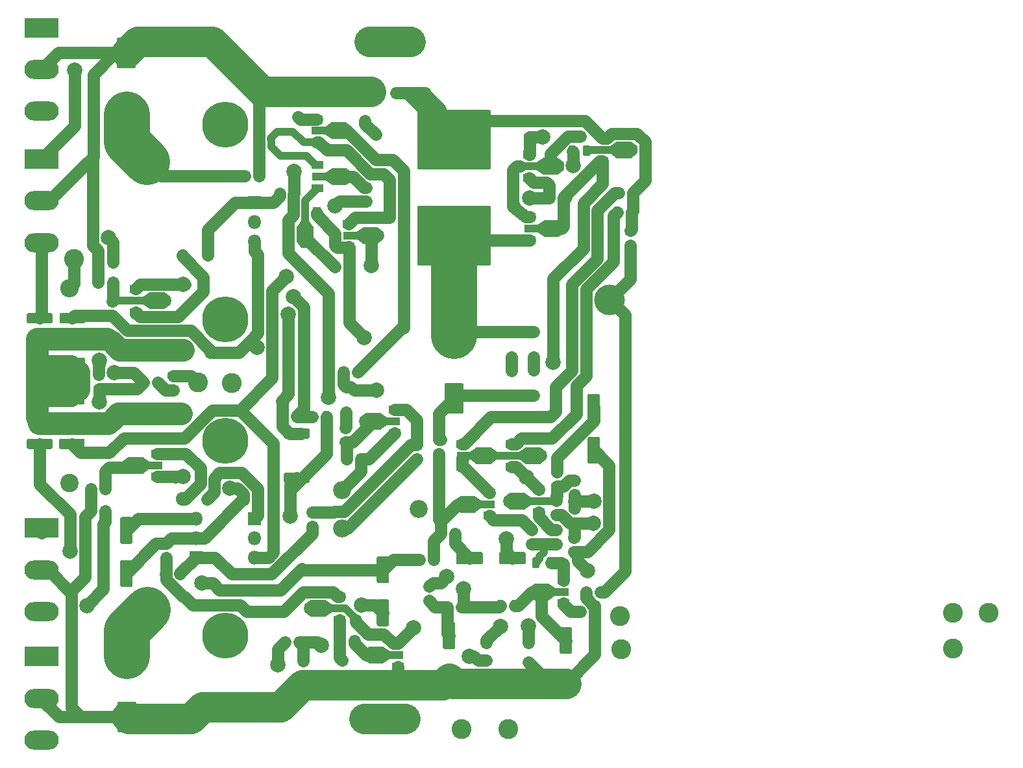
<source format=gbr>
G04 #@! TF.GenerationSoftware,KiCad,Pcbnew,5.1.5-52549c5~84~ubuntu18.04.1*
G04 #@! TF.CreationDate,2020-03-16T16:27:59+13:00*
G04 #@! TF.ProjectId,Trimodal SMD,5472696d-6f64-4616-9c20-534d442e6b69,rev?*
G04 #@! TF.SameCoordinates,Original*
G04 #@! TF.FileFunction,Copper,L1,Top*
G04 #@! TF.FilePolarity,Positive*
%FSLAX46Y46*%
G04 Gerber Fmt 4.6, Leading zero omitted, Abs format (unit mm)*
G04 Created by KiCad (PCBNEW 5.1.5-52549c5~84~ubuntu18.04.1) date 2020-03-16 16:27:59*
%MOMM*%
%LPD*%
G04 APERTURE LIST*
%ADD10C,6.000000*%
%ADD11C,0.100000*%
%ADD12R,1.200000X0.900000*%
%ADD13R,0.900000X1.200000*%
%ADD14C,3.000000*%
%ADD15C,2.600000*%
%ADD16C,2.400000*%
%ADD17O,2.400000X2.400000*%
%ADD18C,2.340000*%
%ADD19R,1.500000X1.000000*%
%ADD20R,1.800000X1.000000*%
%ADD21R,1.840000X2.200000*%
%ADD22O,1.800000X1.800000*%
%ADD23R,1.800000X1.800000*%
%ADD24R,4.500000X2.500000*%
%ADD25O,4.500000X2.500000*%
%ADD26R,2.200000X1.840000*%
%ADD27R,1.000000X1.500000*%
%ADD28R,1.000000X1.800000*%
%ADD29C,2.000000*%
%ADD30C,5.000000*%
%ADD31C,4.000000*%
%ADD32C,1.600000*%
%ADD33C,6.000001*%
%ADD34C,1.000000*%
%ADD35C,2.000000*%
%ADD36C,2.999999*%
%ADD37C,4.000000*%
G04 APERTURE END LIST*
D10*
X88900000Y-114935000D03*
X88900000Y-89535000D03*
G04 #@! TA.AperFunction,SMDPad,CuDef*
D11*
G36*
X77097504Y-123539704D02*
G01*
X77121773Y-123543304D01*
X77145571Y-123549265D01*
X77168671Y-123557530D01*
X77190849Y-123568020D01*
X77211893Y-123580633D01*
X77231598Y-123595247D01*
X77249777Y-123611723D01*
X77266253Y-123629902D01*
X77280867Y-123649607D01*
X77293480Y-123670651D01*
X77303970Y-123692829D01*
X77312235Y-123715929D01*
X77318196Y-123739727D01*
X77321796Y-123763996D01*
X77323000Y-123788500D01*
X77323000Y-127288500D01*
X77321796Y-127313004D01*
X77318196Y-127337273D01*
X77312235Y-127361071D01*
X77303970Y-127384171D01*
X77293480Y-127406349D01*
X77280867Y-127427393D01*
X77266253Y-127447098D01*
X77249777Y-127465277D01*
X77231598Y-127481753D01*
X77211893Y-127496367D01*
X77190849Y-127508980D01*
X77168671Y-127519470D01*
X77145571Y-127527735D01*
X77121773Y-127533696D01*
X77097504Y-127537296D01*
X77073000Y-127538500D01*
X75073000Y-127538500D01*
X75048496Y-127537296D01*
X75024227Y-127533696D01*
X75000429Y-127527735D01*
X74977329Y-127519470D01*
X74955151Y-127508980D01*
X74934107Y-127496367D01*
X74914402Y-127481753D01*
X74896223Y-127465277D01*
X74879747Y-127447098D01*
X74865133Y-127427393D01*
X74852520Y-127406349D01*
X74842030Y-127384171D01*
X74833765Y-127361071D01*
X74827804Y-127337273D01*
X74824204Y-127313004D01*
X74823000Y-127288500D01*
X74823000Y-123788500D01*
X74824204Y-123763996D01*
X74827804Y-123739727D01*
X74833765Y-123715929D01*
X74842030Y-123692829D01*
X74852520Y-123670651D01*
X74865133Y-123649607D01*
X74879747Y-123629902D01*
X74896223Y-123611723D01*
X74914402Y-123595247D01*
X74934107Y-123580633D01*
X74955151Y-123568020D01*
X74977329Y-123557530D01*
X75000429Y-123549265D01*
X75024227Y-123543304D01*
X75048496Y-123539704D01*
X75073000Y-123538500D01*
X77073000Y-123538500D01*
X77097504Y-123539704D01*
G37*
G04 #@! TD.AperFunction*
G04 #@! TA.AperFunction,SMDPad,CuDef*
G36*
X77097504Y-115539704D02*
G01*
X77121773Y-115543304D01*
X77145571Y-115549265D01*
X77168671Y-115557530D01*
X77190849Y-115568020D01*
X77211893Y-115580633D01*
X77231598Y-115595247D01*
X77249777Y-115611723D01*
X77266253Y-115629902D01*
X77280867Y-115649607D01*
X77293480Y-115670651D01*
X77303970Y-115692829D01*
X77312235Y-115715929D01*
X77318196Y-115739727D01*
X77321796Y-115763996D01*
X77323000Y-115788500D01*
X77323000Y-119288500D01*
X77321796Y-119313004D01*
X77318196Y-119337273D01*
X77312235Y-119361071D01*
X77303970Y-119384171D01*
X77293480Y-119406349D01*
X77280867Y-119427393D01*
X77266253Y-119447098D01*
X77249777Y-119465277D01*
X77231598Y-119481753D01*
X77211893Y-119496367D01*
X77190849Y-119508980D01*
X77168671Y-119519470D01*
X77145571Y-119527735D01*
X77121773Y-119533696D01*
X77097504Y-119537296D01*
X77073000Y-119538500D01*
X75073000Y-119538500D01*
X75048496Y-119537296D01*
X75024227Y-119533696D01*
X75000429Y-119527735D01*
X74977329Y-119519470D01*
X74955151Y-119508980D01*
X74934107Y-119496367D01*
X74914402Y-119481753D01*
X74896223Y-119465277D01*
X74879747Y-119447098D01*
X74865133Y-119427393D01*
X74852520Y-119406349D01*
X74842030Y-119384171D01*
X74833765Y-119361071D01*
X74827804Y-119337273D01*
X74824204Y-119313004D01*
X74823000Y-119288500D01*
X74823000Y-115788500D01*
X74824204Y-115763996D01*
X74827804Y-115739727D01*
X74833765Y-115715929D01*
X74842030Y-115692829D01*
X74852520Y-115670651D01*
X74865133Y-115649607D01*
X74879747Y-115629902D01*
X74896223Y-115611723D01*
X74914402Y-115595247D01*
X74934107Y-115580633D01*
X74955151Y-115568020D01*
X74977329Y-115557530D01*
X75000429Y-115549265D01*
X75024227Y-115543304D01*
X75048496Y-115539704D01*
X75073000Y-115538500D01*
X77073000Y-115538500D01*
X77097504Y-115539704D01*
G37*
G04 #@! TD.AperFunction*
G04 #@! TA.AperFunction,SMDPad,CuDef*
G36*
X74267142Y-90602674D02*
G01*
X74290803Y-90606184D01*
X74314007Y-90611996D01*
X74336529Y-90620054D01*
X74358153Y-90630282D01*
X74378670Y-90642579D01*
X74397883Y-90656829D01*
X74415607Y-90672893D01*
X74431671Y-90690617D01*
X74445921Y-90709830D01*
X74458218Y-90730347D01*
X74468446Y-90751971D01*
X74476504Y-90774493D01*
X74482316Y-90797697D01*
X74485826Y-90821358D01*
X74487000Y-90845250D01*
X74487000Y-91332750D01*
X74485826Y-91356642D01*
X74482316Y-91380303D01*
X74476504Y-91403507D01*
X74468446Y-91426029D01*
X74458218Y-91447653D01*
X74445921Y-91468170D01*
X74431671Y-91487383D01*
X74415607Y-91505107D01*
X74397883Y-91521171D01*
X74378670Y-91535421D01*
X74358153Y-91547718D01*
X74336529Y-91557946D01*
X74314007Y-91566004D01*
X74290803Y-91571816D01*
X74267142Y-91575326D01*
X74243250Y-91576500D01*
X73330750Y-91576500D01*
X73306858Y-91575326D01*
X73283197Y-91571816D01*
X73259993Y-91566004D01*
X73237471Y-91557946D01*
X73215847Y-91547718D01*
X73195330Y-91535421D01*
X73176117Y-91521171D01*
X73158393Y-91505107D01*
X73142329Y-91487383D01*
X73128079Y-91468170D01*
X73115782Y-91447653D01*
X73105554Y-91426029D01*
X73097496Y-91403507D01*
X73091684Y-91380303D01*
X73088174Y-91356642D01*
X73087000Y-91332750D01*
X73087000Y-90845250D01*
X73088174Y-90821358D01*
X73091684Y-90797697D01*
X73097496Y-90774493D01*
X73105554Y-90751971D01*
X73115782Y-90730347D01*
X73128079Y-90709830D01*
X73142329Y-90690617D01*
X73158393Y-90672893D01*
X73176117Y-90656829D01*
X73195330Y-90642579D01*
X73215847Y-90630282D01*
X73237471Y-90620054D01*
X73259993Y-90611996D01*
X73283197Y-90606184D01*
X73306858Y-90602674D01*
X73330750Y-90601500D01*
X74243250Y-90601500D01*
X74267142Y-90602674D01*
G37*
G04 #@! TD.AperFunction*
G04 #@! TA.AperFunction,SMDPad,CuDef*
G36*
X74267142Y-92477674D02*
G01*
X74290803Y-92481184D01*
X74314007Y-92486996D01*
X74336529Y-92495054D01*
X74358153Y-92505282D01*
X74378670Y-92517579D01*
X74397883Y-92531829D01*
X74415607Y-92547893D01*
X74431671Y-92565617D01*
X74445921Y-92584830D01*
X74458218Y-92605347D01*
X74468446Y-92626971D01*
X74476504Y-92649493D01*
X74482316Y-92672697D01*
X74485826Y-92696358D01*
X74487000Y-92720250D01*
X74487000Y-93207750D01*
X74485826Y-93231642D01*
X74482316Y-93255303D01*
X74476504Y-93278507D01*
X74468446Y-93301029D01*
X74458218Y-93322653D01*
X74445921Y-93343170D01*
X74431671Y-93362383D01*
X74415607Y-93380107D01*
X74397883Y-93396171D01*
X74378670Y-93410421D01*
X74358153Y-93422718D01*
X74336529Y-93432946D01*
X74314007Y-93441004D01*
X74290803Y-93446816D01*
X74267142Y-93450326D01*
X74243250Y-93451500D01*
X73330750Y-93451500D01*
X73306858Y-93450326D01*
X73283197Y-93446816D01*
X73259993Y-93441004D01*
X73237471Y-93432946D01*
X73215847Y-93422718D01*
X73195330Y-93410421D01*
X73176117Y-93396171D01*
X73158393Y-93380107D01*
X73142329Y-93362383D01*
X73128079Y-93343170D01*
X73115782Y-93322653D01*
X73105554Y-93301029D01*
X73097496Y-93278507D01*
X73091684Y-93255303D01*
X73088174Y-93231642D01*
X73087000Y-93207750D01*
X73087000Y-92720250D01*
X73088174Y-92696358D01*
X73091684Y-92672697D01*
X73097496Y-92649493D01*
X73105554Y-92626971D01*
X73115782Y-92605347D01*
X73128079Y-92584830D01*
X73142329Y-92565617D01*
X73158393Y-92547893D01*
X73176117Y-92531829D01*
X73195330Y-92517579D01*
X73215847Y-92505282D01*
X73237471Y-92495054D01*
X73259993Y-92486996D01*
X73283197Y-92481184D01*
X73306858Y-92477674D01*
X73330750Y-92476500D01*
X74243250Y-92476500D01*
X74267142Y-92477674D01*
G37*
G04 #@! TD.AperFunction*
G04 #@! TA.AperFunction,SMDPad,CuDef*
G36*
X137544004Y-83404704D02*
G01*
X137568273Y-83408304D01*
X137592071Y-83414265D01*
X137615171Y-83422530D01*
X137637349Y-83433020D01*
X137658393Y-83445633D01*
X137678098Y-83460247D01*
X137696277Y-83476723D01*
X137712753Y-83494902D01*
X137727367Y-83514607D01*
X137739980Y-83535651D01*
X137750470Y-83557829D01*
X137758735Y-83580929D01*
X137764696Y-83604727D01*
X137768296Y-83628996D01*
X137769500Y-83653500D01*
X137769500Y-86653500D01*
X137768296Y-86678004D01*
X137764696Y-86702273D01*
X137758735Y-86726071D01*
X137750470Y-86749171D01*
X137739980Y-86771349D01*
X137727367Y-86792393D01*
X137712753Y-86812098D01*
X137696277Y-86830277D01*
X137678098Y-86846753D01*
X137658393Y-86861367D01*
X137637349Y-86873980D01*
X137615171Y-86884470D01*
X137592071Y-86892735D01*
X137568273Y-86898696D01*
X137544004Y-86902296D01*
X137519500Y-86903500D01*
X136419500Y-86903500D01*
X136394996Y-86902296D01*
X136370727Y-86898696D01*
X136346929Y-86892735D01*
X136323829Y-86884470D01*
X136301651Y-86873980D01*
X136280607Y-86861367D01*
X136260902Y-86846753D01*
X136242723Y-86830277D01*
X136226247Y-86812098D01*
X136211633Y-86792393D01*
X136199020Y-86771349D01*
X136188530Y-86749171D01*
X136180265Y-86726071D01*
X136174304Y-86702273D01*
X136170704Y-86678004D01*
X136169500Y-86653500D01*
X136169500Y-83653500D01*
X136170704Y-83628996D01*
X136174304Y-83604727D01*
X136180265Y-83580929D01*
X136188530Y-83557829D01*
X136199020Y-83535651D01*
X136211633Y-83514607D01*
X136226247Y-83494902D01*
X136242723Y-83476723D01*
X136260902Y-83460247D01*
X136280607Y-83445633D01*
X136301651Y-83433020D01*
X136323829Y-83422530D01*
X136346929Y-83414265D01*
X136370727Y-83408304D01*
X136394996Y-83404704D01*
X136419500Y-83403500D01*
X137519500Y-83403500D01*
X137544004Y-83404704D01*
G37*
G04 #@! TD.AperFunction*
G04 #@! TA.AperFunction,SMDPad,CuDef*
G36*
X137544004Y-89004704D02*
G01*
X137568273Y-89008304D01*
X137592071Y-89014265D01*
X137615171Y-89022530D01*
X137637349Y-89033020D01*
X137658393Y-89045633D01*
X137678098Y-89060247D01*
X137696277Y-89076723D01*
X137712753Y-89094902D01*
X137727367Y-89114607D01*
X137739980Y-89135651D01*
X137750470Y-89157829D01*
X137758735Y-89180929D01*
X137764696Y-89204727D01*
X137768296Y-89228996D01*
X137769500Y-89253500D01*
X137769500Y-92253500D01*
X137768296Y-92278004D01*
X137764696Y-92302273D01*
X137758735Y-92326071D01*
X137750470Y-92349171D01*
X137739980Y-92371349D01*
X137727367Y-92392393D01*
X137712753Y-92412098D01*
X137696277Y-92430277D01*
X137678098Y-92446753D01*
X137658393Y-92461367D01*
X137637349Y-92473980D01*
X137615171Y-92484470D01*
X137592071Y-92492735D01*
X137568273Y-92498696D01*
X137544004Y-92502296D01*
X137519500Y-92503500D01*
X136419500Y-92503500D01*
X136394996Y-92502296D01*
X136370727Y-92498696D01*
X136346929Y-92492735D01*
X136323829Y-92484470D01*
X136301651Y-92473980D01*
X136280607Y-92461367D01*
X136260902Y-92446753D01*
X136242723Y-92430277D01*
X136226247Y-92412098D01*
X136211633Y-92392393D01*
X136199020Y-92371349D01*
X136188530Y-92349171D01*
X136180265Y-92326071D01*
X136174304Y-92302273D01*
X136170704Y-92278004D01*
X136169500Y-92253500D01*
X136169500Y-89253500D01*
X136170704Y-89228996D01*
X136174304Y-89204727D01*
X136180265Y-89180929D01*
X136188530Y-89157829D01*
X136199020Y-89135651D01*
X136211633Y-89114607D01*
X136226247Y-89094902D01*
X136242723Y-89076723D01*
X136260902Y-89060247D01*
X136280607Y-89045633D01*
X136301651Y-89033020D01*
X136323829Y-89022530D01*
X136346929Y-89014265D01*
X136370727Y-89008304D01*
X136394996Y-89004704D01*
X136419500Y-89003500D01*
X137519500Y-89003500D01*
X137544004Y-89004704D01*
G37*
G04 #@! TD.AperFunction*
G04 #@! TA.AperFunction,SMDPad,CuDef*
G36*
X119769504Y-82011204D02*
G01*
X119793773Y-82014804D01*
X119817571Y-82020765D01*
X119840671Y-82029030D01*
X119862849Y-82039520D01*
X119883893Y-82052133D01*
X119903598Y-82066747D01*
X119921777Y-82083223D01*
X119938253Y-82101402D01*
X119952867Y-82121107D01*
X119965480Y-82142151D01*
X119975970Y-82164329D01*
X119984235Y-82187429D01*
X119990196Y-82211227D01*
X119993796Y-82235496D01*
X119995000Y-82260000D01*
X119995000Y-85760000D01*
X119993796Y-85784504D01*
X119990196Y-85808773D01*
X119984235Y-85832571D01*
X119975970Y-85855671D01*
X119965480Y-85877849D01*
X119952867Y-85898893D01*
X119938253Y-85918598D01*
X119921777Y-85936777D01*
X119903598Y-85953253D01*
X119883893Y-85967867D01*
X119862849Y-85980480D01*
X119840671Y-85990970D01*
X119817571Y-85999235D01*
X119793773Y-86005196D01*
X119769504Y-86008796D01*
X119745000Y-86010000D01*
X117745000Y-86010000D01*
X117720496Y-86008796D01*
X117696227Y-86005196D01*
X117672429Y-85999235D01*
X117649329Y-85990970D01*
X117627151Y-85980480D01*
X117606107Y-85967867D01*
X117586402Y-85953253D01*
X117568223Y-85936777D01*
X117551747Y-85918598D01*
X117537133Y-85898893D01*
X117524520Y-85877849D01*
X117514030Y-85855671D01*
X117505765Y-85832571D01*
X117499804Y-85808773D01*
X117496204Y-85784504D01*
X117495000Y-85760000D01*
X117495000Y-82260000D01*
X117496204Y-82235496D01*
X117499804Y-82211227D01*
X117505765Y-82187429D01*
X117514030Y-82164329D01*
X117524520Y-82142151D01*
X117537133Y-82121107D01*
X117551747Y-82101402D01*
X117568223Y-82083223D01*
X117586402Y-82066747D01*
X117606107Y-82052133D01*
X117627151Y-82039520D01*
X117649329Y-82029030D01*
X117672429Y-82020765D01*
X117696227Y-82014804D01*
X117720496Y-82011204D01*
X117745000Y-82010000D01*
X119745000Y-82010000D01*
X119769504Y-82011204D01*
G37*
G04 #@! TD.AperFunction*
G04 #@! TA.AperFunction,SMDPad,CuDef*
G36*
X119769504Y-74011204D02*
G01*
X119793773Y-74014804D01*
X119817571Y-74020765D01*
X119840671Y-74029030D01*
X119862849Y-74039520D01*
X119883893Y-74052133D01*
X119903598Y-74066747D01*
X119921777Y-74083223D01*
X119938253Y-74101402D01*
X119952867Y-74121107D01*
X119965480Y-74142151D01*
X119975970Y-74164329D01*
X119984235Y-74187429D01*
X119990196Y-74211227D01*
X119993796Y-74235496D01*
X119995000Y-74260000D01*
X119995000Y-77760000D01*
X119993796Y-77784504D01*
X119990196Y-77808773D01*
X119984235Y-77832571D01*
X119975970Y-77855671D01*
X119965480Y-77877849D01*
X119952867Y-77898893D01*
X119938253Y-77918598D01*
X119921777Y-77936777D01*
X119903598Y-77953253D01*
X119883893Y-77967867D01*
X119862849Y-77980480D01*
X119840671Y-77990970D01*
X119817571Y-77999235D01*
X119793773Y-78005196D01*
X119769504Y-78008796D01*
X119745000Y-78010000D01*
X117745000Y-78010000D01*
X117720496Y-78008796D01*
X117696227Y-78005196D01*
X117672429Y-77999235D01*
X117649329Y-77990970D01*
X117627151Y-77980480D01*
X117606107Y-77967867D01*
X117586402Y-77953253D01*
X117568223Y-77936777D01*
X117551747Y-77918598D01*
X117537133Y-77898893D01*
X117524520Y-77877849D01*
X117514030Y-77855671D01*
X117505765Y-77832571D01*
X117499804Y-77808773D01*
X117496204Y-77784504D01*
X117495000Y-77760000D01*
X117495000Y-74260000D01*
X117496204Y-74235496D01*
X117499804Y-74211227D01*
X117505765Y-74187429D01*
X117514030Y-74164329D01*
X117524520Y-74142151D01*
X117537133Y-74121107D01*
X117551747Y-74101402D01*
X117568223Y-74083223D01*
X117586402Y-74066747D01*
X117606107Y-74052133D01*
X117627151Y-74039520D01*
X117649329Y-74029030D01*
X117672429Y-74020765D01*
X117696227Y-74014804D01*
X117720496Y-74011204D01*
X117745000Y-74010000D01*
X119745000Y-74010000D01*
X119769504Y-74011204D01*
G37*
G04 #@! TD.AperFunction*
G04 #@! TA.AperFunction,SMDPad,CuDef*
G36*
X76584004Y-105070204D02*
G01*
X76608273Y-105073804D01*
X76632071Y-105079765D01*
X76655171Y-105088030D01*
X76677349Y-105098520D01*
X76698393Y-105111133D01*
X76718098Y-105125747D01*
X76736277Y-105142223D01*
X76752753Y-105160402D01*
X76767367Y-105180107D01*
X76779980Y-105201151D01*
X76790470Y-105223329D01*
X76798735Y-105246429D01*
X76804696Y-105270227D01*
X76808296Y-105294496D01*
X76809500Y-105319000D01*
X76809500Y-108319000D01*
X76808296Y-108343504D01*
X76804696Y-108367773D01*
X76798735Y-108391571D01*
X76790470Y-108414671D01*
X76779980Y-108436849D01*
X76767367Y-108457893D01*
X76752753Y-108477598D01*
X76736277Y-108495777D01*
X76718098Y-108512253D01*
X76698393Y-108526867D01*
X76677349Y-108539480D01*
X76655171Y-108549970D01*
X76632071Y-108558235D01*
X76608273Y-108564196D01*
X76584004Y-108567796D01*
X76559500Y-108569000D01*
X75459500Y-108569000D01*
X75434996Y-108567796D01*
X75410727Y-108564196D01*
X75386929Y-108558235D01*
X75363829Y-108549970D01*
X75341651Y-108539480D01*
X75320607Y-108526867D01*
X75300902Y-108512253D01*
X75282723Y-108495777D01*
X75266247Y-108477598D01*
X75251633Y-108457893D01*
X75239020Y-108436849D01*
X75228530Y-108414671D01*
X75220265Y-108391571D01*
X75214304Y-108367773D01*
X75210704Y-108343504D01*
X75209500Y-108319000D01*
X75209500Y-105319000D01*
X75210704Y-105294496D01*
X75214304Y-105270227D01*
X75220265Y-105246429D01*
X75228530Y-105223329D01*
X75239020Y-105201151D01*
X75251633Y-105180107D01*
X75266247Y-105160402D01*
X75282723Y-105142223D01*
X75300902Y-105125747D01*
X75320607Y-105111133D01*
X75341651Y-105098520D01*
X75363829Y-105088030D01*
X75386929Y-105079765D01*
X75410727Y-105073804D01*
X75434996Y-105070204D01*
X75459500Y-105069000D01*
X76559500Y-105069000D01*
X76584004Y-105070204D01*
G37*
G04 #@! TD.AperFunction*
G04 #@! TA.AperFunction,SMDPad,CuDef*
G36*
X76584004Y-99470204D02*
G01*
X76608273Y-99473804D01*
X76632071Y-99479765D01*
X76655171Y-99488030D01*
X76677349Y-99498520D01*
X76698393Y-99511133D01*
X76718098Y-99525747D01*
X76736277Y-99542223D01*
X76752753Y-99560402D01*
X76767367Y-99580107D01*
X76779980Y-99601151D01*
X76790470Y-99623329D01*
X76798735Y-99646429D01*
X76804696Y-99670227D01*
X76808296Y-99694496D01*
X76809500Y-99719000D01*
X76809500Y-102719000D01*
X76808296Y-102743504D01*
X76804696Y-102767773D01*
X76798735Y-102791571D01*
X76790470Y-102814671D01*
X76779980Y-102836849D01*
X76767367Y-102857893D01*
X76752753Y-102877598D01*
X76736277Y-102895777D01*
X76718098Y-102912253D01*
X76698393Y-102926867D01*
X76677349Y-102939480D01*
X76655171Y-102949970D01*
X76632071Y-102958235D01*
X76608273Y-102964196D01*
X76584004Y-102967796D01*
X76559500Y-102969000D01*
X75459500Y-102969000D01*
X75434996Y-102967796D01*
X75410727Y-102964196D01*
X75386929Y-102958235D01*
X75363829Y-102949970D01*
X75341651Y-102939480D01*
X75320607Y-102926867D01*
X75300902Y-102912253D01*
X75282723Y-102895777D01*
X75266247Y-102877598D01*
X75251633Y-102857893D01*
X75239020Y-102836849D01*
X75228530Y-102814671D01*
X75220265Y-102791571D01*
X75214304Y-102767773D01*
X75210704Y-102743504D01*
X75209500Y-102719000D01*
X75209500Y-99719000D01*
X75210704Y-99694496D01*
X75214304Y-99670227D01*
X75220265Y-99646429D01*
X75228530Y-99623329D01*
X75239020Y-99601151D01*
X75251633Y-99580107D01*
X75266247Y-99560402D01*
X75282723Y-99542223D01*
X75300902Y-99525747D01*
X75320607Y-99511133D01*
X75341651Y-99498520D01*
X75363829Y-99488030D01*
X75386929Y-99479765D01*
X75410727Y-99473804D01*
X75434996Y-99470204D01*
X75459500Y-99469000D01*
X76559500Y-99469000D01*
X76584004Y-99470204D01*
G37*
G04 #@! TD.AperFunction*
G04 #@! TA.AperFunction,SMDPad,CuDef*
G36*
X110048504Y-110207704D02*
G01*
X110072773Y-110211304D01*
X110096571Y-110217265D01*
X110119671Y-110225530D01*
X110141849Y-110236020D01*
X110162893Y-110248633D01*
X110182598Y-110263247D01*
X110200777Y-110279723D01*
X110217253Y-110297902D01*
X110231867Y-110317607D01*
X110244480Y-110338651D01*
X110254970Y-110360829D01*
X110263235Y-110383929D01*
X110269196Y-110407727D01*
X110272796Y-110431996D01*
X110274000Y-110456500D01*
X110274000Y-113456500D01*
X110272796Y-113481004D01*
X110269196Y-113505273D01*
X110263235Y-113529071D01*
X110254970Y-113552171D01*
X110244480Y-113574349D01*
X110231867Y-113595393D01*
X110217253Y-113615098D01*
X110200777Y-113633277D01*
X110182598Y-113649753D01*
X110162893Y-113664367D01*
X110141849Y-113676980D01*
X110119671Y-113687470D01*
X110096571Y-113695735D01*
X110072773Y-113701696D01*
X110048504Y-113705296D01*
X110024000Y-113706500D01*
X108924000Y-113706500D01*
X108899496Y-113705296D01*
X108875227Y-113701696D01*
X108851429Y-113695735D01*
X108828329Y-113687470D01*
X108806151Y-113676980D01*
X108785107Y-113664367D01*
X108765402Y-113649753D01*
X108747223Y-113633277D01*
X108730747Y-113615098D01*
X108716133Y-113595393D01*
X108703520Y-113574349D01*
X108693030Y-113552171D01*
X108684765Y-113529071D01*
X108678804Y-113505273D01*
X108675204Y-113481004D01*
X108674000Y-113456500D01*
X108674000Y-110456500D01*
X108675204Y-110431996D01*
X108678804Y-110407727D01*
X108684765Y-110383929D01*
X108693030Y-110360829D01*
X108703520Y-110338651D01*
X108716133Y-110317607D01*
X108730747Y-110297902D01*
X108747223Y-110279723D01*
X108765402Y-110263247D01*
X108785107Y-110248633D01*
X108806151Y-110236020D01*
X108828329Y-110225530D01*
X108851429Y-110217265D01*
X108875227Y-110211304D01*
X108899496Y-110207704D01*
X108924000Y-110206500D01*
X110024000Y-110206500D01*
X110048504Y-110207704D01*
G37*
G04 #@! TD.AperFunction*
G04 #@! TA.AperFunction,SMDPad,CuDef*
G36*
X110048504Y-104607704D02*
G01*
X110072773Y-104611304D01*
X110096571Y-104617265D01*
X110119671Y-104625530D01*
X110141849Y-104636020D01*
X110162893Y-104648633D01*
X110182598Y-104663247D01*
X110200777Y-104679723D01*
X110217253Y-104697902D01*
X110231867Y-104717607D01*
X110244480Y-104738651D01*
X110254970Y-104760829D01*
X110263235Y-104783929D01*
X110269196Y-104807727D01*
X110272796Y-104831996D01*
X110274000Y-104856500D01*
X110274000Y-107856500D01*
X110272796Y-107881004D01*
X110269196Y-107905273D01*
X110263235Y-107929071D01*
X110254970Y-107952171D01*
X110244480Y-107974349D01*
X110231867Y-107995393D01*
X110217253Y-108015098D01*
X110200777Y-108033277D01*
X110182598Y-108049753D01*
X110162893Y-108064367D01*
X110141849Y-108076980D01*
X110119671Y-108087470D01*
X110096571Y-108095735D01*
X110072773Y-108101696D01*
X110048504Y-108105296D01*
X110024000Y-108106500D01*
X108924000Y-108106500D01*
X108899496Y-108105296D01*
X108875227Y-108101696D01*
X108851429Y-108095735D01*
X108828329Y-108087470D01*
X108806151Y-108076980D01*
X108785107Y-108064367D01*
X108765402Y-108049753D01*
X108747223Y-108033277D01*
X108730747Y-108015098D01*
X108716133Y-107995393D01*
X108703520Y-107974349D01*
X108693030Y-107952171D01*
X108684765Y-107929071D01*
X108678804Y-107905273D01*
X108675204Y-107881004D01*
X108674000Y-107856500D01*
X108674000Y-104856500D01*
X108675204Y-104831996D01*
X108678804Y-104807727D01*
X108684765Y-104783929D01*
X108693030Y-104760829D01*
X108703520Y-104738651D01*
X108716133Y-104717607D01*
X108730747Y-104697902D01*
X108747223Y-104679723D01*
X108765402Y-104663247D01*
X108785107Y-104648633D01*
X108806151Y-104636020D01*
X108828329Y-104625530D01*
X108851429Y-104617265D01*
X108875227Y-104611304D01*
X108899496Y-104607704D01*
X108924000Y-104606500D01*
X110024000Y-104606500D01*
X110048504Y-104607704D01*
G37*
G04 #@! TD.AperFunction*
G04 #@! TA.AperFunction,SMDPad,CuDef*
G36*
X77034004Y-36927704D02*
G01*
X77058273Y-36931304D01*
X77082071Y-36937265D01*
X77105171Y-36945530D01*
X77127349Y-36956020D01*
X77148393Y-36968633D01*
X77168098Y-36983247D01*
X77186277Y-36999723D01*
X77202753Y-37017902D01*
X77217367Y-37037607D01*
X77229980Y-37058651D01*
X77240470Y-37080829D01*
X77248735Y-37103929D01*
X77254696Y-37127727D01*
X77258296Y-37151996D01*
X77259500Y-37176500D01*
X77259500Y-40676500D01*
X77258296Y-40701004D01*
X77254696Y-40725273D01*
X77248735Y-40749071D01*
X77240470Y-40772171D01*
X77229980Y-40794349D01*
X77217367Y-40815393D01*
X77202753Y-40835098D01*
X77186277Y-40853277D01*
X77168098Y-40869753D01*
X77148393Y-40884367D01*
X77127349Y-40896980D01*
X77105171Y-40907470D01*
X77082071Y-40915735D01*
X77058273Y-40921696D01*
X77034004Y-40925296D01*
X77009500Y-40926500D01*
X75009500Y-40926500D01*
X74984996Y-40925296D01*
X74960727Y-40921696D01*
X74936929Y-40915735D01*
X74913829Y-40907470D01*
X74891651Y-40896980D01*
X74870607Y-40884367D01*
X74850902Y-40869753D01*
X74832723Y-40853277D01*
X74816247Y-40835098D01*
X74801633Y-40815393D01*
X74789020Y-40794349D01*
X74778530Y-40772171D01*
X74770265Y-40749071D01*
X74764304Y-40725273D01*
X74760704Y-40701004D01*
X74759500Y-40676500D01*
X74759500Y-37176500D01*
X74760704Y-37151996D01*
X74764304Y-37127727D01*
X74770265Y-37103929D01*
X74778530Y-37080829D01*
X74789020Y-37058651D01*
X74801633Y-37037607D01*
X74816247Y-37017902D01*
X74832723Y-36999723D01*
X74850902Y-36983247D01*
X74870607Y-36968633D01*
X74891651Y-36956020D01*
X74913829Y-36945530D01*
X74936929Y-36937265D01*
X74960727Y-36931304D01*
X74984996Y-36927704D01*
X75009500Y-36926500D01*
X77009500Y-36926500D01*
X77034004Y-36927704D01*
G37*
G04 #@! TD.AperFunction*
G04 #@! TA.AperFunction,SMDPad,CuDef*
G36*
X77034004Y-44927704D02*
G01*
X77058273Y-44931304D01*
X77082071Y-44937265D01*
X77105171Y-44945530D01*
X77127349Y-44956020D01*
X77148393Y-44968633D01*
X77168098Y-44983247D01*
X77186277Y-44999723D01*
X77202753Y-45017902D01*
X77217367Y-45037607D01*
X77229980Y-45058651D01*
X77240470Y-45080829D01*
X77248735Y-45103929D01*
X77254696Y-45127727D01*
X77258296Y-45151996D01*
X77259500Y-45176500D01*
X77259500Y-48676500D01*
X77258296Y-48701004D01*
X77254696Y-48725273D01*
X77248735Y-48749071D01*
X77240470Y-48772171D01*
X77229980Y-48794349D01*
X77217367Y-48815393D01*
X77202753Y-48835098D01*
X77186277Y-48853277D01*
X77168098Y-48869753D01*
X77148393Y-48884367D01*
X77127349Y-48896980D01*
X77105171Y-48907470D01*
X77082071Y-48915735D01*
X77058273Y-48921696D01*
X77034004Y-48925296D01*
X77009500Y-48926500D01*
X75009500Y-48926500D01*
X74984996Y-48925296D01*
X74960727Y-48921696D01*
X74936929Y-48915735D01*
X74913829Y-48907470D01*
X74891651Y-48896980D01*
X74870607Y-48884367D01*
X74850902Y-48869753D01*
X74832723Y-48853277D01*
X74816247Y-48835098D01*
X74801633Y-48815393D01*
X74789020Y-48794349D01*
X74778530Y-48772171D01*
X74770265Y-48749071D01*
X74764304Y-48725273D01*
X74760704Y-48701004D01*
X74759500Y-48676500D01*
X74759500Y-45176500D01*
X74760704Y-45151996D01*
X74764304Y-45127727D01*
X74770265Y-45103929D01*
X74778530Y-45080829D01*
X74789020Y-45058651D01*
X74801633Y-45037607D01*
X74816247Y-45017902D01*
X74832723Y-44999723D01*
X74850902Y-44983247D01*
X74870607Y-44968633D01*
X74891651Y-44956020D01*
X74913829Y-44945530D01*
X74936929Y-44937265D01*
X74960727Y-44931304D01*
X74984996Y-44927704D01*
X75009500Y-44926500D01*
X77009500Y-44926500D01*
X77034004Y-44927704D01*
G37*
G04 #@! TD.AperFunction*
G04 #@! TA.AperFunction,SMDPad,CuDef*
G36*
X118684504Y-113186204D02*
G01*
X118708773Y-113189804D01*
X118732571Y-113195765D01*
X118755671Y-113204030D01*
X118777849Y-113214520D01*
X118798893Y-113227133D01*
X118818598Y-113241747D01*
X118836777Y-113258223D01*
X118853253Y-113276402D01*
X118867867Y-113296107D01*
X118880480Y-113317151D01*
X118890970Y-113339329D01*
X118899235Y-113362429D01*
X118905196Y-113386227D01*
X118908796Y-113410496D01*
X118910000Y-113435000D01*
X118910000Y-116435000D01*
X118908796Y-116459504D01*
X118905196Y-116483773D01*
X118899235Y-116507571D01*
X118890970Y-116530671D01*
X118880480Y-116552849D01*
X118867867Y-116573893D01*
X118853253Y-116593598D01*
X118836777Y-116611777D01*
X118818598Y-116628253D01*
X118798893Y-116642867D01*
X118777849Y-116655480D01*
X118755671Y-116665970D01*
X118732571Y-116674235D01*
X118708773Y-116680196D01*
X118684504Y-116683796D01*
X118660000Y-116685000D01*
X117560000Y-116685000D01*
X117535496Y-116683796D01*
X117511227Y-116680196D01*
X117487429Y-116674235D01*
X117464329Y-116665970D01*
X117442151Y-116655480D01*
X117421107Y-116642867D01*
X117401402Y-116628253D01*
X117383223Y-116611777D01*
X117366747Y-116593598D01*
X117352133Y-116573893D01*
X117339520Y-116552849D01*
X117329030Y-116530671D01*
X117320765Y-116507571D01*
X117314804Y-116483773D01*
X117311204Y-116459504D01*
X117310000Y-116435000D01*
X117310000Y-113435000D01*
X117311204Y-113410496D01*
X117314804Y-113386227D01*
X117320765Y-113362429D01*
X117329030Y-113339329D01*
X117339520Y-113317151D01*
X117352133Y-113296107D01*
X117366747Y-113276402D01*
X117383223Y-113258223D01*
X117401402Y-113241747D01*
X117421107Y-113227133D01*
X117442151Y-113214520D01*
X117464329Y-113204030D01*
X117487429Y-113195765D01*
X117511227Y-113189804D01*
X117535496Y-113186204D01*
X117560000Y-113185000D01*
X118660000Y-113185000D01*
X118684504Y-113186204D01*
G37*
G04 #@! TD.AperFunction*
G04 #@! TA.AperFunction,SMDPad,CuDef*
G36*
X118684504Y-118786204D02*
G01*
X118708773Y-118789804D01*
X118732571Y-118795765D01*
X118755671Y-118804030D01*
X118777849Y-118814520D01*
X118798893Y-118827133D01*
X118818598Y-118841747D01*
X118836777Y-118858223D01*
X118853253Y-118876402D01*
X118867867Y-118896107D01*
X118880480Y-118917151D01*
X118890970Y-118939329D01*
X118899235Y-118962429D01*
X118905196Y-118986227D01*
X118908796Y-119010496D01*
X118910000Y-119035000D01*
X118910000Y-122035000D01*
X118908796Y-122059504D01*
X118905196Y-122083773D01*
X118899235Y-122107571D01*
X118890970Y-122130671D01*
X118880480Y-122152849D01*
X118867867Y-122173893D01*
X118853253Y-122193598D01*
X118836777Y-122211777D01*
X118818598Y-122228253D01*
X118798893Y-122242867D01*
X118777849Y-122255480D01*
X118755671Y-122265970D01*
X118732571Y-122274235D01*
X118708773Y-122280196D01*
X118684504Y-122283796D01*
X118660000Y-122285000D01*
X117560000Y-122285000D01*
X117535496Y-122283796D01*
X117511227Y-122280196D01*
X117487429Y-122274235D01*
X117464329Y-122265970D01*
X117442151Y-122255480D01*
X117421107Y-122242867D01*
X117401402Y-122228253D01*
X117383223Y-122211777D01*
X117366747Y-122193598D01*
X117352133Y-122173893D01*
X117339520Y-122152849D01*
X117329030Y-122130671D01*
X117320765Y-122107571D01*
X117314804Y-122083773D01*
X117311204Y-122059504D01*
X117310000Y-122035000D01*
X117310000Y-119035000D01*
X117311204Y-119010496D01*
X117314804Y-118986227D01*
X117320765Y-118962429D01*
X117329030Y-118939329D01*
X117339520Y-118917151D01*
X117352133Y-118896107D01*
X117366747Y-118876402D01*
X117383223Y-118858223D01*
X117401402Y-118841747D01*
X117421107Y-118827133D01*
X117442151Y-118814520D01*
X117464329Y-118804030D01*
X117487429Y-118795765D01*
X117511227Y-118789804D01*
X117535496Y-118786204D01*
X117560000Y-118785000D01*
X118660000Y-118785000D01*
X118684504Y-118786204D01*
G37*
G04 #@! TD.AperFunction*
G04 #@! TA.AperFunction,SMDPad,CuDef*
G36*
X123319507Y-58866204D02*
G01*
X123343775Y-58869804D01*
X123367573Y-58875765D01*
X123390673Y-58884030D01*
X123412851Y-58894519D01*
X123433894Y-58907132D01*
X123453599Y-58921747D01*
X123471778Y-58938222D01*
X123488253Y-58956401D01*
X123502868Y-58976106D01*
X123515481Y-58997149D01*
X123525970Y-59019327D01*
X123534235Y-59042427D01*
X123540196Y-59066225D01*
X123543796Y-59090493D01*
X123545000Y-59114997D01*
X123545000Y-66415003D01*
X123543796Y-66439507D01*
X123540196Y-66463775D01*
X123534235Y-66487573D01*
X123525970Y-66510673D01*
X123515481Y-66532851D01*
X123502868Y-66553894D01*
X123488253Y-66573599D01*
X123471778Y-66591778D01*
X123453599Y-66608253D01*
X123433894Y-66622868D01*
X123412851Y-66635481D01*
X123390673Y-66645970D01*
X123367573Y-66654235D01*
X123343775Y-66660196D01*
X123319507Y-66663796D01*
X123295003Y-66665000D01*
X114194997Y-66665000D01*
X114170493Y-66663796D01*
X114146225Y-66660196D01*
X114122427Y-66654235D01*
X114099327Y-66645970D01*
X114077149Y-66635481D01*
X114056106Y-66622868D01*
X114036401Y-66608253D01*
X114018222Y-66591778D01*
X114001747Y-66573599D01*
X113987132Y-66553894D01*
X113974519Y-66532851D01*
X113964030Y-66510673D01*
X113955765Y-66487573D01*
X113949804Y-66463775D01*
X113946204Y-66439507D01*
X113945000Y-66415003D01*
X113945000Y-59114997D01*
X113946204Y-59090493D01*
X113949804Y-59066225D01*
X113955765Y-59042427D01*
X113964030Y-59019327D01*
X113974519Y-58997149D01*
X113987132Y-58976106D01*
X114001747Y-58956401D01*
X114018222Y-58938222D01*
X114036401Y-58921747D01*
X114056106Y-58907132D01*
X114077149Y-58894519D01*
X114099327Y-58884030D01*
X114122427Y-58875765D01*
X114146225Y-58869804D01*
X114170493Y-58866204D01*
X114194997Y-58865000D01*
X123295003Y-58865000D01*
X123319507Y-58866204D01*
G37*
G04 #@! TD.AperFunction*
G04 #@! TA.AperFunction,SMDPad,CuDef*
G36*
X123319507Y-46366204D02*
G01*
X123343775Y-46369804D01*
X123367573Y-46375765D01*
X123390673Y-46384030D01*
X123412851Y-46394519D01*
X123433894Y-46407132D01*
X123453599Y-46421747D01*
X123471778Y-46438222D01*
X123488253Y-46456401D01*
X123502868Y-46476106D01*
X123515481Y-46497149D01*
X123525970Y-46519327D01*
X123534235Y-46542427D01*
X123540196Y-46566225D01*
X123543796Y-46590493D01*
X123545000Y-46614997D01*
X123545000Y-53915003D01*
X123543796Y-53939507D01*
X123540196Y-53963775D01*
X123534235Y-53987573D01*
X123525970Y-54010673D01*
X123515481Y-54032851D01*
X123502868Y-54053894D01*
X123488253Y-54073599D01*
X123471778Y-54091778D01*
X123453599Y-54108253D01*
X123433894Y-54122868D01*
X123412851Y-54135481D01*
X123390673Y-54145970D01*
X123367573Y-54154235D01*
X123343775Y-54160196D01*
X123319507Y-54163796D01*
X123295003Y-54165000D01*
X114194997Y-54165000D01*
X114170493Y-54163796D01*
X114146225Y-54160196D01*
X114122427Y-54154235D01*
X114099327Y-54145970D01*
X114077149Y-54135481D01*
X114056106Y-54122868D01*
X114036401Y-54108253D01*
X114018222Y-54091778D01*
X114001747Y-54073599D01*
X113987132Y-54053894D01*
X113974519Y-54032851D01*
X113964030Y-54010673D01*
X113955765Y-53987573D01*
X113949804Y-53963775D01*
X113946204Y-53939507D01*
X113945000Y-53915003D01*
X113945000Y-46614997D01*
X113946204Y-46590493D01*
X113949804Y-46566225D01*
X113955765Y-46542427D01*
X113964030Y-46519327D01*
X113974519Y-46497149D01*
X113987132Y-46476106D01*
X114001747Y-46456401D01*
X114018222Y-46438222D01*
X114036401Y-46421747D01*
X114056106Y-46407132D01*
X114077149Y-46394519D01*
X114099327Y-46384030D01*
X114122427Y-46375765D01*
X114146225Y-46369804D01*
X114170493Y-46366204D01*
X114194997Y-46365000D01*
X123295003Y-46365000D01*
X123319507Y-46366204D01*
G37*
G04 #@! TD.AperFunction*
G04 #@! TA.AperFunction,SMDPad,CuDef*
G36*
X133924504Y-113821204D02*
G01*
X133948773Y-113824804D01*
X133972571Y-113830765D01*
X133995671Y-113839030D01*
X134017849Y-113849520D01*
X134038893Y-113862133D01*
X134058598Y-113876747D01*
X134076777Y-113893223D01*
X134093253Y-113911402D01*
X134107867Y-113931107D01*
X134120480Y-113952151D01*
X134130970Y-113974329D01*
X134139235Y-113997429D01*
X134145196Y-114021227D01*
X134148796Y-114045496D01*
X134150000Y-114070000D01*
X134150000Y-117070000D01*
X134148796Y-117094504D01*
X134145196Y-117118773D01*
X134139235Y-117142571D01*
X134130970Y-117165671D01*
X134120480Y-117187849D01*
X134107867Y-117208893D01*
X134093253Y-117228598D01*
X134076777Y-117246777D01*
X134058598Y-117263253D01*
X134038893Y-117277867D01*
X134017849Y-117290480D01*
X133995671Y-117300970D01*
X133972571Y-117309235D01*
X133948773Y-117315196D01*
X133924504Y-117318796D01*
X133900000Y-117320000D01*
X132800000Y-117320000D01*
X132775496Y-117318796D01*
X132751227Y-117315196D01*
X132727429Y-117309235D01*
X132704329Y-117300970D01*
X132682151Y-117290480D01*
X132661107Y-117277867D01*
X132641402Y-117263253D01*
X132623223Y-117246777D01*
X132606747Y-117228598D01*
X132592133Y-117208893D01*
X132579520Y-117187849D01*
X132569030Y-117165671D01*
X132560765Y-117142571D01*
X132554804Y-117118773D01*
X132551204Y-117094504D01*
X132550000Y-117070000D01*
X132550000Y-114070000D01*
X132551204Y-114045496D01*
X132554804Y-114021227D01*
X132560765Y-113997429D01*
X132569030Y-113974329D01*
X132579520Y-113952151D01*
X132592133Y-113931107D01*
X132606747Y-113911402D01*
X132623223Y-113893223D01*
X132641402Y-113876747D01*
X132661107Y-113862133D01*
X132682151Y-113849520D01*
X132704329Y-113839030D01*
X132727429Y-113830765D01*
X132751227Y-113824804D01*
X132775496Y-113821204D01*
X132800000Y-113820000D01*
X133900000Y-113820000D01*
X133924504Y-113821204D01*
G37*
G04 #@! TD.AperFunction*
G04 #@! TA.AperFunction,SMDPad,CuDef*
G36*
X133924504Y-119421204D02*
G01*
X133948773Y-119424804D01*
X133972571Y-119430765D01*
X133995671Y-119439030D01*
X134017849Y-119449520D01*
X134038893Y-119462133D01*
X134058598Y-119476747D01*
X134076777Y-119493223D01*
X134093253Y-119511402D01*
X134107867Y-119531107D01*
X134120480Y-119552151D01*
X134130970Y-119574329D01*
X134139235Y-119597429D01*
X134145196Y-119621227D01*
X134148796Y-119645496D01*
X134150000Y-119670000D01*
X134150000Y-122670000D01*
X134148796Y-122694504D01*
X134145196Y-122718773D01*
X134139235Y-122742571D01*
X134130970Y-122765671D01*
X134120480Y-122787849D01*
X134107867Y-122808893D01*
X134093253Y-122828598D01*
X134076777Y-122846777D01*
X134058598Y-122863253D01*
X134038893Y-122877867D01*
X134017849Y-122890480D01*
X133995671Y-122900970D01*
X133972571Y-122909235D01*
X133948773Y-122915196D01*
X133924504Y-122918796D01*
X133900000Y-122920000D01*
X132800000Y-122920000D01*
X132775496Y-122918796D01*
X132751227Y-122915196D01*
X132727429Y-122909235D01*
X132704329Y-122900970D01*
X132682151Y-122890480D01*
X132661107Y-122877867D01*
X132641402Y-122863253D01*
X132623223Y-122846777D01*
X132606747Y-122828598D01*
X132592133Y-122808893D01*
X132579520Y-122787849D01*
X132569030Y-122765671D01*
X132560765Y-122742571D01*
X132554804Y-122718773D01*
X132551204Y-122694504D01*
X132550000Y-122670000D01*
X132550000Y-119670000D01*
X132551204Y-119645496D01*
X132554804Y-119621227D01*
X132560765Y-119597429D01*
X132569030Y-119574329D01*
X132579520Y-119552151D01*
X132592133Y-119531107D01*
X132606747Y-119511402D01*
X132623223Y-119493223D01*
X132641402Y-119476747D01*
X132661107Y-119462133D01*
X132682151Y-119449520D01*
X132704329Y-119439030D01*
X132727429Y-119430765D01*
X132751227Y-119424804D01*
X132775496Y-119421204D01*
X132800000Y-119420000D01*
X133900000Y-119420000D01*
X133924504Y-119421204D01*
G37*
G04 #@! TD.AperFunction*
G04 #@! TA.AperFunction,SMDPad,CuDef*
G36*
X127889504Y-104039704D02*
G01*
X127913773Y-104043304D01*
X127937571Y-104049265D01*
X127960671Y-104057530D01*
X127982849Y-104068020D01*
X128003893Y-104080633D01*
X128023598Y-104095247D01*
X128041777Y-104111723D01*
X128058253Y-104129902D01*
X128072867Y-104149607D01*
X128085480Y-104170651D01*
X128095970Y-104192829D01*
X128104235Y-104215929D01*
X128110196Y-104239727D01*
X128113796Y-104263996D01*
X128115000Y-104288500D01*
X128115000Y-105388500D01*
X128113796Y-105413004D01*
X128110196Y-105437273D01*
X128104235Y-105461071D01*
X128095970Y-105484171D01*
X128085480Y-105506349D01*
X128072867Y-105527393D01*
X128058253Y-105547098D01*
X128041777Y-105565277D01*
X128023598Y-105581753D01*
X128003893Y-105596367D01*
X127982849Y-105608980D01*
X127960671Y-105619470D01*
X127937571Y-105627735D01*
X127913773Y-105633696D01*
X127889504Y-105637296D01*
X127865000Y-105638500D01*
X124865000Y-105638500D01*
X124840496Y-105637296D01*
X124816227Y-105633696D01*
X124792429Y-105627735D01*
X124769329Y-105619470D01*
X124747151Y-105608980D01*
X124726107Y-105596367D01*
X124706402Y-105581753D01*
X124688223Y-105565277D01*
X124671747Y-105547098D01*
X124657133Y-105527393D01*
X124644520Y-105506349D01*
X124634030Y-105484171D01*
X124625765Y-105461071D01*
X124619804Y-105437273D01*
X124616204Y-105413004D01*
X124615000Y-105388500D01*
X124615000Y-104288500D01*
X124616204Y-104263996D01*
X124619804Y-104239727D01*
X124625765Y-104215929D01*
X124634030Y-104192829D01*
X124644520Y-104170651D01*
X124657133Y-104149607D01*
X124671747Y-104129902D01*
X124688223Y-104111723D01*
X124706402Y-104095247D01*
X124726107Y-104080633D01*
X124747151Y-104068020D01*
X124769329Y-104057530D01*
X124792429Y-104049265D01*
X124816227Y-104043304D01*
X124840496Y-104039704D01*
X124865000Y-104038500D01*
X127865000Y-104038500D01*
X127889504Y-104039704D01*
G37*
G04 #@! TD.AperFunction*
G04 #@! TA.AperFunction,SMDPad,CuDef*
G36*
X122289504Y-104039704D02*
G01*
X122313773Y-104043304D01*
X122337571Y-104049265D01*
X122360671Y-104057530D01*
X122382849Y-104068020D01*
X122403893Y-104080633D01*
X122423598Y-104095247D01*
X122441777Y-104111723D01*
X122458253Y-104129902D01*
X122472867Y-104149607D01*
X122485480Y-104170651D01*
X122495970Y-104192829D01*
X122504235Y-104215929D01*
X122510196Y-104239727D01*
X122513796Y-104263996D01*
X122515000Y-104288500D01*
X122515000Y-105388500D01*
X122513796Y-105413004D01*
X122510196Y-105437273D01*
X122504235Y-105461071D01*
X122495970Y-105484171D01*
X122485480Y-105506349D01*
X122472867Y-105527393D01*
X122458253Y-105547098D01*
X122441777Y-105565277D01*
X122423598Y-105581753D01*
X122403893Y-105596367D01*
X122382849Y-105608980D01*
X122360671Y-105619470D01*
X122337571Y-105627735D01*
X122313773Y-105633696D01*
X122289504Y-105637296D01*
X122265000Y-105638500D01*
X119265000Y-105638500D01*
X119240496Y-105637296D01*
X119216227Y-105633696D01*
X119192429Y-105627735D01*
X119169329Y-105619470D01*
X119147151Y-105608980D01*
X119126107Y-105596367D01*
X119106402Y-105581753D01*
X119088223Y-105565277D01*
X119071747Y-105547098D01*
X119057133Y-105527393D01*
X119044520Y-105506349D01*
X119034030Y-105484171D01*
X119025765Y-105461071D01*
X119019804Y-105437273D01*
X119016204Y-105413004D01*
X119015000Y-105388500D01*
X119015000Y-104288500D01*
X119016204Y-104263996D01*
X119019804Y-104239727D01*
X119025765Y-104215929D01*
X119034030Y-104192829D01*
X119044520Y-104170651D01*
X119057133Y-104149607D01*
X119071747Y-104129902D01*
X119088223Y-104111723D01*
X119106402Y-104095247D01*
X119126107Y-104080633D01*
X119147151Y-104068020D01*
X119169329Y-104057530D01*
X119192429Y-104049265D01*
X119216227Y-104043304D01*
X119240496Y-104039704D01*
X119265000Y-104038500D01*
X122265000Y-104038500D01*
X122289504Y-104039704D01*
G37*
G04 #@! TD.AperFunction*
D12*
X129095500Y-80327500D03*
X129095500Y-83627500D03*
X129095500Y-75313000D03*
X129095500Y-78613000D03*
X126238000Y-80391000D03*
X126238000Y-83691000D03*
X126238000Y-78612000D03*
X126238000Y-75312000D03*
X108521500Y-52893500D03*
X108521500Y-49593500D03*
X107124500Y-47752000D03*
X107124500Y-44452000D03*
D13*
X86550500Y-97155000D03*
X83250500Y-97155000D03*
X86614000Y-65278000D03*
X83314000Y-65278000D03*
D12*
X104648000Y-85788500D03*
X104648000Y-82488500D03*
D14*
X107055000Y-125730000D03*
X84455000Y-125730000D03*
X85090000Y-37465000D03*
X107690000Y-37465000D03*
D10*
X88900000Y-48260000D03*
X88900000Y-73660000D03*
D15*
X140525500Y-116713000D03*
X140398500Y-112395000D03*
X69151500Y-65849500D03*
X85344000Y-81915000D03*
X112395000Y-125730000D03*
X113030000Y-37465000D03*
D16*
X68580000Y-94996000D03*
D17*
X68580000Y-69596000D03*
D18*
X104140000Y-95925000D03*
X114140000Y-98425000D03*
X104140000Y-100925000D03*
G04 #@! TA.AperFunction,SMDPad,CuDef*
D11*
G36*
X141815000Y-50462000D02*
G01*
X142665000Y-51062000D01*
X142665000Y-52062000D01*
X141815000Y-52662000D01*
X141815000Y-50462000D01*
G37*
G04 #@! TD.AperFunction*
D19*
X138093000Y-50062000D03*
D20*
X138239500Y-51562000D03*
D19*
X138093000Y-53062000D03*
D21*
X140906500Y-51562000D03*
G04 #@! TA.AperFunction,SMDPad,CuDef*
D11*
G36*
X139996800Y-52662000D02*
G01*
X138996800Y-51962000D01*
X138996800Y-51162000D01*
X139996800Y-50462000D01*
X139996800Y-52662000D01*
G37*
G04 #@! TD.AperFunction*
G04 #@! TA.AperFunction,SMDPad,CuDef*
G36*
X99684005Y-87908704D02*
G01*
X99708273Y-87912304D01*
X99732072Y-87918265D01*
X99755171Y-87926530D01*
X99777350Y-87937020D01*
X99798393Y-87949632D01*
X99818099Y-87964247D01*
X99836277Y-87980723D01*
X99852753Y-87998901D01*
X99867368Y-88018607D01*
X99879980Y-88039650D01*
X99890470Y-88061829D01*
X99898735Y-88084928D01*
X99904696Y-88108727D01*
X99908296Y-88132995D01*
X99909500Y-88157499D01*
X99909500Y-89007501D01*
X99908296Y-89032005D01*
X99904696Y-89056273D01*
X99898735Y-89080072D01*
X99890470Y-89103171D01*
X99879980Y-89125350D01*
X99867368Y-89146393D01*
X99852753Y-89166099D01*
X99836277Y-89184277D01*
X99818099Y-89200753D01*
X99798393Y-89215368D01*
X99777350Y-89227980D01*
X99755171Y-89238470D01*
X99732072Y-89246735D01*
X99708273Y-89252696D01*
X99684005Y-89256296D01*
X99659501Y-89257500D01*
X96809499Y-89257500D01*
X96784995Y-89256296D01*
X96760727Y-89252696D01*
X96736928Y-89246735D01*
X96713829Y-89238470D01*
X96691650Y-89227980D01*
X96670607Y-89215368D01*
X96650901Y-89200753D01*
X96632723Y-89184277D01*
X96616247Y-89166099D01*
X96601632Y-89146393D01*
X96589020Y-89125350D01*
X96578530Y-89103171D01*
X96570265Y-89080072D01*
X96564304Y-89056273D01*
X96560704Y-89032005D01*
X96559500Y-89007501D01*
X96559500Y-88157499D01*
X96560704Y-88132995D01*
X96564304Y-88108727D01*
X96570265Y-88084928D01*
X96578530Y-88061829D01*
X96589020Y-88039650D01*
X96601632Y-88018607D01*
X96616247Y-87998901D01*
X96632723Y-87980723D01*
X96650901Y-87964247D01*
X96670607Y-87949632D01*
X96691650Y-87937020D01*
X96713829Y-87926530D01*
X96736928Y-87918265D01*
X96760727Y-87912304D01*
X96784995Y-87908704D01*
X96809499Y-87907500D01*
X99659501Y-87907500D01*
X99684005Y-87908704D01*
G37*
G04 #@! TD.AperFunction*
G04 #@! TA.AperFunction,SMDPad,CuDef*
G36*
X99684005Y-93708704D02*
G01*
X99708273Y-93712304D01*
X99732072Y-93718265D01*
X99755171Y-93726530D01*
X99777350Y-93737020D01*
X99798393Y-93749632D01*
X99818099Y-93764247D01*
X99836277Y-93780723D01*
X99852753Y-93798901D01*
X99867368Y-93818607D01*
X99879980Y-93839650D01*
X99890470Y-93861829D01*
X99898735Y-93884928D01*
X99904696Y-93908727D01*
X99908296Y-93932995D01*
X99909500Y-93957499D01*
X99909500Y-94807501D01*
X99908296Y-94832005D01*
X99904696Y-94856273D01*
X99898735Y-94880072D01*
X99890470Y-94903171D01*
X99879980Y-94925350D01*
X99867368Y-94946393D01*
X99852753Y-94966099D01*
X99836277Y-94984277D01*
X99818099Y-95000753D01*
X99798393Y-95015368D01*
X99777350Y-95027980D01*
X99755171Y-95038470D01*
X99732072Y-95046735D01*
X99708273Y-95052696D01*
X99684005Y-95056296D01*
X99659501Y-95057500D01*
X96809499Y-95057500D01*
X96784995Y-95056296D01*
X96760727Y-95052696D01*
X96736928Y-95046735D01*
X96713829Y-95038470D01*
X96691650Y-95027980D01*
X96670607Y-95015368D01*
X96650901Y-95000753D01*
X96632723Y-94984277D01*
X96616247Y-94966099D01*
X96601632Y-94946393D01*
X96589020Y-94925350D01*
X96578530Y-94903171D01*
X96570265Y-94880072D01*
X96564304Y-94856273D01*
X96560704Y-94832005D01*
X96559500Y-94807501D01*
X96559500Y-93957499D01*
X96560704Y-93932995D01*
X96564304Y-93908727D01*
X96570265Y-93884928D01*
X96578530Y-93861829D01*
X96589020Y-93839650D01*
X96601632Y-93818607D01*
X96616247Y-93798901D01*
X96632723Y-93780723D01*
X96650901Y-93764247D01*
X96670607Y-93749632D01*
X96691650Y-93737020D01*
X96713829Y-93726530D01*
X96736928Y-93718265D01*
X96760727Y-93712304D01*
X96784995Y-93708704D01*
X96809499Y-93707500D01*
X99659501Y-93707500D01*
X99684005Y-93708704D01*
G37*
G04 #@! TD.AperFunction*
D15*
X89725500Y-81978500D03*
G04 #@! TA.AperFunction,SMDPad,CuDef*
D11*
G36*
X131084700Y-108120000D02*
G01*
X132084700Y-108820000D01*
X132084700Y-109620000D01*
X131084700Y-110320000D01*
X131084700Y-108120000D01*
G37*
G04 #@! TD.AperFunction*
D21*
X130175000Y-109220000D03*
D19*
X132988500Y-107720000D03*
D20*
X132842000Y-109220000D03*
D19*
X132988500Y-110720000D03*
G04 #@! TA.AperFunction,SMDPad,CuDef*
D11*
G36*
X129266500Y-110320000D02*
G01*
X128416500Y-109720000D01*
X128416500Y-108720000D01*
X129266500Y-108120000D01*
X129266500Y-110320000D01*
G37*
G04 #@! TD.AperFunction*
G04 #@! TA.AperFunction,SMDPad,CuDef*
G36*
X127909700Y-96285000D02*
G01*
X128909700Y-96985000D01*
X128909700Y-97785000D01*
X127909700Y-98485000D01*
X127909700Y-96285000D01*
G37*
G04 #@! TD.AperFunction*
D21*
X127000000Y-97385000D03*
D19*
X129813500Y-95885000D03*
D20*
X129667000Y-97385000D03*
D19*
X129813500Y-98885000D03*
G04 #@! TA.AperFunction,SMDPad,CuDef*
D11*
G36*
X126091500Y-98485000D02*
G01*
X125241500Y-97885000D01*
X125241500Y-96885000D01*
X126091500Y-96285000D01*
X126091500Y-98485000D01*
G37*
G04 #@! TD.AperFunction*
G04 #@! TA.AperFunction,SMDPad,CuDef*
G36*
X119614500Y-98890000D02*
G01*
X118764500Y-98290000D01*
X118764500Y-97290000D01*
X119614500Y-96690000D01*
X119614500Y-98890000D01*
G37*
G04 #@! TD.AperFunction*
D19*
X123336500Y-99290000D03*
D20*
X123190000Y-97790000D03*
D19*
X123336500Y-96290000D03*
D21*
X120523000Y-97790000D03*
G04 #@! TA.AperFunction,SMDPad,CuDef*
D11*
G36*
X121432700Y-96690000D02*
G01*
X122432700Y-97390000D01*
X122432700Y-98190000D01*
X121432700Y-98890000D01*
X121432700Y-96690000D01*
G37*
G04 #@! TD.AperFunction*
G04 #@! TA.AperFunction,SMDPad,CuDef*
G36*
X132239200Y-52621000D02*
G01*
X133089200Y-53221000D01*
X133089200Y-54221000D01*
X132239200Y-54821000D01*
X132239200Y-52621000D01*
G37*
G04 #@! TD.AperFunction*
D19*
X128517200Y-52221000D03*
D20*
X128663700Y-53721000D03*
D19*
X128517200Y-55221000D03*
D21*
X131330700Y-53721000D03*
G04 #@! TA.AperFunction,SMDPad,CuDef*
D11*
G36*
X130421000Y-54821000D02*
G01*
X129421000Y-54121000D01*
X129421000Y-53321000D01*
X130421000Y-52621000D01*
X130421000Y-54821000D01*
G37*
G04 #@! TD.AperFunction*
G04 #@! TA.AperFunction,SMDPad,CuDef*
G36*
X100120000Y-112479000D02*
G01*
X99270000Y-111879000D01*
X99270000Y-110879000D01*
X100120000Y-110279000D01*
X100120000Y-112479000D01*
G37*
G04 #@! TD.AperFunction*
D19*
X103842000Y-112879000D03*
D20*
X103695500Y-111379000D03*
D19*
X103842000Y-109879000D03*
D21*
X101028500Y-111379000D03*
G04 #@! TA.AperFunction,SMDPad,CuDef*
D11*
G36*
X101938200Y-110279000D02*
G01*
X102938200Y-110979000D01*
X102938200Y-111779000D01*
X101938200Y-112479000D01*
X101938200Y-110279000D01*
G37*
G04 #@! TD.AperFunction*
D22*
X92710000Y-104775000D03*
X92710000Y-102235000D03*
D23*
X92710000Y-99695000D03*
D24*
X64960500Y-117665500D03*
D25*
X64960500Y-123115500D03*
X64960500Y-128565500D03*
D23*
X92710000Y-58420000D03*
D22*
X92710000Y-60960000D03*
X92710000Y-63500000D03*
D24*
X64960500Y-35645500D03*
D25*
X64960500Y-41095500D03*
X64960500Y-46545500D03*
G04 #@! TA.AperFunction,SMDPad,CuDef*
D11*
G36*
X129940500Y-90340000D02*
G01*
X130790500Y-90940000D01*
X130790500Y-91940000D01*
X129940500Y-92540000D01*
X129940500Y-90340000D01*
G37*
G04 #@! TD.AperFunction*
D19*
X126218500Y-89940000D03*
D20*
X126365000Y-91440000D03*
D19*
X126218500Y-92940000D03*
D21*
X129032000Y-91440000D03*
G04 #@! TA.AperFunction,SMDPad,CuDef*
D11*
G36*
X128122300Y-92540000D02*
G01*
X127122300Y-91840000D01*
X127122300Y-91040000D01*
X128122300Y-90340000D01*
X128122300Y-92540000D01*
G37*
G04 #@! TD.AperFunction*
G04 #@! TA.AperFunction,SMDPad,CuDef*
G36*
X121708800Y-92540000D02*
G01*
X120708800Y-91840000D01*
X120708800Y-91040000D01*
X121708800Y-90340000D01*
X121708800Y-92540000D01*
G37*
G04 #@! TD.AperFunction*
D21*
X122618500Y-91440000D03*
D19*
X119805000Y-92940000D03*
D20*
X119951500Y-91440000D03*
D19*
X119805000Y-89940000D03*
G04 #@! TA.AperFunction,SMDPad,CuDef*
D11*
G36*
X123527000Y-90340000D02*
G01*
X124377000Y-90940000D01*
X124377000Y-91940000D01*
X123527000Y-92540000D01*
X123527000Y-90340000D01*
G37*
G04 #@! TD.AperFunction*
G04 #@! TA.AperFunction,SMDPad,CuDef*
G36*
X130535300Y-62949000D02*
G01*
X129535300Y-62249000D01*
X129535300Y-61449000D01*
X130535300Y-60749000D01*
X130535300Y-62949000D01*
G37*
G04 #@! TD.AperFunction*
D21*
X131445000Y-61849000D03*
D19*
X128631500Y-63349000D03*
D20*
X128778000Y-61849000D03*
D19*
X128631500Y-60349000D03*
G04 #@! TA.AperFunction,SMDPad,CuDef*
D11*
G36*
X132353500Y-60749000D02*
G01*
X133203500Y-61349000D01*
X133203500Y-62349000D01*
X132353500Y-62949000D01*
X132353500Y-60749000D01*
G37*
G04 #@! TD.AperFunction*
D23*
X85090000Y-104775000D03*
D22*
X85090000Y-102235000D03*
X85090000Y-99695000D03*
G04 #@! TA.AperFunction,SMDPad,CuDef*
D11*
G36*
X98214000Y-61701300D02*
G01*
X98914000Y-60701300D01*
X99714000Y-60701300D01*
X100414000Y-61701300D01*
X98214000Y-61701300D01*
G37*
G04 #@! TD.AperFunction*
D26*
X99314000Y-62611000D03*
D27*
X97814000Y-59797500D03*
D28*
X99314000Y-59944000D03*
D27*
X100814000Y-59797500D03*
G04 #@! TA.AperFunction,SMDPad,CuDef*
D11*
G36*
X100414000Y-63519500D02*
G01*
X99814000Y-64369500D01*
X98814000Y-64369500D01*
X98214000Y-63519500D01*
X100414000Y-63519500D01*
G37*
G04 #@! TD.AperFunction*
G04 #@! TA.AperFunction,SMDPad,CuDef*
G36*
X108731500Y-61638000D02*
G01*
X109581500Y-62238000D01*
X109581500Y-63238000D01*
X108731500Y-63838000D01*
X108731500Y-61638000D01*
G37*
G04 #@! TD.AperFunction*
D19*
X105009500Y-61238000D03*
D20*
X105156000Y-62738000D03*
D19*
X105009500Y-64238000D03*
D21*
X107823000Y-62738000D03*
G04 #@! TA.AperFunction,SMDPad,CuDef*
D11*
G36*
X106913300Y-63838000D02*
G01*
X105913300Y-63138000D01*
X105913300Y-62338000D01*
X106913300Y-61638000D01*
X106913300Y-63838000D01*
G37*
G04 #@! TD.AperFunction*
G04 #@! TA.AperFunction,SMDPad,CuDef*
G36*
X104667500Y-53954500D02*
G01*
X105517500Y-54554500D01*
X105517500Y-55554500D01*
X104667500Y-56154500D01*
X104667500Y-53954500D01*
G37*
G04 #@! TD.AperFunction*
D19*
X100945500Y-53554500D03*
D20*
X101092000Y-55054500D03*
D19*
X100945500Y-56554500D03*
D21*
X103759000Y-55054500D03*
G04 #@! TA.AperFunction,SMDPad,CuDef*
D11*
G36*
X102849300Y-56154500D02*
G01*
X101849300Y-55454500D01*
X101849300Y-54654500D01*
X102849300Y-53954500D01*
X102849300Y-56154500D01*
G37*
G04 #@! TD.AperFunction*
G04 #@! TA.AperFunction,SMDPad,CuDef*
G36*
X104604000Y-47985500D02*
G01*
X105454000Y-48585500D01*
X105454000Y-49585500D01*
X104604000Y-50185500D01*
X104604000Y-47985500D01*
G37*
G04 #@! TD.AperFunction*
D19*
X100882000Y-47585500D03*
D20*
X101028500Y-49085500D03*
D19*
X100882000Y-50585500D03*
D21*
X103695500Y-49085500D03*
G04 #@! TA.AperFunction,SMDPad,CuDef*
D11*
G36*
X102785800Y-50185500D02*
G01*
X101785800Y-49485500D01*
X101785800Y-48685500D01*
X102785800Y-47985500D01*
X102785800Y-50185500D01*
G37*
G04 #@! TD.AperFunction*
G04 #@! TA.AperFunction,SMDPad,CuDef*
G36*
X76307500Y-93810000D02*
G01*
X75457500Y-93210000D01*
X75457500Y-92210000D01*
X76307500Y-91610000D01*
X76307500Y-93810000D01*
G37*
G04 #@! TD.AperFunction*
D19*
X80029500Y-94210000D03*
D20*
X79883000Y-92710000D03*
D19*
X80029500Y-91210000D03*
D21*
X77216000Y-92710000D03*
G04 #@! TA.AperFunction,SMDPad,CuDef*
D11*
G36*
X78125700Y-91610000D02*
G01*
X79125700Y-92310000D01*
X79125700Y-93110000D01*
X78125700Y-93810000D01*
X78125700Y-91610000D01*
G37*
G04 #@! TD.AperFunction*
G04 #@! TA.AperFunction,SMDPad,CuDef*
G36*
X79100300Y-72347000D02*
G01*
X78100300Y-71647000D01*
X78100300Y-70847000D01*
X79100300Y-70147000D01*
X79100300Y-72347000D01*
G37*
G04 #@! TD.AperFunction*
D21*
X80010000Y-71247000D03*
D19*
X77196500Y-72747000D03*
D20*
X77343000Y-71247000D03*
D19*
X77196500Y-69747000D03*
G04 #@! TA.AperFunction,SMDPad,CuDef*
D11*
G36*
X80918500Y-70147000D02*
G01*
X81768500Y-70747000D01*
X81768500Y-71747000D01*
X80918500Y-72347000D01*
X80918500Y-70147000D01*
G37*
G04 #@! TD.AperFunction*
G04 #@! TA.AperFunction,SMDPad,CuDef*
G36*
X109113700Y-85895000D02*
G01*
X110113700Y-86595000D01*
X110113700Y-87395000D01*
X109113700Y-88095000D01*
X109113700Y-85895000D01*
G37*
G04 #@! TD.AperFunction*
D21*
X108204000Y-86995000D03*
D19*
X111017500Y-85495000D03*
D20*
X110871000Y-86995000D03*
D19*
X111017500Y-88495000D03*
G04 #@! TA.AperFunction,SMDPad,CuDef*
D11*
G36*
X107295500Y-88095000D02*
G01*
X106445500Y-87495000D01*
X106445500Y-86495000D01*
X107295500Y-85895000D01*
X107295500Y-88095000D01*
G37*
G04 #@! TD.AperFunction*
G04 #@! TA.AperFunction,SMDPad,CuDef*
G36*
X109494700Y-116375000D02*
G01*
X110494700Y-117075000D01*
X110494700Y-117875000D01*
X109494700Y-118575000D01*
X109494700Y-116375000D01*
G37*
G04 #@! TD.AperFunction*
D21*
X108585000Y-117475000D03*
D19*
X111398500Y-115975000D03*
D20*
X111252000Y-117475000D03*
D19*
X111398500Y-118975000D03*
G04 #@! TA.AperFunction,SMDPad,CuDef*
D11*
G36*
X107676500Y-118575000D02*
G01*
X106826500Y-117975000D01*
X106826500Y-116975000D01*
X107676500Y-116375000D01*
X107676500Y-118575000D01*
G37*
G04 #@! TD.AperFunction*
D25*
X64960500Y-63690500D03*
X64960500Y-58240500D03*
D24*
X64960500Y-52790500D03*
G04 #@! TA.AperFunction,SMDPad,CuDef*
D11*
G36*
X70347005Y-89242204D02*
G01*
X70371273Y-89245804D01*
X70395072Y-89251765D01*
X70418171Y-89260030D01*
X70440350Y-89270520D01*
X70461393Y-89283132D01*
X70481099Y-89297747D01*
X70499277Y-89314223D01*
X70515753Y-89332401D01*
X70530368Y-89352107D01*
X70542980Y-89373150D01*
X70553470Y-89395329D01*
X70561735Y-89418428D01*
X70567696Y-89442227D01*
X70571296Y-89466495D01*
X70572500Y-89490999D01*
X70572500Y-90341001D01*
X70571296Y-90365505D01*
X70567696Y-90389773D01*
X70561735Y-90413572D01*
X70553470Y-90436671D01*
X70542980Y-90458850D01*
X70530368Y-90479893D01*
X70515753Y-90499599D01*
X70499277Y-90517777D01*
X70481099Y-90534253D01*
X70461393Y-90548868D01*
X70440350Y-90561480D01*
X70418171Y-90571970D01*
X70395072Y-90580235D01*
X70371273Y-90586196D01*
X70347005Y-90589796D01*
X70322501Y-90591000D01*
X67472499Y-90591000D01*
X67447995Y-90589796D01*
X67423727Y-90586196D01*
X67399928Y-90580235D01*
X67376829Y-90571970D01*
X67354650Y-90561480D01*
X67333607Y-90548868D01*
X67313901Y-90534253D01*
X67295723Y-90517777D01*
X67279247Y-90499599D01*
X67264632Y-90479893D01*
X67252020Y-90458850D01*
X67241530Y-90436671D01*
X67233265Y-90413572D01*
X67227304Y-90389773D01*
X67223704Y-90365505D01*
X67222500Y-90341001D01*
X67222500Y-89490999D01*
X67223704Y-89466495D01*
X67227304Y-89442227D01*
X67233265Y-89418428D01*
X67241530Y-89395329D01*
X67252020Y-89373150D01*
X67264632Y-89352107D01*
X67279247Y-89332401D01*
X67295723Y-89314223D01*
X67313901Y-89297747D01*
X67333607Y-89283132D01*
X67354650Y-89270520D01*
X67376829Y-89260030D01*
X67399928Y-89251765D01*
X67423727Y-89245804D01*
X67447995Y-89242204D01*
X67472499Y-89241000D01*
X70322501Y-89241000D01*
X70347005Y-89242204D01*
G37*
G04 #@! TD.AperFunction*
G04 #@! TA.AperFunction,SMDPad,CuDef*
G36*
X70347005Y-83442204D02*
G01*
X70371273Y-83445804D01*
X70395072Y-83451765D01*
X70418171Y-83460030D01*
X70440350Y-83470520D01*
X70461393Y-83483132D01*
X70481099Y-83497747D01*
X70499277Y-83514223D01*
X70515753Y-83532401D01*
X70530368Y-83552107D01*
X70542980Y-83573150D01*
X70553470Y-83595329D01*
X70561735Y-83618428D01*
X70567696Y-83642227D01*
X70571296Y-83666495D01*
X70572500Y-83690999D01*
X70572500Y-84541001D01*
X70571296Y-84565505D01*
X70567696Y-84589773D01*
X70561735Y-84613572D01*
X70553470Y-84636671D01*
X70542980Y-84658850D01*
X70530368Y-84679893D01*
X70515753Y-84699599D01*
X70499277Y-84717777D01*
X70481099Y-84734253D01*
X70461393Y-84748868D01*
X70440350Y-84761480D01*
X70418171Y-84771970D01*
X70395072Y-84780235D01*
X70371273Y-84786196D01*
X70347005Y-84789796D01*
X70322501Y-84791000D01*
X67472499Y-84791000D01*
X67447995Y-84789796D01*
X67423727Y-84786196D01*
X67399928Y-84780235D01*
X67376829Y-84771970D01*
X67354650Y-84761480D01*
X67333607Y-84748868D01*
X67313901Y-84734253D01*
X67295723Y-84717777D01*
X67279247Y-84699599D01*
X67264632Y-84679893D01*
X67252020Y-84658850D01*
X67241530Y-84636671D01*
X67233265Y-84613572D01*
X67227304Y-84589773D01*
X67223704Y-84565505D01*
X67222500Y-84541001D01*
X67222500Y-83690999D01*
X67223704Y-83666495D01*
X67227304Y-83642227D01*
X67233265Y-83618428D01*
X67241530Y-83595329D01*
X67252020Y-83573150D01*
X67264632Y-83552107D01*
X67279247Y-83532401D01*
X67295723Y-83514223D01*
X67313901Y-83497747D01*
X67333607Y-83483132D01*
X67354650Y-83470520D01*
X67376829Y-83460030D01*
X67399928Y-83451765D01*
X67423727Y-83445804D01*
X67447995Y-83442204D01*
X67472499Y-83441000D01*
X70322501Y-83441000D01*
X70347005Y-83442204D01*
G37*
G04 #@! TD.AperFunction*
G04 #@! TA.AperFunction,SMDPad,CuDef*
G36*
X70410505Y-72859204D02*
G01*
X70434773Y-72862804D01*
X70458572Y-72868765D01*
X70481671Y-72877030D01*
X70503850Y-72887520D01*
X70524893Y-72900132D01*
X70544599Y-72914747D01*
X70562777Y-72931223D01*
X70579253Y-72949401D01*
X70593868Y-72969107D01*
X70606480Y-72990150D01*
X70616970Y-73012329D01*
X70625235Y-73035428D01*
X70631196Y-73059227D01*
X70634796Y-73083495D01*
X70636000Y-73107999D01*
X70636000Y-73958001D01*
X70634796Y-73982505D01*
X70631196Y-74006773D01*
X70625235Y-74030572D01*
X70616970Y-74053671D01*
X70606480Y-74075850D01*
X70593868Y-74096893D01*
X70579253Y-74116599D01*
X70562777Y-74134777D01*
X70544599Y-74151253D01*
X70524893Y-74165868D01*
X70503850Y-74178480D01*
X70481671Y-74188970D01*
X70458572Y-74197235D01*
X70434773Y-74203196D01*
X70410505Y-74206796D01*
X70386001Y-74208000D01*
X67535999Y-74208000D01*
X67511495Y-74206796D01*
X67487227Y-74203196D01*
X67463428Y-74197235D01*
X67440329Y-74188970D01*
X67418150Y-74178480D01*
X67397107Y-74165868D01*
X67377401Y-74151253D01*
X67359223Y-74134777D01*
X67342747Y-74116599D01*
X67328132Y-74096893D01*
X67315520Y-74075850D01*
X67305030Y-74053671D01*
X67296765Y-74030572D01*
X67290804Y-74006773D01*
X67287204Y-73982505D01*
X67286000Y-73958001D01*
X67286000Y-73107999D01*
X67287204Y-73083495D01*
X67290804Y-73059227D01*
X67296765Y-73035428D01*
X67305030Y-73012329D01*
X67315520Y-72990150D01*
X67328132Y-72969107D01*
X67342747Y-72949401D01*
X67359223Y-72931223D01*
X67377401Y-72914747D01*
X67397107Y-72900132D01*
X67418150Y-72887520D01*
X67440329Y-72877030D01*
X67463428Y-72868765D01*
X67487227Y-72862804D01*
X67511495Y-72859204D01*
X67535999Y-72858000D01*
X70386001Y-72858000D01*
X70410505Y-72859204D01*
G37*
G04 #@! TD.AperFunction*
G04 #@! TA.AperFunction,SMDPad,CuDef*
G36*
X70410505Y-78659204D02*
G01*
X70434773Y-78662804D01*
X70458572Y-78668765D01*
X70481671Y-78677030D01*
X70503850Y-78687520D01*
X70524893Y-78700132D01*
X70544599Y-78714747D01*
X70562777Y-78731223D01*
X70579253Y-78749401D01*
X70593868Y-78769107D01*
X70606480Y-78790150D01*
X70616970Y-78812329D01*
X70625235Y-78835428D01*
X70631196Y-78859227D01*
X70634796Y-78883495D01*
X70636000Y-78907999D01*
X70636000Y-79758001D01*
X70634796Y-79782505D01*
X70631196Y-79806773D01*
X70625235Y-79830572D01*
X70616970Y-79853671D01*
X70606480Y-79875850D01*
X70593868Y-79896893D01*
X70579253Y-79916599D01*
X70562777Y-79934777D01*
X70544599Y-79951253D01*
X70524893Y-79965868D01*
X70503850Y-79978480D01*
X70481671Y-79988970D01*
X70458572Y-79997235D01*
X70434773Y-80003196D01*
X70410505Y-80006796D01*
X70386001Y-80008000D01*
X67535999Y-80008000D01*
X67511495Y-80006796D01*
X67487227Y-80003196D01*
X67463428Y-79997235D01*
X67440329Y-79988970D01*
X67418150Y-79978480D01*
X67397107Y-79965868D01*
X67377401Y-79951253D01*
X67359223Y-79934777D01*
X67342747Y-79916599D01*
X67328132Y-79896893D01*
X67315520Y-79875850D01*
X67305030Y-79853671D01*
X67296765Y-79830572D01*
X67290804Y-79806773D01*
X67287204Y-79782505D01*
X67286000Y-79758001D01*
X67286000Y-78907999D01*
X67287204Y-78883495D01*
X67290804Y-78859227D01*
X67296765Y-78835428D01*
X67305030Y-78812329D01*
X67315520Y-78790150D01*
X67328132Y-78769107D01*
X67342747Y-78749401D01*
X67359223Y-78731223D01*
X67377401Y-78714747D01*
X67397107Y-78700132D01*
X67418150Y-78687520D01*
X67440329Y-78677030D01*
X67463428Y-78668765D01*
X67487227Y-78662804D01*
X67511495Y-78659204D01*
X67535999Y-78658000D01*
X70386001Y-78658000D01*
X70410505Y-78659204D01*
G37*
G04 #@! TD.AperFunction*
G04 #@! TA.AperFunction,SMDPad,CuDef*
G36*
X133333642Y-57086174D02*
G01*
X133357303Y-57089684D01*
X133380507Y-57095496D01*
X133403029Y-57103554D01*
X133424653Y-57113782D01*
X133445170Y-57126079D01*
X133464383Y-57140329D01*
X133482107Y-57156393D01*
X133498171Y-57174117D01*
X133512421Y-57193330D01*
X133524718Y-57213847D01*
X133534946Y-57235471D01*
X133543004Y-57257993D01*
X133548816Y-57281197D01*
X133552326Y-57304858D01*
X133553500Y-57328750D01*
X133553500Y-58241250D01*
X133552326Y-58265142D01*
X133548816Y-58288803D01*
X133543004Y-58312007D01*
X133534946Y-58334529D01*
X133524718Y-58356153D01*
X133512421Y-58376670D01*
X133498171Y-58395883D01*
X133482107Y-58413607D01*
X133464383Y-58429671D01*
X133445170Y-58443921D01*
X133424653Y-58456218D01*
X133403029Y-58466446D01*
X133380507Y-58474504D01*
X133357303Y-58480316D01*
X133333642Y-58483826D01*
X133309750Y-58485000D01*
X132822250Y-58485000D01*
X132798358Y-58483826D01*
X132774697Y-58480316D01*
X132751493Y-58474504D01*
X132728971Y-58466446D01*
X132707347Y-58456218D01*
X132686830Y-58443921D01*
X132667617Y-58429671D01*
X132649893Y-58413607D01*
X132633829Y-58395883D01*
X132619579Y-58376670D01*
X132607282Y-58356153D01*
X132597054Y-58334529D01*
X132588996Y-58312007D01*
X132583184Y-58288803D01*
X132579674Y-58265142D01*
X132578500Y-58241250D01*
X132578500Y-57328750D01*
X132579674Y-57304858D01*
X132583184Y-57281197D01*
X132588996Y-57257993D01*
X132597054Y-57235471D01*
X132607282Y-57213847D01*
X132619579Y-57193330D01*
X132633829Y-57174117D01*
X132649893Y-57156393D01*
X132667617Y-57140329D01*
X132686830Y-57126079D01*
X132707347Y-57113782D01*
X132728971Y-57103554D01*
X132751493Y-57095496D01*
X132774697Y-57089684D01*
X132798358Y-57086174D01*
X132822250Y-57085000D01*
X133309750Y-57085000D01*
X133333642Y-57086174D01*
G37*
G04 #@! TD.AperFunction*
G04 #@! TA.AperFunction,SMDPad,CuDef*
G36*
X131458642Y-57086174D02*
G01*
X131482303Y-57089684D01*
X131505507Y-57095496D01*
X131528029Y-57103554D01*
X131549653Y-57113782D01*
X131570170Y-57126079D01*
X131589383Y-57140329D01*
X131607107Y-57156393D01*
X131623171Y-57174117D01*
X131637421Y-57193330D01*
X131649718Y-57213847D01*
X131659946Y-57235471D01*
X131668004Y-57257993D01*
X131673816Y-57281197D01*
X131677326Y-57304858D01*
X131678500Y-57328750D01*
X131678500Y-58241250D01*
X131677326Y-58265142D01*
X131673816Y-58288803D01*
X131668004Y-58312007D01*
X131659946Y-58334529D01*
X131649718Y-58356153D01*
X131637421Y-58376670D01*
X131623171Y-58395883D01*
X131607107Y-58413607D01*
X131589383Y-58429671D01*
X131570170Y-58443921D01*
X131549653Y-58456218D01*
X131528029Y-58466446D01*
X131505507Y-58474504D01*
X131482303Y-58480316D01*
X131458642Y-58483826D01*
X131434750Y-58485000D01*
X130947250Y-58485000D01*
X130923358Y-58483826D01*
X130899697Y-58480316D01*
X130876493Y-58474504D01*
X130853971Y-58466446D01*
X130832347Y-58456218D01*
X130811830Y-58443921D01*
X130792617Y-58429671D01*
X130774893Y-58413607D01*
X130758829Y-58395883D01*
X130744579Y-58376670D01*
X130732282Y-58356153D01*
X130722054Y-58334529D01*
X130713996Y-58312007D01*
X130708184Y-58288803D01*
X130704674Y-58265142D01*
X130703500Y-58241250D01*
X130703500Y-57328750D01*
X130704674Y-57304858D01*
X130708184Y-57281197D01*
X130713996Y-57257993D01*
X130722054Y-57235471D01*
X130732282Y-57213847D01*
X130744579Y-57193330D01*
X130758829Y-57174117D01*
X130774893Y-57156393D01*
X130792617Y-57140329D01*
X130811830Y-57126079D01*
X130832347Y-57113782D01*
X130853971Y-57103554D01*
X130876493Y-57095496D01*
X130899697Y-57089684D01*
X130923358Y-57086174D01*
X130947250Y-57085000D01*
X131434750Y-57085000D01*
X131458642Y-57086174D01*
G37*
G04 #@! TD.AperFunction*
G04 #@! TA.AperFunction,SMDPad,CuDef*
G36*
X82585642Y-80539674D02*
G01*
X82609303Y-80543184D01*
X82632507Y-80548996D01*
X82655029Y-80557054D01*
X82676653Y-80567282D01*
X82697170Y-80579579D01*
X82716383Y-80593829D01*
X82734107Y-80609893D01*
X82750171Y-80627617D01*
X82764421Y-80646830D01*
X82776718Y-80667347D01*
X82786946Y-80688971D01*
X82795004Y-80711493D01*
X82800816Y-80734697D01*
X82804326Y-80758358D01*
X82805500Y-80782250D01*
X82805500Y-81269750D01*
X82804326Y-81293642D01*
X82800816Y-81317303D01*
X82795004Y-81340507D01*
X82786946Y-81363029D01*
X82776718Y-81384653D01*
X82764421Y-81405170D01*
X82750171Y-81424383D01*
X82734107Y-81442107D01*
X82716383Y-81458171D01*
X82697170Y-81472421D01*
X82676653Y-81484718D01*
X82655029Y-81494946D01*
X82632507Y-81503004D01*
X82609303Y-81508816D01*
X82585642Y-81512326D01*
X82561750Y-81513500D01*
X81649250Y-81513500D01*
X81625358Y-81512326D01*
X81601697Y-81508816D01*
X81578493Y-81503004D01*
X81555971Y-81494946D01*
X81534347Y-81484718D01*
X81513830Y-81472421D01*
X81494617Y-81458171D01*
X81476893Y-81442107D01*
X81460829Y-81424383D01*
X81446579Y-81405170D01*
X81434282Y-81384653D01*
X81424054Y-81363029D01*
X81415996Y-81340507D01*
X81410184Y-81317303D01*
X81406674Y-81293642D01*
X81405500Y-81269750D01*
X81405500Y-80782250D01*
X81406674Y-80758358D01*
X81410184Y-80734697D01*
X81415996Y-80711493D01*
X81424054Y-80688971D01*
X81434282Y-80667347D01*
X81446579Y-80646830D01*
X81460829Y-80627617D01*
X81476893Y-80609893D01*
X81494617Y-80593829D01*
X81513830Y-80579579D01*
X81534347Y-80567282D01*
X81555971Y-80557054D01*
X81578493Y-80548996D01*
X81601697Y-80543184D01*
X81625358Y-80539674D01*
X81649250Y-80538500D01*
X82561750Y-80538500D01*
X82585642Y-80539674D01*
G37*
G04 #@! TD.AperFunction*
G04 #@! TA.AperFunction,SMDPad,CuDef*
G36*
X82585642Y-82414674D02*
G01*
X82609303Y-82418184D01*
X82632507Y-82423996D01*
X82655029Y-82432054D01*
X82676653Y-82442282D01*
X82697170Y-82454579D01*
X82716383Y-82468829D01*
X82734107Y-82484893D01*
X82750171Y-82502617D01*
X82764421Y-82521830D01*
X82776718Y-82542347D01*
X82786946Y-82563971D01*
X82795004Y-82586493D01*
X82800816Y-82609697D01*
X82804326Y-82633358D01*
X82805500Y-82657250D01*
X82805500Y-83144750D01*
X82804326Y-83168642D01*
X82800816Y-83192303D01*
X82795004Y-83215507D01*
X82786946Y-83238029D01*
X82776718Y-83259653D01*
X82764421Y-83280170D01*
X82750171Y-83299383D01*
X82734107Y-83317107D01*
X82716383Y-83333171D01*
X82697170Y-83347421D01*
X82676653Y-83359718D01*
X82655029Y-83369946D01*
X82632507Y-83378004D01*
X82609303Y-83383816D01*
X82585642Y-83387326D01*
X82561750Y-83388500D01*
X81649250Y-83388500D01*
X81625358Y-83387326D01*
X81601697Y-83383816D01*
X81578493Y-83378004D01*
X81555971Y-83369946D01*
X81534347Y-83359718D01*
X81513830Y-83347421D01*
X81494617Y-83333171D01*
X81476893Y-83317107D01*
X81460829Y-83299383D01*
X81446579Y-83280170D01*
X81434282Y-83259653D01*
X81424054Y-83238029D01*
X81415996Y-83215507D01*
X81410184Y-83192303D01*
X81406674Y-83168642D01*
X81405500Y-83144750D01*
X81405500Y-82657250D01*
X81406674Y-82633358D01*
X81410184Y-82609697D01*
X81415996Y-82586493D01*
X81424054Y-82563971D01*
X81434282Y-82542347D01*
X81446579Y-82521830D01*
X81460829Y-82502617D01*
X81476893Y-82484893D01*
X81494617Y-82468829D01*
X81513830Y-82454579D01*
X81534347Y-82442282D01*
X81555971Y-82432054D01*
X81578493Y-82423996D01*
X81601697Y-82418184D01*
X81625358Y-82414674D01*
X81649250Y-82413500D01*
X82561750Y-82413500D01*
X82585642Y-82414674D01*
G37*
G04 #@! TD.AperFunction*
G04 #@! TA.AperFunction,SMDPad,CuDef*
G36*
X136251142Y-108584674D02*
G01*
X136274803Y-108588184D01*
X136298007Y-108593996D01*
X136320529Y-108602054D01*
X136342153Y-108612282D01*
X136362670Y-108624579D01*
X136381883Y-108638829D01*
X136399607Y-108654893D01*
X136415671Y-108672617D01*
X136429921Y-108691830D01*
X136442218Y-108712347D01*
X136452446Y-108733971D01*
X136460504Y-108756493D01*
X136466316Y-108779697D01*
X136469826Y-108803358D01*
X136471000Y-108827250D01*
X136471000Y-109739750D01*
X136469826Y-109763642D01*
X136466316Y-109787303D01*
X136460504Y-109810507D01*
X136452446Y-109833029D01*
X136442218Y-109854653D01*
X136429921Y-109875170D01*
X136415671Y-109894383D01*
X136399607Y-109912107D01*
X136381883Y-109928171D01*
X136362670Y-109942421D01*
X136342153Y-109954718D01*
X136320529Y-109964946D01*
X136298007Y-109973004D01*
X136274803Y-109978816D01*
X136251142Y-109982326D01*
X136227250Y-109983500D01*
X135739750Y-109983500D01*
X135715858Y-109982326D01*
X135692197Y-109978816D01*
X135668993Y-109973004D01*
X135646471Y-109964946D01*
X135624847Y-109954718D01*
X135604330Y-109942421D01*
X135585117Y-109928171D01*
X135567393Y-109912107D01*
X135551329Y-109894383D01*
X135537079Y-109875170D01*
X135524782Y-109854653D01*
X135514554Y-109833029D01*
X135506496Y-109810507D01*
X135500684Y-109787303D01*
X135497174Y-109763642D01*
X135496000Y-109739750D01*
X135496000Y-108827250D01*
X135497174Y-108803358D01*
X135500684Y-108779697D01*
X135506496Y-108756493D01*
X135514554Y-108733971D01*
X135524782Y-108712347D01*
X135537079Y-108691830D01*
X135551329Y-108672617D01*
X135567393Y-108654893D01*
X135585117Y-108638829D01*
X135604330Y-108624579D01*
X135624847Y-108612282D01*
X135646471Y-108602054D01*
X135668993Y-108593996D01*
X135692197Y-108588184D01*
X135715858Y-108584674D01*
X135739750Y-108583500D01*
X136227250Y-108583500D01*
X136251142Y-108584674D01*
G37*
G04 #@! TD.AperFunction*
G04 #@! TA.AperFunction,SMDPad,CuDef*
G36*
X138126142Y-108584674D02*
G01*
X138149803Y-108588184D01*
X138173007Y-108593996D01*
X138195529Y-108602054D01*
X138217153Y-108612282D01*
X138237670Y-108624579D01*
X138256883Y-108638829D01*
X138274607Y-108654893D01*
X138290671Y-108672617D01*
X138304921Y-108691830D01*
X138317218Y-108712347D01*
X138327446Y-108733971D01*
X138335504Y-108756493D01*
X138341316Y-108779697D01*
X138344826Y-108803358D01*
X138346000Y-108827250D01*
X138346000Y-109739750D01*
X138344826Y-109763642D01*
X138341316Y-109787303D01*
X138335504Y-109810507D01*
X138327446Y-109833029D01*
X138317218Y-109854653D01*
X138304921Y-109875170D01*
X138290671Y-109894383D01*
X138274607Y-109912107D01*
X138256883Y-109928171D01*
X138237670Y-109942421D01*
X138217153Y-109954718D01*
X138195529Y-109964946D01*
X138173007Y-109973004D01*
X138149803Y-109978816D01*
X138126142Y-109982326D01*
X138102250Y-109983500D01*
X137614750Y-109983500D01*
X137590858Y-109982326D01*
X137567197Y-109978816D01*
X137543993Y-109973004D01*
X137521471Y-109964946D01*
X137499847Y-109954718D01*
X137479330Y-109942421D01*
X137460117Y-109928171D01*
X137442393Y-109912107D01*
X137426329Y-109894383D01*
X137412079Y-109875170D01*
X137399782Y-109854653D01*
X137389554Y-109833029D01*
X137381496Y-109810507D01*
X137375684Y-109787303D01*
X137372174Y-109763642D01*
X137371000Y-109739750D01*
X137371000Y-108827250D01*
X137372174Y-108803358D01*
X137375684Y-108779697D01*
X137381496Y-108756493D01*
X137389554Y-108733971D01*
X137399782Y-108712347D01*
X137412079Y-108691830D01*
X137426329Y-108672617D01*
X137442393Y-108654893D01*
X137460117Y-108638829D01*
X137479330Y-108624579D01*
X137499847Y-108612282D01*
X137521471Y-108602054D01*
X137543993Y-108593996D01*
X137567197Y-108588184D01*
X137590858Y-108584674D01*
X137614750Y-108583500D01*
X138102250Y-108583500D01*
X138126142Y-108584674D01*
G37*
G04 #@! TD.AperFunction*
G04 #@! TA.AperFunction,SMDPad,CuDef*
G36*
X93597642Y-54292174D02*
G01*
X93621303Y-54295684D01*
X93644507Y-54301496D01*
X93667029Y-54309554D01*
X93688653Y-54319782D01*
X93709170Y-54332079D01*
X93728383Y-54346329D01*
X93746107Y-54362393D01*
X93762171Y-54380117D01*
X93776421Y-54399330D01*
X93788718Y-54419847D01*
X93798946Y-54441471D01*
X93807004Y-54463993D01*
X93812816Y-54487197D01*
X93816326Y-54510858D01*
X93817500Y-54534750D01*
X93817500Y-55447250D01*
X93816326Y-55471142D01*
X93812816Y-55494803D01*
X93807004Y-55518007D01*
X93798946Y-55540529D01*
X93788718Y-55562153D01*
X93776421Y-55582670D01*
X93762171Y-55601883D01*
X93746107Y-55619607D01*
X93728383Y-55635671D01*
X93709170Y-55649921D01*
X93688653Y-55662218D01*
X93667029Y-55672446D01*
X93644507Y-55680504D01*
X93621303Y-55686316D01*
X93597642Y-55689826D01*
X93573750Y-55691000D01*
X93086250Y-55691000D01*
X93062358Y-55689826D01*
X93038697Y-55686316D01*
X93015493Y-55680504D01*
X92992971Y-55672446D01*
X92971347Y-55662218D01*
X92950830Y-55649921D01*
X92931617Y-55635671D01*
X92913893Y-55619607D01*
X92897829Y-55601883D01*
X92883579Y-55582670D01*
X92871282Y-55562153D01*
X92861054Y-55540529D01*
X92852996Y-55518007D01*
X92847184Y-55494803D01*
X92843674Y-55471142D01*
X92842500Y-55447250D01*
X92842500Y-54534750D01*
X92843674Y-54510858D01*
X92847184Y-54487197D01*
X92852996Y-54463993D01*
X92861054Y-54441471D01*
X92871282Y-54419847D01*
X92883579Y-54399330D01*
X92897829Y-54380117D01*
X92913893Y-54362393D01*
X92931617Y-54346329D01*
X92950830Y-54332079D01*
X92971347Y-54319782D01*
X92992971Y-54309554D01*
X93015493Y-54301496D01*
X93038697Y-54295684D01*
X93062358Y-54292174D01*
X93086250Y-54291000D01*
X93573750Y-54291000D01*
X93597642Y-54292174D01*
G37*
G04 #@! TD.AperFunction*
G04 #@! TA.AperFunction,SMDPad,CuDef*
G36*
X91722642Y-54292174D02*
G01*
X91746303Y-54295684D01*
X91769507Y-54301496D01*
X91792029Y-54309554D01*
X91813653Y-54319782D01*
X91834170Y-54332079D01*
X91853383Y-54346329D01*
X91871107Y-54362393D01*
X91887171Y-54380117D01*
X91901421Y-54399330D01*
X91913718Y-54419847D01*
X91923946Y-54441471D01*
X91932004Y-54463993D01*
X91937816Y-54487197D01*
X91941326Y-54510858D01*
X91942500Y-54534750D01*
X91942500Y-55447250D01*
X91941326Y-55471142D01*
X91937816Y-55494803D01*
X91932004Y-55518007D01*
X91923946Y-55540529D01*
X91913718Y-55562153D01*
X91901421Y-55582670D01*
X91887171Y-55601883D01*
X91871107Y-55619607D01*
X91853383Y-55635671D01*
X91834170Y-55649921D01*
X91813653Y-55662218D01*
X91792029Y-55672446D01*
X91769507Y-55680504D01*
X91746303Y-55686316D01*
X91722642Y-55689826D01*
X91698750Y-55691000D01*
X91211250Y-55691000D01*
X91187358Y-55689826D01*
X91163697Y-55686316D01*
X91140493Y-55680504D01*
X91117971Y-55672446D01*
X91096347Y-55662218D01*
X91075830Y-55649921D01*
X91056617Y-55635671D01*
X91038893Y-55619607D01*
X91022829Y-55601883D01*
X91008579Y-55582670D01*
X90996282Y-55562153D01*
X90986054Y-55540529D01*
X90977996Y-55518007D01*
X90972184Y-55494803D01*
X90968674Y-55471142D01*
X90967500Y-55447250D01*
X90967500Y-54534750D01*
X90968674Y-54510858D01*
X90972184Y-54487197D01*
X90977996Y-54463993D01*
X90986054Y-54441471D01*
X90996282Y-54419847D01*
X91008579Y-54399330D01*
X91022829Y-54380117D01*
X91038893Y-54362393D01*
X91056617Y-54346329D01*
X91075830Y-54332079D01*
X91096347Y-54319782D01*
X91117971Y-54309554D01*
X91140493Y-54301496D01*
X91163697Y-54295684D01*
X91187358Y-54292174D01*
X91211250Y-54291000D01*
X91698750Y-54291000D01*
X91722642Y-54292174D01*
G37*
G04 #@! TD.AperFunction*
G04 #@! TA.AperFunction,SMDPad,CuDef*
G36*
X132560142Y-96795674D02*
G01*
X132583803Y-96799184D01*
X132607007Y-96804996D01*
X132629529Y-96813054D01*
X132651153Y-96823282D01*
X132671670Y-96835579D01*
X132690883Y-96849829D01*
X132708607Y-96865893D01*
X132724671Y-96883617D01*
X132738921Y-96902830D01*
X132751218Y-96923347D01*
X132761446Y-96944971D01*
X132769504Y-96967493D01*
X132775316Y-96990697D01*
X132778826Y-97014358D01*
X132780000Y-97038250D01*
X132780000Y-97525750D01*
X132778826Y-97549642D01*
X132775316Y-97573303D01*
X132769504Y-97596507D01*
X132761446Y-97619029D01*
X132751218Y-97640653D01*
X132738921Y-97661170D01*
X132724671Y-97680383D01*
X132708607Y-97698107D01*
X132690883Y-97714171D01*
X132671670Y-97728421D01*
X132651153Y-97740718D01*
X132629529Y-97750946D01*
X132607007Y-97759004D01*
X132583803Y-97764816D01*
X132560142Y-97768326D01*
X132536250Y-97769500D01*
X131623750Y-97769500D01*
X131599858Y-97768326D01*
X131576197Y-97764816D01*
X131552993Y-97759004D01*
X131530471Y-97750946D01*
X131508847Y-97740718D01*
X131488330Y-97728421D01*
X131469117Y-97714171D01*
X131451393Y-97698107D01*
X131435329Y-97680383D01*
X131421079Y-97661170D01*
X131408782Y-97640653D01*
X131398554Y-97619029D01*
X131390496Y-97596507D01*
X131384684Y-97573303D01*
X131381174Y-97549642D01*
X131380000Y-97525750D01*
X131380000Y-97038250D01*
X131381174Y-97014358D01*
X131384684Y-96990697D01*
X131390496Y-96967493D01*
X131398554Y-96944971D01*
X131408782Y-96923347D01*
X131421079Y-96902830D01*
X131435329Y-96883617D01*
X131451393Y-96865893D01*
X131469117Y-96849829D01*
X131488330Y-96835579D01*
X131508847Y-96823282D01*
X131530471Y-96813054D01*
X131552993Y-96804996D01*
X131576197Y-96799184D01*
X131599858Y-96795674D01*
X131623750Y-96794500D01*
X132536250Y-96794500D01*
X132560142Y-96795674D01*
G37*
G04 #@! TD.AperFunction*
G04 #@! TA.AperFunction,SMDPad,CuDef*
G36*
X132560142Y-98670674D02*
G01*
X132583803Y-98674184D01*
X132607007Y-98679996D01*
X132629529Y-98688054D01*
X132651153Y-98698282D01*
X132671670Y-98710579D01*
X132690883Y-98724829D01*
X132708607Y-98740893D01*
X132724671Y-98758617D01*
X132738921Y-98777830D01*
X132751218Y-98798347D01*
X132761446Y-98819971D01*
X132769504Y-98842493D01*
X132775316Y-98865697D01*
X132778826Y-98889358D01*
X132780000Y-98913250D01*
X132780000Y-99400750D01*
X132778826Y-99424642D01*
X132775316Y-99448303D01*
X132769504Y-99471507D01*
X132761446Y-99494029D01*
X132751218Y-99515653D01*
X132738921Y-99536170D01*
X132724671Y-99555383D01*
X132708607Y-99573107D01*
X132690883Y-99589171D01*
X132671670Y-99603421D01*
X132651153Y-99615718D01*
X132629529Y-99625946D01*
X132607007Y-99634004D01*
X132583803Y-99639816D01*
X132560142Y-99643326D01*
X132536250Y-99644500D01*
X131623750Y-99644500D01*
X131599858Y-99643326D01*
X131576197Y-99639816D01*
X131552993Y-99634004D01*
X131530471Y-99625946D01*
X131508847Y-99615718D01*
X131488330Y-99603421D01*
X131469117Y-99589171D01*
X131451393Y-99573107D01*
X131435329Y-99555383D01*
X131421079Y-99536170D01*
X131408782Y-99515653D01*
X131398554Y-99494029D01*
X131390496Y-99471507D01*
X131384684Y-99448303D01*
X131381174Y-99424642D01*
X131380000Y-99400750D01*
X131380000Y-98913250D01*
X131381174Y-98889358D01*
X131384684Y-98865697D01*
X131390496Y-98842493D01*
X131398554Y-98819971D01*
X131408782Y-98798347D01*
X131421079Y-98777830D01*
X131435329Y-98758617D01*
X131451393Y-98740893D01*
X131469117Y-98724829D01*
X131488330Y-98710579D01*
X131508847Y-98698282D01*
X131530471Y-98688054D01*
X131552993Y-98679996D01*
X131576197Y-98674184D01*
X131599858Y-98670674D01*
X131623750Y-98669500D01*
X132536250Y-98669500D01*
X132560142Y-98670674D01*
G37*
G04 #@! TD.AperFunction*
G04 #@! TA.AperFunction,SMDPad,CuDef*
G36*
X142212142Y-63521674D02*
G01*
X142235803Y-63525184D01*
X142259007Y-63530996D01*
X142281529Y-63539054D01*
X142303153Y-63549282D01*
X142323670Y-63561579D01*
X142342883Y-63575829D01*
X142360607Y-63591893D01*
X142376671Y-63609617D01*
X142390921Y-63628830D01*
X142403218Y-63649347D01*
X142413446Y-63670971D01*
X142421504Y-63693493D01*
X142427316Y-63716697D01*
X142430826Y-63740358D01*
X142432000Y-63764250D01*
X142432000Y-64251750D01*
X142430826Y-64275642D01*
X142427316Y-64299303D01*
X142421504Y-64322507D01*
X142413446Y-64345029D01*
X142403218Y-64366653D01*
X142390921Y-64387170D01*
X142376671Y-64406383D01*
X142360607Y-64424107D01*
X142342883Y-64440171D01*
X142323670Y-64454421D01*
X142303153Y-64466718D01*
X142281529Y-64476946D01*
X142259007Y-64485004D01*
X142235803Y-64490816D01*
X142212142Y-64494326D01*
X142188250Y-64495500D01*
X141275750Y-64495500D01*
X141251858Y-64494326D01*
X141228197Y-64490816D01*
X141204993Y-64485004D01*
X141182471Y-64476946D01*
X141160847Y-64466718D01*
X141140330Y-64454421D01*
X141121117Y-64440171D01*
X141103393Y-64424107D01*
X141087329Y-64406383D01*
X141073079Y-64387170D01*
X141060782Y-64366653D01*
X141050554Y-64345029D01*
X141042496Y-64322507D01*
X141036684Y-64299303D01*
X141033174Y-64275642D01*
X141032000Y-64251750D01*
X141032000Y-63764250D01*
X141033174Y-63740358D01*
X141036684Y-63716697D01*
X141042496Y-63693493D01*
X141050554Y-63670971D01*
X141060782Y-63649347D01*
X141073079Y-63628830D01*
X141087329Y-63609617D01*
X141103393Y-63591893D01*
X141121117Y-63575829D01*
X141140330Y-63561579D01*
X141160847Y-63549282D01*
X141182471Y-63539054D01*
X141204993Y-63530996D01*
X141228197Y-63525184D01*
X141251858Y-63521674D01*
X141275750Y-63520500D01*
X142188250Y-63520500D01*
X142212142Y-63521674D01*
G37*
G04 #@! TD.AperFunction*
G04 #@! TA.AperFunction,SMDPad,CuDef*
G36*
X142212142Y-61646674D02*
G01*
X142235803Y-61650184D01*
X142259007Y-61655996D01*
X142281529Y-61664054D01*
X142303153Y-61674282D01*
X142323670Y-61686579D01*
X142342883Y-61700829D01*
X142360607Y-61716893D01*
X142376671Y-61734617D01*
X142390921Y-61753830D01*
X142403218Y-61774347D01*
X142413446Y-61795971D01*
X142421504Y-61818493D01*
X142427316Y-61841697D01*
X142430826Y-61865358D01*
X142432000Y-61889250D01*
X142432000Y-62376750D01*
X142430826Y-62400642D01*
X142427316Y-62424303D01*
X142421504Y-62447507D01*
X142413446Y-62470029D01*
X142403218Y-62491653D01*
X142390921Y-62512170D01*
X142376671Y-62531383D01*
X142360607Y-62549107D01*
X142342883Y-62565171D01*
X142323670Y-62579421D01*
X142303153Y-62591718D01*
X142281529Y-62601946D01*
X142259007Y-62610004D01*
X142235803Y-62615816D01*
X142212142Y-62619326D01*
X142188250Y-62620500D01*
X141275750Y-62620500D01*
X141251858Y-62619326D01*
X141228197Y-62615816D01*
X141204993Y-62610004D01*
X141182471Y-62601946D01*
X141160847Y-62591718D01*
X141140330Y-62579421D01*
X141121117Y-62565171D01*
X141103393Y-62549107D01*
X141087329Y-62531383D01*
X141073079Y-62512170D01*
X141060782Y-62491653D01*
X141050554Y-62470029D01*
X141042496Y-62447507D01*
X141036684Y-62424303D01*
X141033174Y-62400642D01*
X141032000Y-62376750D01*
X141032000Y-61889250D01*
X141033174Y-61865358D01*
X141036684Y-61841697D01*
X141042496Y-61818493D01*
X141050554Y-61795971D01*
X141060782Y-61774347D01*
X141073079Y-61753830D01*
X141087329Y-61734617D01*
X141103393Y-61716893D01*
X141121117Y-61700829D01*
X141140330Y-61686579D01*
X141160847Y-61674282D01*
X141182471Y-61664054D01*
X141204993Y-61655996D01*
X141228197Y-61650184D01*
X141251858Y-61646674D01*
X141275750Y-61645500D01*
X142188250Y-61645500D01*
X142212142Y-61646674D01*
G37*
G04 #@! TD.AperFunction*
G04 #@! TA.AperFunction,SMDPad,CuDef*
G36*
X134973142Y-94222174D02*
G01*
X134996803Y-94225684D01*
X135020007Y-94231496D01*
X135042529Y-94239554D01*
X135064153Y-94249782D01*
X135084670Y-94262079D01*
X135103883Y-94276329D01*
X135121607Y-94292393D01*
X135137671Y-94310117D01*
X135151921Y-94329330D01*
X135164218Y-94349847D01*
X135174446Y-94371471D01*
X135182504Y-94393993D01*
X135188316Y-94417197D01*
X135191826Y-94440858D01*
X135193000Y-94464750D01*
X135193000Y-94952250D01*
X135191826Y-94976142D01*
X135188316Y-94999803D01*
X135182504Y-95023007D01*
X135174446Y-95045529D01*
X135164218Y-95067153D01*
X135151921Y-95087670D01*
X135137671Y-95106883D01*
X135121607Y-95124607D01*
X135103883Y-95140671D01*
X135084670Y-95154921D01*
X135064153Y-95167218D01*
X135042529Y-95177446D01*
X135020007Y-95185504D01*
X134996803Y-95191316D01*
X134973142Y-95194826D01*
X134949250Y-95196000D01*
X134036750Y-95196000D01*
X134012858Y-95194826D01*
X133989197Y-95191316D01*
X133965993Y-95185504D01*
X133943471Y-95177446D01*
X133921847Y-95167218D01*
X133901330Y-95154921D01*
X133882117Y-95140671D01*
X133864393Y-95124607D01*
X133848329Y-95106883D01*
X133834079Y-95087670D01*
X133821782Y-95067153D01*
X133811554Y-95045529D01*
X133803496Y-95023007D01*
X133797684Y-94999803D01*
X133794174Y-94976142D01*
X133793000Y-94952250D01*
X133793000Y-94464750D01*
X133794174Y-94440858D01*
X133797684Y-94417197D01*
X133803496Y-94393993D01*
X133811554Y-94371471D01*
X133821782Y-94349847D01*
X133834079Y-94329330D01*
X133848329Y-94310117D01*
X133864393Y-94292393D01*
X133882117Y-94276329D01*
X133901330Y-94262079D01*
X133921847Y-94249782D01*
X133943471Y-94239554D01*
X133965993Y-94231496D01*
X133989197Y-94225684D01*
X134012858Y-94222174D01*
X134036750Y-94221000D01*
X134949250Y-94221000D01*
X134973142Y-94222174D01*
G37*
G04 #@! TD.AperFunction*
G04 #@! TA.AperFunction,SMDPad,CuDef*
G36*
X134973142Y-96097174D02*
G01*
X134996803Y-96100684D01*
X135020007Y-96106496D01*
X135042529Y-96114554D01*
X135064153Y-96124782D01*
X135084670Y-96137079D01*
X135103883Y-96151329D01*
X135121607Y-96167393D01*
X135137671Y-96185117D01*
X135151921Y-96204330D01*
X135164218Y-96224847D01*
X135174446Y-96246471D01*
X135182504Y-96268993D01*
X135188316Y-96292197D01*
X135191826Y-96315858D01*
X135193000Y-96339750D01*
X135193000Y-96827250D01*
X135191826Y-96851142D01*
X135188316Y-96874803D01*
X135182504Y-96898007D01*
X135174446Y-96920529D01*
X135164218Y-96942153D01*
X135151921Y-96962670D01*
X135137671Y-96981883D01*
X135121607Y-96999607D01*
X135103883Y-97015671D01*
X135084670Y-97029921D01*
X135064153Y-97042218D01*
X135042529Y-97052446D01*
X135020007Y-97060504D01*
X134996803Y-97066316D01*
X134973142Y-97069826D01*
X134949250Y-97071000D01*
X134036750Y-97071000D01*
X134012858Y-97069826D01*
X133989197Y-97066316D01*
X133965993Y-97060504D01*
X133943471Y-97052446D01*
X133921847Y-97042218D01*
X133901330Y-97029921D01*
X133882117Y-97015671D01*
X133864393Y-96999607D01*
X133848329Y-96981883D01*
X133834079Y-96962670D01*
X133821782Y-96942153D01*
X133811554Y-96920529D01*
X133803496Y-96898007D01*
X133797684Y-96874803D01*
X133794174Y-96851142D01*
X133793000Y-96827250D01*
X133793000Y-96339750D01*
X133794174Y-96315858D01*
X133797684Y-96292197D01*
X133803496Y-96268993D01*
X133811554Y-96246471D01*
X133821782Y-96224847D01*
X133834079Y-96204330D01*
X133848329Y-96185117D01*
X133864393Y-96167393D01*
X133882117Y-96151329D01*
X133901330Y-96137079D01*
X133921847Y-96124782D01*
X133943471Y-96114554D01*
X133965993Y-96106496D01*
X133989197Y-96100684D01*
X134012858Y-96097174D01*
X134036750Y-96096000D01*
X134949250Y-96096000D01*
X134973142Y-96097174D01*
G37*
G04 #@! TD.AperFunction*
G04 #@! TA.AperFunction,SMDPad,CuDef*
G36*
X132560142Y-100605674D02*
G01*
X132583803Y-100609184D01*
X132607007Y-100614996D01*
X132629529Y-100623054D01*
X132651153Y-100633282D01*
X132671670Y-100645579D01*
X132690883Y-100659829D01*
X132708607Y-100675893D01*
X132724671Y-100693617D01*
X132738921Y-100712830D01*
X132751218Y-100733347D01*
X132761446Y-100754971D01*
X132769504Y-100777493D01*
X132775316Y-100800697D01*
X132778826Y-100824358D01*
X132780000Y-100848250D01*
X132780000Y-101335750D01*
X132778826Y-101359642D01*
X132775316Y-101383303D01*
X132769504Y-101406507D01*
X132761446Y-101429029D01*
X132751218Y-101450653D01*
X132738921Y-101471170D01*
X132724671Y-101490383D01*
X132708607Y-101508107D01*
X132690883Y-101524171D01*
X132671670Y-101538421D01*
X132651153Y-101550718D01*
X132629529Y-101560946D01*
X132607007Y-101569004D01*
X132583803Y-101574816D01*
X132560142Y-101578326D01*
X132536250Y-101579500D01*
X131623750Y-101579500D01*
X131599858Y-101578326D01*
X131576197Y-101574816D01*
X131552993Y-101569004D01*
X131530471Y-101560946D01*
X131508847Y-101550718D01*
X131488330Y-101538421D01*
X131469117Y-101524171D01*
X131451393Y-101508107D01*
X131435329Y-101490383D01*
X131421079Y-101471170D01*
X131408782Y-101450653D01*
X131398554Y-101429029D01*
X131390496Y-101406507D01*
X131384684Y-101383303D01*
X131381174Y-101359642D01*
X131380000Y-101335750D01*
X131380000Y-100848250D01*
X131381174Y-100824358D01*
X131384684Y-100800697D01*
X131390496Y-100777493D01*
X131398554Y-100754971D01*
X131408782Y-100733347D01*
X131421079Y-100712830D01*
X131435329Y-100693617D01*
X131451393Y-100675893D01*
X131469117Y-100659829D01*
X131488330Y-100645579D01*
X131508847Y-100633282D01*
X131530471Y-100623054D01*
X131552993Y-100614996D01*
X131576197Y-100609184D01*
X131599858Y-100605674D01*
X131623750Y-100604500D01*
X132536250Y-100604500D01*
X132560142Y-100605674D01*
G37*
G04 #@! TD.AperFunction*
G04 #@! TA.AperFunction,SMDPad,CuDef*
G36*
X132560142Y-102480674D02*
G01*
X132583803Y-102484184D01*
X132607007Y-102489996D01*
X132629529Y-102498054D01*
X132651153Y-102508282D01*
X132671670Y-102520579D01*
X132690883Y-102534829D01*
X132708607Y-102550893D01*
X132724671Y-102568617D01*
X132738921Y-102587830D01*
X132751218Y-102608347D01*
X132761446Y-102629971D01*
X132769504Y-102652493D01*
X132775316Y-102675697D01*
X132778826Y-102699358D01*
X132780000Y-102723250D01*
X132780000Y-103210750D01*
X132778826Y-103234642D01*
X132775316Y-103258303D01*
X132769504Y-103281507D01*
X132761446Y-103304029D01*
X132751218Y-103325653D01*
X132738921Y-103346170D01*
X132724671Y-103365383D01*
X132708607Y-103383107D01*
X132690883Y-103399171D01*
X132671670Y-103413421D01*
X132651153Y-103425718D01*
X132629529Y-103435946D01*
X132607007Y-103444004D01*
X132583803Y-103449816D01*
X132560142Y-103453326D01*
X132536250Y-103454500D01*
X131623750Y-103454500D01*
X131599858Y-103453326D01*
X131576197Y-103449816D01*
X131552993Y-103444004D01*
X131530471Y-103435946D01*
X131508847Y-103425718D01*
X131488330Y-103413421D01*
X131469117Y-103399171D01*
X131451393Y-103383107D01*
X131435329Y-103365383D01*
X131421079Y-103346170D01*
X131408782Y-103325653D01*
X131398554Y-103304029D01*
X131390496Y-103281507D01*
X131384684Y-103258303D01*
X131381174Y-103234642D01*
X131380000Y-103210750D01*
X131380000Y-102723250D01*
X131381174Y-102699358D01*
X131384684Y-102675697D01*
X131390496Y-102652493D01*
X131398554Y-102629971D01*
X131408782Y-102608347D01*
X131421079Y-102587830D01*
X131435329Y-102568617D01*
X131451393Y-102550893D01*
X131469117Y-102534829D01*
X131488330Y-102520579D01*
X131508847Y-102508282D01*
X131530471Y-102498054D01*
X131552993Y-102489996D01*
X131576197Y-102484184D01*
X131599858Y-102480674D01*
X131623750Y-102479500D01*
X132536250Y-102479500D01*
X132560142Y-102480674D01*
G37*
G04 #@! TD.AperFunction*
G04 #@! TA.AperFunction,SMDPad,CuDef*
G36*
X129385142Y-102480674D02*
G01*
X129408803Y-102484184D01*
X129432007Y-102489996D01*
X129454529Y-102498054D01*
X129476153Y-102508282D01*
X129496670Y-102520579D01*
X129515883Y-102534829D01*
X129533607Y-102550893D01*
X129549671Y-102568617D01*
X129563921Y-102587830D01*
X129576218Y-102608347D01*
X129586446Y-102629971D01*
X129594504Y-102652493D01*
X129600316Y-102675697D01*
X129603826Y-102699358D01*
X129605000Y-102723250D01*
X129605000Y-103210750D01*
X129603826Y-103234642D01*
X129600316Y-103258303D01*
X129594504Y-103281507D01*
X129586446Y-103304029D01*
X129576218Y-103325653D01*
X129563921Y-103346170D01*
X129549671Y-103365383D01*
X129533607Y-103383107D01*
X129515883Y-103399171D01*
X129496670Y-103413421D01*
X129476153Y-103425718D01*
X129454529Y-103435946D01*
X129432007Y-103444004D01*
X129408803Y-103449816D01*
X129385142Y-103453326D01*
X129361250Y-103454500D01*
X128448750Y-103454500D01*
X128424858Y-103453326D01*
X128401197Y-103449816D01*
X128377993Y-103444004D01*
X128355471Y-103435946D01*
X128333847Y-103425718D01*
X128313330Y-103413421D01*
X128294117Y-103399171D01*
X128276393Y-103383107D01*
X128260329Y-103365383D01*
X128246079Y-103346170D01*
X128233782Y-103325653D01*
X128223554Y-103304029D01*
X128215496Y-103281507D01*
X128209684Y-103258303D01*
X128206174Y-103234642D01*
X128205000Y-103210750D01*
X128205000Y-102723250D01*
X128206174Y-102699358D01*
X128209684Y-102675697D01*
X128215496Y-102652493D01*
X128223554Y-102629971D01*
X128233782Y-102608347D01*
X128246079Y-102587830D01*
X128260329Y-102568617D01*
X128276393Y-102550893D01*
X128294117Y-102534829D01*
X128313330Y-102520579D01*
X128333847Y-102508282D01*
X128355471Y-102498054D01*
X128377993Y-102489996D01*
X128401197Y-102484184D01*
X128424858Y-102480674D01*
X128448750Y-102479500D01*
X129361250Y-102479500D01*
X129385142Y-102480674D01*
G37*
G04 #@! TD.AperFunction*
G04 #@! TA.AperFunction,SMDPad,CuDef*
G36*
X129385142Y-100605674D02*
G01*
X129408803Y-100609184D01*
X129432007Y-100614996D01*
X129454529Y-100623054D01*
X129476153Y-100633282D01*
X129496670Y-100645579D01*
X129515883Y-100659829D01*
X129533607Y-100675893D01*
X129549671Y-100693617D01*
X129563921Y-100712830D01*
X129576218Y-100733347D01*
X129586446Y-100754971D01*
X129594504Y-100777493D01*
X129600316Y-100800697D01*
X129603826Y-100824358D01*
X129605000Y-100848250D01*
X129605000Y-101335750D01*
X129603826Y-101359642D01*
X129600316Y-101383303D01*
X129594504Y-101406507D01*
X129586446Y-101429029D01*
X129576218Y-101450653D01*
X129563921Y-101471170D01*
X129549671Y-101490383D01*
X129533607Y-101508107D01*
X129515883Y-101524171D01*
X129496670Y-101538421D01*
X129476153Y-101550718D01*
X129454529Y-101560946D01*
X129432007Y-101569004D01*
X129408803Y-101574816D01*
X129385142Y-101578326D01*
X129361250Y-101579500D01*
X128448750Y-101579500D01*
X128424858Y-101578326D01*
X128401197Y-101574816D01*
X128377993Y-101569004D01*
X128355471Y-101560946D01*
X128333847Y-101550718D01*
X128313330Y-101538421D01*
X128294117Y-101524171D01*
X128276393Y-101508107D01*
X128260329Y-101490383D01*
X128246079Y-101471170D01*
X128233782Y-101450653D01*
X128223554Y-101429029D01*
X128215496Y-101406507D01*
X128209684Y-101383303D01*
X128206174Y-101359642D01*
X128205000Y-101335750D01*
X128205000Y-100848250D01*
X128206174Y-100824358D01*
X128209684Y-100800697D01*
X128215496Y-100777493D01*
X128223554Y-100754971D01*
X128233782Y-100733347D01*
X128246079Y-100712830D01*
X128260329Y-100693617D01*
X128276393Y-100675893D01*
X128294117Y-100659829D01*
X128313330Y-100645579D01*
X128333847Y-100633282D01*
X128355471Y-100623054D01*
X128377993Y-100614996D01*
X128401197Y-100609184D01*
X128424858Y-100605674D01*
X128448750Y-100604500D01*
X129361250Y-100604500D01*
X129385142Y-100605674D01*
G37*
G04 #@! TD.AperFunction*
G04 #@! TA.AperFunction,SMDPad,CuDef*
G36*
X137397642Y-111061174D02*
G01*
X137421303Y-111064684D01*
X137444507Y-111070496D01*
X137467029Y-111078554D01*
X137488653Y-111088782D01*
X137509170Y-111101079D01*
X137528383Y-111115329D01*
X137546107Y-111131393D01*
X137562171Y-111149117D01*
X137576421Y-111168330D01*
X137588718Y-111188847D01*
X137598946Y-111210471D01*
X137607004Y-111232993D01*
X137612816Y-111256197D01*
X137616326Y-111279858D01*
X137617500Y-111303750D01*
X137617500Y-112216250D01*
X137616326Y-112240142D01*
X137612816Y-112263803D01*
X137607004Y-112287007D01*
X137598946Y-112309529D01*
X137588718Y-112331153D01*
X137576421Y-112351670D01*
X137562171Y-112370883D01*
X137546107Y-112388607D01*
X137528383Y-112404671D01*
X137509170Y-112418921D01*
X137488653Y-112431218D01*
X137467029Y-112441446D01*
X137444507Y-112449504D01*
X137421303Y-112455316D01*
X137397642Y-112458826D01*
X137373750Y-112460000D01*
X136886250Y-112460000D01*
X136862358Y-112458826D01*
X136838697Y-112455316D01*
X136815493Y-112449504D01*
X136792971Y-112441446D01*
X136771347Y-112431218D01*
X136750830Y-112418921D01*
X136731617Y-112404671D01*
X136713893Y-112388607D01*
X136697829Y-112370883D01*
X136683579Y-112351670D01*
X136671282Y-112331153D01*
X136661054Y-112309529D01*
X136652996Y-112287007D01*
X136647184Y-112263803D01*
X136643674Y-112240142D01*
X136642500Y-112216250D01*
X136642500Y-111303750D01*
X136643674Y-111279858D01*
X136647184Y-111256197D01*
X136652996Y-111232993D01*
X136661054Y-111210471D01*
X136671282Y-111188847D01*
X136683579Y-111168330D01*
X136697829Y-111149117D01*
X136713893Y-111131393D01*
X136731617Y-111115329D01*
X136750830Y-111101079D01*
X136771347Y-111088782D01*
X136792971Y-111078554D01*
X136815493Y-111070496D01*
X136838697Y-111064684D01*
X136862358Y-111061174D01*
X136886250Y-111060000D01*
X137373750Y-111060000D01*
X137397642Y-111061174D01*
G37*
G04 #@! TD.AperFunction*
G04 #@! TA.AperFunction,SMDPad,CuDef*
G36*
X135522642Y-111061174D02*
G01*
X135546303Y-111064684D01*
X135569507Y-111070496D01*
X135592029Y-111078554D01*
X135613653Y-111088782D01*
X135634170Y-111101079D01*
X135653383Y-111115329D01*
X135671107Y-111131393D01*
X135687171Y-111149117D01*
X135701421Y-111168330D01*
X135713718Y-111188847D01*
X135723946Y-111210471D01*
X135732004Y-111232993D01*
X135737816Y-111256197D01*
X135741326Y-111279858D01*
X135742500Y-111303750D01*
X135742500Y-112216250D01*
X135741326Y-112240142D01*
X135737816Y-112263803D01*
X135732004Y-112287007D01*
X135723946Y-112309529D01*
X135713718Y-112331153D01*
X135701421Y-112351670D01*
X135687171Y-112370883D01*
X135671107Y-112388607D01*
X135653383Y-112404671D01*
X135634170Y-112418921D01*
X135613653Y-112431218D01*
X135592029Y-112441446D01*
X135569507Y-112449504D01*
X135546303Y-112455316D01*
X135522642Y-112458826D01*
X135498750Y-112460000D01*
X135011250Y-112460000D01*
X134987358Y-112458826D01*
X134963697Y-112455316D01*
X134940493Y-112449504D01*
X134917971Y-112441446D01*
X134896347Y-112431218D01*
X134875830Y-112418921D01*
X134856617Y-112404671D01*
X134838893Y-112388607D01*
X134822829Y-112370883D01*
X134808579Y-112351670D01*
X134796282Y-112331153D01*
X134786054Y-112309529D01*
X134777996Y-112287007D01*
X134772184Y-112263803D01*
X134768674Y-112240142D01*
X134767500Y-112216250D01*
X134767500Y-111303750D01*
X134768674Y-111279858D01*
X134772184Y-111256197D01*
X134777996Y-111232993D01*
X134786054Y-111210471D01*
X134796282Y-111188847D01*
X134808579Y-111168330D01*
X134822829Y-111149117D01*
X134838893Y-111131393D01*
X134856617Y-111115329D01*
X134875830Y-111101079D01*
X134896347Y-111088782D01*
X134917971Y-111078554D01*
X134940493Y-111070496D01*
X134963697Y-111064684D01*
X134987358Y-111061174D01*
X135011250Y-111060000D01*
X135498750Y-111060000D01*
X135522642Y-111061174D01*
G37*
G04 #@! TD.AperFunction*
G04 #@! TA.AperFunction,SMDPad,CuDef*
G36*
X126950142Y-110299174D02*
G01*
X126973803Y-110302684D01*
X126997007Y-110308496D01*
X127019529Y-110316554D01*
X127041153Y-110326782D01*
X127061670Y-110339079D01*
X127080883Y-110353329D01*
X127098607Y-110369393D01*
X127114671Y-110387117D01*
X127128921Y-110406330D01*
X127141218Y-110426847D01*
X127151446Y-110448471D01*
X127159504Y-110470993D01*
X127165316Y-110494197D01*
X127168826Y-110517858D01*
X127170000Y-110541750D01*
X127170000Y-111454250D01*
X127168826Y-111478142D01*
X127165316Y-111501803D01*
X127159504Y-111525007D01*
X127151446Y-111547529D01*
X127141218Y-111569153D01*
X127128921Y-111589670D01*
X127114671Y-111608883D01*
X127098607Y-111626607D01*
X127080883Y-111642671D01*
X127061670Y-111656921D01*
X127041153Y-111669218D01*
X127019529Y-111679446D01*
X126997007Y-111687504D01*
X126973803Y-111693316D01*
X126950142Y-111696826D01*
X126926250Y-111698000D01*
X126438750Y-111698000D01*
X126414858Y-111696826D01*
X126391197Y-111693316D01*
X126367993Y-111687504D01*
X126345471Y-111679446D01*
X126323847Y-111669218D01*
X126303330Y-111656921D01*
X126284117Y-111642671D01*
X126266393Y-111626607D01*
X126250329Y-111608883D01*
X126236079Y-111589670D01*
X126223782Y-111569153D01*
X126213554Y-111547529D01*
X126205496Y-111525007D01*
X126199684Y-111501803D01*
X126196174Y-111478142D01*
X126195000Y-111454250D01*
X126195000Y-110541750D01*
X126196174Y-110517858D01*
X126199684Y-110494197D01*
X126205496Y-110470993D01*
X126213554Y-110448471D01*
X126223782Y-110426847D01*
X126236079Y-110406330D01*
X126250329Y-110387117D01*
X126266393Y-110369393D01*
X126284117Y-110353329D01*
X126303330Y-110339079D01*
X126323847Y-110326782D01*
X126345471Y-110316554D01*
X126367993Y-110308496D01*
X126391197Y-110302684D01*
X126414858Y-110299174D01*
X126438750Y-110298000D01*
X126926250Y-110298000D01*
X126950142Y-110299174D01*
G37*
G04 #@! TD.AperFunction*
G04 #@! TA.AperFunction,SMDPad,CuDef*
G36*
X125075142Y-110299174D02*
G01*
X125098803Y-110302684D01*
X125122007Y-110308496D01*
X125144529Y-110316554D01*
X125166153Y-110326782D01*
X125186670Y-110339079D01*
X125205883Y-110353329D01*
X125223607Y-110369393D01*
X125239671Y-110387117D01*
X125253921Y-110406330D01*
X125266218Y-110426847D01*
X125276446Y-110448471D01*
X125284504Y-110470993D01*
X125290316Y-110494197D01*
X125293826Y-110517858D01*
X125295000Y-110541750D01*
X125295000Y-111454250D01*
X125293826Y-111478142D01*
X125290316Y-111501803D01*
X125284504Y-111525007D01*
X125276446Y-111547529D01*
X125266218Y-111569153D01*
X125253921Y-111589670D01*
X125239671Y-111608883D01*
X125223607Y-111626607D01*
X125205883Y-111642671D01*
X125186670Y-111656921D01*
X125166153Y-111669218D01*
X125144529Y-111679446D01*
X125122007Y-111687504D01*
X125098803Y-111693316D01*
X125075142Y-111696826D01*
X125051250Y-111698000D01*
X124563750Y-111698000D01*
X124539858Y-111696826D01*
X124516197Y-111693316D01*
X124492993Y-111687504D01*
X124470471Y-111679446D01*
X124448847Y-111669218D01*
X124428330Y-111656921D01*
X124409117Y-111642671D01*
X124391393Y-111626607D01*
X124375329Y-111608883D01*
X124361079Y-111589670D01*
X124348782Y-111569153D01*
X124338554Y-111547529D01*
X124330496Y-111525007D01*
X124324684Y-111501803D01*
X124321174Y-111478142D01*
X124320000Y-111454250D01*
X124320000Y-110541750D01*
X124321174Y-110517858D01*
X124324684Y-110494197D01*
X124330496Y-110470993D01*
X124338554Y-110448471D01*
X124348782Y-110426847D01*
X124361079Y-110406330D01*
X124375329Y-110387117D01*
X124391393Y-110369393D01*
X124409117Y-110353329D01*
X124428330Y-110339079D01*
X124448847Y-110326782D01*
X124470471Y-110316554D01*
X124492993Y-110308496D01*
X124516197Y-110302684D01*
X124539858Y-110299174D01*
X124563750Y-110298000D01*
X125051250Y-110298000D01*
X125075142Y-110299174D01*
G37*
G04 #@! TD.AperFunction*
G04 #@! TA.AperFunction,SMDPad,CuDef*
G36*
X142175142Y-58991174D02*
G01*
X142198803Y-58994684D01*
X142222007Y-59000496D01*
X142244529Y-59008554D01*
X142266153Y-59018782D01*
X142286670Y-59031079D01*
X142305883Y-59045329D01*
X142323607Y-59061393D01*
X142339671Y-59079117D01*
X142353921Y-59098330D01*
X142366218Y-59118847D01*
X142376446Y-59140471D01*
X142384504Y-59162993D01*
X142390316Y-59186197D01*
X142393826Y-59209858D01*
X142395000Y-59233750D01*
X142395000Y-60146250D01*
X142393826Y-60170142D01*
X142390316Y-60193803D01*
X142384504Y-60217007D01*
X142376446Y-60239529D01*
X142366218Y-60261153D01*
X142353921Y-60281670D01*
X142339671Y-60300883D01*
X142323607Y-60318607D01*
X142305883Y-60334671D01*
X142286670Y-60348921D01*
X142266153Y-60361218D01*
X142244529Y-60371446D01*
X142222007Y-60379504D01*
X142198803Y-60385316D01*
X142175142Y-60388826D01*
X142151250Y-60390000D01*
X141663750Y-60390000D01*
X141639858Y-60388826D01*
X141616197Y-60385316D01*
X141592993Y-60379504D01*
X141570471Y-60371446D01*
X141548847Y-60361218D01*
X141528330Y-60348921D01*
X141509117Y-60334671D01*
X141491393Y-60318607D01*
X141475329Y-60300883D01*
X141461079Y-60281670D01*
X141448782Y-60261153D01*
X141438554Y-60239529D01*
X141430496Y-60217007D01*
X141424684Y-60193803D01*
X141421174Y-60170142D01*
X141420000Y-60146250D01*
X141420000Y-59233750D01*
X141421174Y-59209858D01*
X141424684Y-59186197D01*
X141430496Y-59162993D01*
X141438554Y-59140471D01*
X141448782Y-59118847D01*
X141461079Y-59098330D01*
X141475329Y-59079117D01*
X141491393Y-59061393D01*
X141509117Y-59045329D01*
X141528330Y-59031079D01*
X141548847Y-59018782D01*
X141570471Y-59008554D01*
X141592993Y-59000496D01*
X141616197Y-58994684D01*
X141639858Y-58991174D01*
X141663750Y-58990000D01*
X142151250Y-58990000D01*
X142175142Y-58991174D01*
G37*
G04 #@! TD.AperFunction*
G04 #@! TA.AperFunction,SMDPad,CuDef*
G36*
X140300142Y-58991174D02*
G01*
X140323803Y-58994684D01*
X140347007Y-59000496D01*
X140369529Y-59008554D01*
X140391153Y-59018782D01*
X140411670Y-59031079D01*
X140430883Y-59045329D01*
X140448607Y-59061393D01*
X140464671Y-59079117D01*
X140478921Y-59098330D01*
X140491218Y-59118847D01*
X140501446Y-59140471D01*
X140509504Y-59162993D01*
X140515316Y-59186197D01*
X140518826Y-59209858D01*
X140520000Y-59233750D01*
X140520000Y-60146250D01*
X140518826Y-60170142D01*
X140515316Y-60193803D01*
X140509504Y-60217007D01*
X140501446Y-60239529D01*
X140491218Y-60261153D01*
X140478921Y-60281670D01*
X140464671Y-60300883D01*
X140448607Y-60318607D01*
X140430883Y-60334671D01*
X140411670Y-60348921D01*
X140391153Y-60361218D01*
X140369529Y-60371446D01*
X140347007Y-60379504D01*
X140323803Y-60385316D01*
X140300142Y-60388826D01*
X140276250Y-60390000D01*
X139788750Y-60390000D01*
X139764858Y-60388826D01*
X139741197Y-60385316D01*
X139717993Y-60379504D01*
X139695471Y-60371446D01*
X139673847Y-60361218D01*
X139653330Y-60348921D01*
X139634117Y-60334671D01*
X139616393Y-60318607D01*
X139600329Y-60300883D01*
X139586079Y-60281670D01*
X139573782Y-60261153D01*
X139563554Y-60239529D01*
X139555496Y-60217007D01*
X139549684Y-60193803D01*
X139546174Y-60170142D01*
X139545000Y-60146250D01*
X139545000Y-59233750D01*
X139546174Y-59209858D01*
X139549684Y-59186197D01*
X139555496Y-59162993D01*
X139563554Y-59140471D01*
X139573782Y-59118847D01*
X139586079Y-59098330D01*
X139600329Y-59079117D01*
X139616393Y-59061393D01*
X139634117Y-59045329D01*
X139653330Y-59031079D01*
X139673847Y-59018782D01*
X139695471Y-59008554D01*
X139717993Y-59000496D01*
X139741197Y-58994684D01*
X139764858Y-58991174D01*
X139788750Y-58990000D01*
X140276250Y-58990000D01*
X140300142Y-58991174D01*
G37*
G04 #@! TD.AperFunction*
G04 #@! TA.AperFunction,SMDPad,CuDef*
G36*
X140450142Y-56451174D02*
G01*
X140473803Y-56454684D01*
X140497007Y-56460496D01*
X140519529Y-56468554D01*
X140541153Y-56478782D01*
X140561670Y-56491079D01*
X140580883Y-56505329D01*
X140598607Y-56521393D01*
X140614671Y-56539117D01*
X140628921Y-56558330D01*
X140641218Y-56578847D01*
X140651446Y-56600471D01*
X140659504Y-56622993D01*
X140665316Y-56646197D01*
X140668826Y-56669858D01*
X140670000Y-56693750D01*
X140670000Y-57606250D01*
X140668826Y-57630142D01*
X140665316Y-57653803D01*
X140659504Y-57677007D01*
X140651446Y-57699529D01*
X140641218Y-57721153D01*
X140628921Y-57741670D01*
X140614671Y-57760883D01*
X140598607Y-57778607D01*
X140580883Y-57794671D01*
X140561670Y-57808921D01*
X140541153Y-57821218D01*
X140519529Y-57831446D01*
X140497007Y-57839504D01*
X140473803Y-57845316D01*
X140450142Y-57848826D01*
X140426250Y-57850000D01*
X139938750Y-57850000D01*
X139914858Y-57848826D01*
X139891197Y-57845316D01*
X139867993Y-57839504D01*
X139845471Y-57831446D01*
X139823847Y-57821218D01*
X139803330Y-57808921D01*
X139784117Y-57794671D01*
X139766393Y-57778607D01*
X139750329Y-57760883D01*
X139736079Y-57741670D01*
X139723782Y-57721153D01*
X139713554Y-57699529D01*
X139705496Y-57677007D01*
X139699684Y-57653803D01*
X139696174Y-57630142D01*
X139695000Y-57606250D01*
X139695000Y-56693750D01*
X139696174Y-56669858D01*
X139699684Y-56646197D01*
X139705496Y-56622993D01*
X139713554Y-56600471D01*
X139723782Y-56578847D01*
X139736079Y-56558330D01*
X139750329Y-56539117D01*
X139766393Y-56521393D01*
X139784117Y-56505329D01*
X139803330Y-56491079D01*
X139823847Y-56478782D01*
X139845471Y-56468554D01*
X139867993Y-56460496D01*
X139891197Y-56454684D01*
X139914858Y-56451174D01*
X139938750Y-56450000D01*
X140426250Y-56450000D01*
X140450142Y-56451174D01*
G37*
G04 #@! TD.AperFunction*
G04 #@! TA.AperFunction,SMDPad,CuDef*
G36*
X142325142Y-56451174D02*
G01*
X142348803Y-56454684D01*
X142372007Y-56460496D01*
X142394529Y-56468554D01*
X142416153Y-56478782D01*
X142436670Y-56491079D01*
X142455883Y-56505329D01*
X142473607Y-56521393D01*
X142489671Y-56539117D01*
X142503921Y-56558330D01*
X142516218Y-56578847D01*
X142526446Y-56600471D01*
X142534504Y-56622993D01*
X142540316Y-56646197D01*
X142543826Y-56669858D01*
X142545000Y-56693750D01*
X142545000Y-57606250D01*
X142543826Y-57630142D01*
X142540316Y-57653803D01*
X142534504Y-57677007D01*
X142526446Y-57699529D01*
X142516218Y-57721153D01*
X142503921Y-57741670D01*
X142489671Y-57760883D01*
X142473607Y-57778607D01*
X142455883Y-57794671D01*
X142436670Y-57808921D01*
X142416153Y-57821218D01*
X142394529Y-57831446D01*
X142372007Y-57839504D01*
X142348803Y-57845316D01*
X142325142Y-57848826D01*
X142301250Y-57850000D01*
X141813750Y-57850000D01*
X141789858Y-57848826D01*
X141766197Y-57845316D01*
X141742993Y-57839504D01*
X141720471Y-57831446D01*
X141698847Y-57821218D01*
X141678330Y-57808921D01*
X141659117Y-57794671D01*
X141641393Y-57778607D01*
X141625329Y-57760883D01*
X141611079Y-57741670D01*
X141598782Y-57721153D01*
X141588554Y-57699529D01*
X141580496Y-57677007D01*
X141574684Y-57653803D01*
X141571174Y-57630142D01*
X141570000Y-57606250D01*
X141570000Y-56693750D01*
X141571174Y-56669858D01*
X141574684Y-56646197D01*
X141580496Y-56622993D01*
X141588554Y-56600471D01*
X141598782Y-56578847D01*
X141611079Y-56558330D01*
X141625329Y-56539117D01*
X141641393Y-56521393D01*
X141659117Y-56505329D01*
X141678330Y-56491079D01*
X141698847Y-56478782D01*
X141720471Y-56468554D01*
X141742993Y-56460496D01*
X141766197Y-56454684D01*
X141789858Y-56451174D01*
X141813750Y-56450000D01*
X142301250Y-56450000D01*
X142325142Y-56451174D01*
G37*
G04 #@! TD.AperFunction*
G04 #@! TA.AperFunction,SMDPad,CuDef*
G36*
X114470642Y-104330174D02*
G01*
X114494303Y-104333684D01*
X114517507Y-104339496D01*
X114540029Y-104347554D01*
X114561653Y-104357782D01*
X114582170Y-104370079D01*
X114601383Y-104384329D01*
X114619107Y-104400393D01*
X114635171Y-104418117D01*
X114649421Y-104437330D01*
X114661718Y-104457847D01*
X114671946Y-104479471D01*
X114680004Y-104501993D01*
X114685816Y-104525197D01*
X114689326Y-104548858D01*
X114690500Y-104572750D01*
X114690500Y-105485250D01*
X114689326Y-105509142D01*
X114685816Y-105532803D01*
X114680004Y-105556007D01*
X114671946Y-105578529D01*
X114661718Y-105600153D01*
X114649421Y-105620670D01*
X114635171Y-105639883D01*
X114619107Y-105657607D01*
X114601383Y-105673671D01*
X114582170Y-105687921D01*
X114561653Y-105700218D01*
X114540029Y-105710446D01*
X114517507Y-105718504D01*
X114494303Y-105724316D01*
X114470642Y-105727826D01*
X114446750Y-105729000D01*
X113959250Y-105729000D01*
X113935358Y-105727826D01*
X113911697Y-105724316D01*
X113888493Y-105718504D01*
X113865971Y-105710446D01*
X113844347Y-105700218D01*
X113823830Y-105687921D01*
X113804617Y-105673671D01*
X113786893Y-105657607D01*
X113770829Y-105639883D01*
X113756579Y-105620670D01*
X113744282Y-105600153D01*
X113734054Y-105578529D01*
X113725996Y-105556007D01*
X113720184Y-105532803D01*
X113716674Y-105509142D01*
X113715500Y-105485250D01*
X113715500Y-104572750D01*
X113716674Y-104548858D01*
X113720184Y-104525197D01*
X113725996Y-104501993D01*
X113734054Y-104479471D01*
X113744282Y-104457847D01*
X113756579Y-104437330D01*
X113770829Y-104418117D01*
X113786893Y-104400393D01*
X113804617Y-104384329D01*
X113823830Y-104370079D01*
X113844347Y-104357782D01*
X113865971Y-104347554D01*
X113888493Y-104339496D01*
X113911697Y-104333684D01*
X113935358Y-104330174D01*
X113959250Y-104329000D01*
X114446750Y-104329000D01*
X114470642Y-104330174D01*
G37*
G04 #@! TD.AperFunction*
G04 #@! TA.AperFunction,SMDPad,CuDef*
G36*
X116345642Y-104330174D02*
G01*
X116369303Y-104333684D01*
X116392507Y-104339496D01*
X116415029Y-104347554D01*
X116436653Y-104357782D01*
X116457170Y-104370079D01*
X116476383Y-104384329D01*
X116494107Y-104400393D01*
X116510171Y-104418117D01*
X116524421Y-104437330D01*
X116536718Y-104457847D01*
X116546946Y-104479471D01*
X116555004Y-104501993D01*
X116560816Y-104525197D01*
X116564326Y-104548858D01*
X116565500Y-104572750D01*
X116565500Y-105485250D01*
X116564326Y-105509142D01*
X116560816Y-105532803D01*
X116555004Y-105556007D01*
X116546946Y-105578529D01*
X116536718Y-105600153D01*
X116524421Y-105620670D01*
X116510171Y-105639883D01*
X116494107Y-105657607D01*
X116476383Y-105673671D01*
X116457170Y-105687921D01*
X116436653Y-105700218D01*
X116415029Y-105710446D01*
X116392507Y-105718504D01*
X116369303Y-105724316D01*
X116345642Y-105727826D01*
X116321750Y-105729000D01*
X115834250Y-105729000D01*
X115810358Y-105727826D01*
X115786697Y-105724316D01*
X115763493Y-105718504D01*
X115740971Y-105710446D01*
X115719347Y-105700218D01*
X115698830Y-105687921D01*
X115679617Y-105673671D01*
X115661893Y-105657607D01*
X115645829Y-105639883D01*
X115631579Y-105620670D01*
X115619282Y-105600153D01*
X115609054Y-105578529D01*
X115600996Y-105556007D01*
X115595184Y-105532803D01*
X115591674Y-105509142D01*
X115590500Y-105485250D01*
X115590500Y-104572750D01*
X115591674Y-104548858D01*
X115595184Y-104525197D01*
X115600996Y-104501993D01*
X115609054Y-104479471D01*
X115619282Y-104457847D01*
X115631579Y-104437330D01*
X115645829Y-104418117D01*
X115661893Y-104400393D01*
X115679617Y-104384329D01*
X115698830Y-104370079D01*
X115719347Y-104357782D01*
X115740971Y-104347554D01*
X115763493Y-104339496D01*
X115786697Y-104333684D01*
X115810358Y-104330174D01*
X115834250Y-104329000D01*
X116321750Y-104329000D01*
X116345642Y-104330174D01*
G37*
G04 #@! TD.AperFunction*
G04 #@! TA.AperFunction,SMDPad,CuDef*
G36*
X132623642Y-93112674D02*
G01*
X132647303Y-93116184D01*
X132670507Y-93121996D01*
X132693029Y-93130054D01*
X132714653Y-93140282D01*
X132735170Y-93152579D01*
X132754383Y-93166829D01*
X132772107Y-93182893D01*
X132788171Y-93200617D01*
X132802421Y-93219830D01*
X132814718Y-93240347D01*
X132824946Y-93261971D01*
X132833004Y-93284493D01*
X132838816Y-93307697D01*
X132842326Y-93331358D01*
X132843500Y-93355250D01*
X132843500Y-93842750D01*
X132842326Y-93866642D01*
X132838816Y-93890303D01*
X132833004Y-93913507D01*
X132824946Y-93936029D01*
X132814718Y-93957653D01*
X132802421Y-93978170D01*
X132788171Y-93997383D01*
X132772107Y-94015107D01*
X132754383Y-94031171D01*
X132735170Y-94045421D01*
X132714653Y-94057718D01*
X132693029Y-94067946D01*
X132670507Y-94076004D01*
X132647303Y-94081816D01*
X132623642Y-94085326D01*
X132599750Y-94086500D01*
X131687250Y-94086500D01*
X131663358Y-94085326D01*
X131639697Y-94081816D01*
X131616493Y-94076004D01*
X131593971Y-94067946D01*
X131572347Y-94057718D01*
X131551830Y-94045421D01*
X131532617Y-94031171D01*
X131514893Y-94015107D01*
X131498829Y-93997383D01*
X131484579Y-93978170D01*
X131472282Y-93957653D01*
X131462054Y-93936029D01*
X131453996Y-93913507D01*
X131448184Y-93890303D01*
X131444674Y-93866642D01*
X131443500Y-93842750D01*
X131443500Y-93355250D01*
X131444674Y-93331358D01*
X131448184Y-93307697D01*
X131453996Y-93284493D01*
X131462054Y-93261971D01*
X131472282Y-93240347D01*
X131484579Y-93219830D01*
X131498829Y-93200617D01*
X131514893Y-93182893D01*
X131532617Y-93166829D01*
X131551830Y-93152579D01*
X131572347Y-93140282D01*
X131593971Y-93130054D01*
X131616493Y-93121996D01*
X131639697Y-93116184D01*
X131663358Y-93112674D01*
X131687250Y-93111500D01*
X132599750Y-93111500D01*
X132623642Y-93112674D01*
G37*
G04 #@! TD.AperFunction*
G04 #@! TA.AperFunction,SMDPad,CuDef*
G36*
X132623642Y-94987674D02*
G01*
X132647303Y-94991184D01*
X132670507Y-94996996D01*
X132693029Y-95005054D01*
X132714653Y-95015282D01*
X132735170Y-95027579D01*
X132754383Y-95041829D01*
X132772107Y-95057893D01*
X132788171Y-95075617D01*
X132802421Y-95094830D01*
X132814718Y-95115347D01*
X132824946Y-95136971D01*
X132833004Y-95159493D01*
X132838816Y-95182697D01*
X132842326Y-95206358D01*
X132843500Y-95230250D01*
X132843500Y-95717750D01*
X132842326Y-95741642D01*
X132838816Y-95765303D01*
X132833004Y-95788507D01*
X132824946Y-95811029D01*
X132814718Y-95832653D01*
X132802421Y-95853170D01*
X132788171Y-95872383D01*
X132772107Y-95890107D01*
X132754383Y-95906171D01*
X132735170Y-95920421D01*
X132714653Y-95932718D01*
X132693029Y-95942946D01*
X132670507Y-95951004D01*
X132647303Y-95956816D01*
X132623642Y-95960326D01*
X132599750Y-95961500D01*
X131687250Y-95961500D01*
X131663358Y-95960326D01*
X131639697Y-95956816D01*
X131616493Y-95951004D01*
X131593971Y-95942946D01*
X131572347Y-95932718D01*
X131551830Y-95920421D01*
X131532617Y-95906171D01*
X131514893Y-95890107D01*
X131498829Y-95872383D01*
X131484579Y-95853170D01*
X131472282Y-95832653D01*
X131462054Y-95811029D01*
X131453996Y-95788507D01*
X131448184Y-95765303D01*
X131444674Y-95741642D01*
X131443500Y-95717750D01*
X131443500Y-95230250D01*
X131444674Y-95206358D01*
X131448184Y-95182697D01*
X131453996Y-95159493D01*
X131462054Y-95136971D01*
X131472282Y-95115347D01*
X131484579Y-95094830D01*
X131498829Y-95075617D01*
X131514893Y-95057893D01*
X131532617Y-95041829D01*
X131551830Y-95027579D01*
X131572347Y-95015282D01*
X131593971Y-95005054D01*
X131616493Y-94996996D01*
X131639697Y-94991184D01*
X131663358Y-94987674D01*
X131687250Y-94986500D01*
X132599750Y-94986500D01*
X132623642Y-94987674D01*
G37*
G04 #@! TD.AperFunction*
G04 #@! TA.AperFunction,SMDPad,CuDef*
G36*
X83262142Y-106156674D02*
G01*
X83285803Y-106160184D01*
X83309007Y-106165996D01*
X83331529Y-106174054D01*
X83353153Y-106184282D01*
X83373670Y-106196579D01*
X83392883Y-106210829D01*
X83410607Y-106226893D01*
X83426671Y-106244617D01*
X83440921Y-106263830D01*
X83453218Y-106284347D01*
X83463446Y-106305971D01*
X83471504Y-106328493D01*
X83477316Y-106351697D01*
X83480826Y-106375358D01*
X83482000Y-106399250D01*
X83482000Y-107311750D01*
X83480826Y-107335642D01*
X83477316Y-107359303D01*
X83471504Y-107382507D01*
X83463446Y-107405029D01*
X83453218Y-107426653D01*
X83440921Y-107447170D01*
X83426671Y-107466383D01*
X83410607Y-107484107D01*
X83392883Y-107500171D01*
X83373670Y-107514421D01*
X83353153Y-107526718D01*
X83331529Y-107536946D01*
X83309007Y-107545004D01*
X83285803Y-107550816D01*
X83262142Y-107554326D01*
X83238250Y-107555500D01*
X82750750Y-107555500D01*
X82726858Y-107554326D01*
X82703197Y-107550816D01*
X82679993Y-107545004D01*
X82657471Y-107536946D01*
X82635847Y-107526718D01*
X82615330Y-107514421D01*
X82596117Y-107500171D01*
X82578393Y-107484107D01*
X82562329Y-107466383D01*
X82548079Y-107447170D01*
X82535782Y-107426653D01*
X82525554Y-107405029D01*
X82517496Y-107382507D01*
X82511684Y-107359303D01*
X82508174Y-107335642D01*
X82507000Y-107311750D01*
X82507000Y-106399250D01*
X82508174Y-106375358D01*
X82511684Y-106351697D01*
X82517496Y-106328493D01*
X82525554Y-106305971D01*
X82535782Y-106284347D01*
X82548079Y-106263830D01*
X82562329Y-106244617D01*
X82578393Y-106226893D01*
X82596117Y-106210829D01*
X82615330Y-106196579D01*
X82635847Y-106184282D01*
X82657471Y-106174054D01*
X82679993Y-106165996D01*
X82703197Y-106160184D01*
X82726858Y-106156674D01*
X82750750Y-106155500D01*
X83238250Y-106155500D01*
X83262142Y-106156674D01*
G37*
G04 #@! TD.AperFunction*
G04 #@! TA.AperFunction,SMDPad,CuDef*
G36*
X81387142Y-106156674D02*
G01*
X81410803Y-106160184D01*
X81434007Y-106165996D01*
X81456529Y-106174054D01*
X81478153Y-106184282D01*
X81498670Y-106196579D01*
X81517883Y-106210829D01*
X81535607Y-106226893D01*
X81551671Y-106244617D01*
X81565921Y-106263830D01*
X81578218Y-106284347D01*
X81588446Y-106305971D01*
X81596504Y-106328493D01*
X81602316Y-106351697D01*
X81605826Y-106375358D01*
X81607000Y-106399250D01*
X81607000Y-107311750D01*
X81605826Y-107335642D01*
X81602316Y-107359303D01*
X81596504Y-107382507D01*
X81588446Y-107405029D01*
X81578218Y-107426653D01*
X81565921Y-107447170D01*
X81551671Y-107466383D01*
X81535607Y-107484107D01*
X81517883Y-107500171D01*
X81498670Y-107514421D01*
X81478153Y-107526718D01*
X81456529Y-107536946D01*
X81434007Y-107545004D01*
X81410803Y-107550816D01*
X81387142Y-107554326D01*
X81363250Y-107555500D01*
X80875750Y-107555500D01*
X80851858Y-107554326D01*
X80828197Y-107550816D01*
X80804993Y-107545004D01*
X80782471Y-107536946D01*
X80760847Y-107526718D01*
X80740330Y-107514421D01*
X80721117Y-107500171D01*
X80703393Y-107484107D01*
X80687329Y-107466383D01*
X80673079Y-107447170D01*
X80660782Y-107426653D01*
X80650554Y-107405029D01*
X80642496Y-107382507D01*
X80636684Y-107359303D01*
X80633174Y-107335642D01*
X80632000Y-107311750D01*
X80632000Y-106399250D01*
X80633174Y-106375358D01*
X80636684Y-106351697D01*
X80642496Y-106328493D01*
X80650554Y-106305971D01*
X80660782Y-106284347D01*
X80673079Y-106263830D01*
X80687329Y-106244617D01*
X80703393Y-106226893D01*
X80721117Y-106210829D01*
X80740330Y-106196579D01*
X80760847Y-106184282D01*
X80782471Y-106174054D01*
X80804993Y-106165996D01*
X80828197Y-106160184D01*
X80851858Y-106156674D01*
X80875750Y-106155500D01*
X81363250Y-106155500D01*
X81387142Y-106156674D01*
G37*
G04 #@! TD.AperFunction*
G04 #@! TA.AperFunction,SMDPad,CuDef*
G36*
X100746642Y-98334674D02*
G01*
X100770303Y-98338184D01*
X100793507Y-98343996D01*
X100816029Y-98352054D01*
X100837653Y-98362282D01*
X100858170Y-98374579D01*
X100877383Y-98388829D01*
X100895107Y-98404893D01*
X100911171Y-98422617D01*
X100925421Y-98441830D01*
X100937718Y-98462347D01*
X100947946Y-98483971D01*
X100956004Y-98506493D01*
X100961816Y-98529697D01*
X100965326Y-98553358D01*
X100966500Y-98577250D01*
X100966500Y-99064750D01*
X100965326Y-99088642D01*
X100961816Y-99112303D01*
X100956004Y-99135507D01*
X100947946Y-99158029D01*
X100937718Y-99179653D01*
X100925421Y-99200170D01*
X100911171Y-99219383D01*
X100895107Y-99237107D01*
X100877383Y-99253171D01*
X100858170Y-99267421D01*
X100837653Y-99279718D01*
X100816029Y-99289946D01*
X100793507Y-99298004D01*
X100770303Y-99303816D01*
X100746642Y-99307326D01*
X100722750Y-99308500D01*
X99810250Y-99308500D01*
X99786358Y-99307326D01*
X99762697Y-99303816D01*
X99739493Y-99298004D01*
X99716971Y-99289946D01*
X99695347Y-99279718D01*
X99674830Y-99267421D01*
X99655617Y-99253171D01*
X99637893Y-99237107D01*
X99621829Y-99219383D01*
X99607579Y-99200170D01*
X99595282Y-99179653D01*
X99585054Y-99158029D01*
X99576996Y-99135507D01*
X99571184Y-99112303D01*
X99567674Y-99088642D01*
X99566500Y-99064750D01*
X99566500Y-98577250D01*
X99567674Y-98553358D01*
X99571184Y-98529697D01*
X99576996Y-98506493D01*
X99585054Y-98483971D01*
X99595282Y-98462347D01*
X99607579Y-98441830D01*
X99621829Y-98422617D01*
X99637893Y-98404893D01*
X99655617Y-98388829D01*
X99674830Y-98374579D01*
X99695347Y-98362282D01*
X99716971Y-98352054D01*
X99739493Y-98343996D01*
X99762697Y-98338184D01*
X99786358Y-98334674D01*
X99810250Y-98333500D01*
X100722750Y-98333500D01*
X100746642Y-98334674D01*
G37*
G04 #@! TD.AperFunction*
G04 #@! TA.AperFunction,SMDPad,CuDef*
G36*
X100746642Y-100209674D02*
G01*
X100770303Y-100213184D01*
X100793507Y-100218996D01*
X100816029Y-100227054D01*
X100837653Y-100237282D01*
X100858170Y-100249579D01*
X100877383Y-100263829D01*
X100895107Y-100279893D01*
X100911171Y-100297617D01*
X100925421Y-100316830D01*
X100937718Y-100337347D01*
X100947946Y-100358971D01*
X100956004Y-100381493D01*
X100961816Y-100404697D01*
X100965326Y-100428358D01*
X100966500Y-100452250D01*
X100966500Y-100939750D01*
X100965326Y-100963642D01*
X100961816Y-100987303D01*
X100956004Y-101010507D01*
X100947946Y-101033029D01*
X100937718Y-101054653D01*
X100925421Y-101075170D01*
X100911171Y-101094383D01*
X100895107Y-101112107D01*
X100877383Y-101128171D01*
X100858170Y-101142421D01*
X100837653Y-101154718D01*
X100816029Y-101164946D01*
X100793507Y-101173004D01*
X100770303Y-101178816D01*
X100746642Y-101182326D01*
X100722750Y-101183500D01*
X99810250Y-101183500D01*
X99786358Y-101182326D01*
X99762697Y-101178816D01*
X99739493Y-101173004D01*
X99716971Y-101164946D01*
X99695347Y-101154718D01*
X99674830Y-101142421D01*
X99655617Y-101128171D01*
X99637893Y-101112107D01*
X99621829Y-101094383D01*
X99607579Y-101075170D01*
X99595282Y-101054653D01*
X99585054Y-101033029D01*
X99576996Y-101010507D01*
X99571184Y-100987303D01*
X99567674Y-100963642D01*
X99566500Y-100939750D01*
X99566500Y-100452250D01*
X99567674Y-100428358D01*
X99571184Y-100404697D01*
X99576996Y-100381493D01*
X99585054Y-100358971D01*
X99595282Y-100337347D01*
X99607579Y-100316830D01*
X99621829Y-100297617D01*
X99637893Y-100279893D01*
X99655617Y-100263829D01*
X99674830Y-100249579D01*
X99695347Y-100237282D01*
X99716971Y-100227054D01*
X99739493Y-100218996D01*
X99762697Y-100213184D01*
X99786358Y-100209674D01*
X99810250Y-100208500D01*
X100722750Y-100208500D01*
X100746642Y-100209674D01*
G37*
G04 #@! TD.AperFunction*
G04 #@! TA.AperFunction,SMDPad,CuDef*
G36*
X93392142Y-96456174D02*
G01*
X93415803Y-96459684D01*
X93439007Y-96465496D01*
X93461529Y-96473554D01*
X93483153Y-96483782D01*
X93503670Y-96496079D01*
X93522883Y-96510329D01*
X93540607Y-96526393D01*
X93556671Y-96544117D01*
X93570921Y-96563330D01*
X93583218Y-96583847D01*
X93593446Y-96605471D01*
X93601504Y-96627993D01*
X93607316Y-96651197D01*
X93610826Y-96674858D01*
X93612000Y-96698750D01*
X93612000Y-97611250D01*
X93610826Y-97635142D01*
X93607316Y-97658803D01*
X93601504Y-97682007D01*
X93593446Y-97704529D01*
X93583218Y-97726153D01*
X93570921Y-97746670D01*
X93556671Y-97765883D01*
X93540607Y-97783607D01*
X93522883Y-97799671D01*
X93503670Y-97813921D01*
X93483153Y-97826218D01*
X93461529Y-97836446D01*
X93439007Y-97844504D01*
X93415803Y-97850316D01*
X93392142Y-97853826D01*
X93368250Y-97855000D01*
X92880750Y-97855000D01*
X92856858Y-97853826D01*
X92833197Y-97850316D01*
X92809993Y-97844504D01*
X92787471Y-97836446D01*
X92765847Y-97826218D01*
X92745330Y-97813921D01*
X92726117Y-97799671D01*
X92708393Y-97783607D01*
X92692329Y-97765883D01*
X92678079Y-97746670D01*
X92665782Y-97726153D01*
X92655554Y-97704529D01*
X92647496Y-97682007D01*
X92641684Y-97658803D01*
X92638174Y-97635142D01*
X92637000Y-97611250D01*
X92637000Y-96698750D01*
X92638174Y-96674858D01*
X92641684Y-96651197D01*
X92647496Y-96627993D01*
X92655554Y-96605471D01*
X92665782Y-96583847D01*
X92678079Y-96563330D01*
X92692329Y-96544117D01*
X92708393Y-96526393D01*
X92726117Y-96510329D01*
X92745330Y-96496079D01*
X92765847Y-96483782D01*
X92787471Y-96473554D01*
X92809993Y-96465496D01*
X92833197Y-96459684D01*
X92856858Y-96456174D01*
X92880750Y-96455000D01*
X93368250Y-96455000D01*
X93392142Y-96456174D01*
G37*
G04 #@! TD.AperFunction*
G04 #@! TA.AperFunction,SMDPad,CuDef*
G36*
X91517142Y-96456174D02*
G01*
X91540803Y-96459684D01*
X91564007Y-96465496D01*
X91586529Y-96473554D01*
X91608153Y-96483782D01*
X91628670Y-96496079D01*
X91647883Y-96510329D01*
X91665607Y-96526393D01*
X91681671Y-96544117D01*
X91695921Y-96563330D01*
X91708218Y-96583847D01*
X91718446Y-96605471D01*
X91726504Y-96627993D01*
X91732316Y-96651197D01*
X91735826Y-96674858D01*
X91737000Y-96698750D01*
X91737000Y-97611250D01*
X91735826Y-97635142D01*
X91732316Y-97658803D01*
X91726504Y-97682007D01*
X91718446Y-97704529D01*
X91708218Y-97726153D01*
X91695921Y-97746670D01*
X91681671Y-97765883D01*
X91665607Y-97783607D01*
X91647883Y-97799671D01*
X91628670Y-97813921D01*
X91608153Y-97826218D01*
X91586529Y-97836446D01*
X91564007Y-97844504D01*
X91540803Y-97850316D01*
X91517142Y-97853826D01*
X91493250Y-97855000D01*
X91005750Y-97855000D01*
X90981858Y-97853826D01*
X90958197Y-97850316D01*
X90934993Y-97844504D01*
X90912471Y-97836446D01*
X90890847Y-97826218D01*
X90870330Y-97813921D01*
X90851117Y-97799671D01*
X90833393Y-97783607D01*
X90817329Y-97765883D01*
X90803079Y-97746670D01*
X90790782Y-97726153D01*
X90780554Y-97704529D01*
X90772496Y-97682007D01*
X90766684Y-97658803D01*
X90763174Y-97635142D01*
X90762000Y-97611250D01*
X90762000Y-96698750D01*
X90763174Y-96674858D01*
X90766684Y-96651197D01*
X90772496Y-96627993D01*
X90780554Y-96605471D01*
X90790782Y-96583847D01*
X90803079Y-96563330D01*
X90817329Y-96544117D01*
X90833393Y-96526393D01*
X90851117Y-96510329D01*
X90870330Y-96496079D01*
X90890847Y-96483782D01*
X90912471Y-96473554D01*
X90934993Y-96465496D01*
X90958197Y-96459684D01*
X90981858Y-96456174D01*
X91005750Y-96455000D01*
X91493250Y-96455000D01*
X91517142Y-96456174D01*
G37*
G04 #@! TD.AperFunction*
G04 #@! TA.AperFunction,SMDPad,CuDef*
G36*
X104620142Y-117623674D02*
G01*
X104643803Y-117627184D01*
X104667007Y-117632996D01*
X104689529Y-117641054D01*
X104711153Y-117651282D01*
X104731670Y-117663579D01*
X104750883Y-117677829D01*
X104768607Y-117693893D01*
X104784671Y-117711617D01*
X104798921Y-117730830D01*
X104811218Y-117751347D01*
X104821446Y-117772971D01*
X104829504Y-117795493D01*
X104835316Y-117818697D01*
X104838826Y-117842358D01*
X104840000Y-117866250D01*
X104840000Y-118353750D01*
X104838826Y-118377642D01*
X104835316Y-118401303D01*
X104829504Y-118424507D01*
X104821446Y-118447029D01*
X104811218Y-118468653D01*
X104798921Y-118489170D01*
X104784671Y-118508383D01*
X104768607Y-118526107D01*
X104750883Y-118542171D01*
X104731670Y-118556421D01*
X104711153Y-118568718D01*
X104689529Y-118578946D01*
X104667007Y-118587004D01*
X104643803Y-118592816D01*
X104620142Y-118596326D01*
X104596250Y-118597500D01*
X103683750Y-118597500D01*
X103659858Y-118596326D01*
X103636197Y-118592816D01*
X103612993Y-118587004D01*
X103590471Y-118578946D01*
X103568847Y-118568718D01*
X103548330Y-118556421D01*
X103529117Y-118542171D01*
X103511393Y-118526107D01*
X103495329Y-118508383D01*
X103481079Y-118489170D01*
X103468782Y-118468653D01*
X103458554Y-118447029D01*
X103450496Y-118424507D01*
X103444684Y-118401303D01*
X103441174Y-118377642D01*
X103440000Y-118353750D01*
X103440000Y-117866250D01*
X103441174Y-117842358D01*
X103444684Y-117818697D01*
X103450496Y-117795493D01*
X103458554Y-117772971D01*
X103468782Y-117751347D01*
X103481079Y-117730830D01*
X103495329Y-117711617D01*
X103511393Y-117693893D01*
X103529117Y-117677829D01*
X103548330Y-117663579D01*
X103568847Y-117651282D01*
X103590471Y-117641054D01*
X103612993Y-117632996D01*
X103636197Y-117627184D01*
X103659858Y-117623674D01*
X103683750Y-117622500D01*
X104596250Y-117622500D01*
X104620142Y-117623674D01*
G37*
G04 #@! TD.AperFunction*
G04 #@! TA.AperFunction,SMDPad,CuDef*
G36*
X104620142Y-119498674D02*
G01*
X104643803Y-119502184D01*
X104667007Y-119507996D01*
X104689529Y-119516054D01*
X104711153Y-119526282D01*
X104731670Y-119538579D01*
X104750883Y-119552829D01*
X104768607Y-119568893D01*
X104784671Y-119586617D01*
X104798921Y-119605830D01*
X104811218Y-119626347D01*
X104821446Y-119647971D01*
X104829504Y-119670493D01*
X104835316Y-119693697D01*
X104838826Y-119717358D01*
X104840000Y-119741250D01*
X104840000Y-120228750D01*
X104838826Y-120252642D01*
X104835316Y-120276303D01*
X104829504Y-120299507D01*
X104821446Y-120322029D01*
X104811218Y-120343653D01*
X104798921Y-120364170D01*
X104784671Y-120383383D01*
X104768607Y-120401107D01*
X104750883Y-120417171D01*
X104731670Y-120431421D01*
X104711153Y-120443718D01*
X104689529Y-120453946D01*
X104667007Y-120462004D01*
X104643803Y-120467816D01*
X104620142Y-120471326D01*
X104596250Y-120472500D01*
X103683750Y-120472500D01*
X103659858Y-120471326D01*
X103636197Y-120467816D01*
X103612993Y-120462004D01*
X103590471Y-120453946D01*
X103568847Y-120443718D01*
X103548330Y-120431421D01*
X103529117Y-120417171D01*
X103511393Y-120401107D01*
X103495329Y-120383383D01*
X103481079Y-120364170D01*
X103468782Y-120343653D01*
X103458554Y-120322029D01*
X103450496Y-120299507D01*
X103444684Y-120276303D01*
X103441174Y-120252642D01*
X103440000Y-120228750D01*
X103440000Y-119741250D01*
X103441174Y-119717358D01*
X103444684Y-119693697D01*
X103450496Y-119670493D01*
X103458554Y-119647971D01*
X103468782Y-119626347D01*
X103481079Y-119605830D01*
X103495329Y-119586617D01*
X103511393Y-119568893D01*
X103529117Y-119552829D01*
X103548330Y-119538579D01*
X103568847Y-119526282D01*
X103590471Y-119516054D01*
X103612993Y-119507996D01*
X103636197Y-119502184D01*
X103659858Y-119498674D01*
X103683750Y-119497500D01*
X104596250Y-119497500D01*
X104620142Y-119498674D01*
G37*
G04 #@! TD.AperFunction*
G04 #@! TA.AperFunction,SMDPad,CuDef*
G36*
X81696642Y-104322174D02*
G01*
X81720303Y-104325684D01*
X81743507Y-104331496D01*
X81766029Y-104339554D01*
X81787653Y-104349782D01*
X81808170Y-104362079D01*
X81827383Y-104376329D01*
X81845107Y-104392393D01*
X81861171Y-104410117D01*
X81875421Y-104429330D01*
X81887718Y-104449847D01*
X81897946Y-104471471D01*
X81906004Y-104493993D01*
X81911816Y-104517197D01*
X81915326Y-104540858D01*
X81916500Y-104564750D01*
X81916500Y-105052250D01*
X81915326Y-105076142D01*
X81911816Y-105099803D01*
X81906004Y-105123007D01*
X81897946Y-105145529D01*
X81887718Y-105167153D01*
X81875421Y-105187670D01*
X81861171Y-105206883D01*
X81845107Y-105224607D01*
X81827383Y-105240671D01*
X81808170Y-105254921D01*
X81787653Y-105267218D01*
X81766029Y-105277446D01*
X81743507Y-105285504D01*
X81720303Y-105291316D01*
X81696642Y-105294826D01*
X81672750Y-105296000D01*
X80760250Y-105296000D01*
X80736358Y-105294826D01*
X80712697Y-105291316D01*
X80689493Y-105285504D01*
X80666971Y-105277446D01*
X80645347Y-105267218D01*
X80624830Y-105254921D01*
X80605617Y-105240671D01*
X80587893Y-105224607D01*
X80571829Y-105206883D01*
X80557579Y-105187670D01*
X80545282Y-105167153D01*
X80535054Y-105145529D01*
X80526996Y-105123007D01*
X80521184Y-105099803D01*
X80517674Y-105076142D01*
X80516500Y-105052250D01*
X80516500Y-104564750D01*
X80517674Y-104540858D01*
X80521184Y-104517197D01*
X80526996Y-104493993D01*
X80535054Y-104471471D01*
X80545282Y-104449847D01*
X80557579Y-104429330D01*
X80571829Y-104410117D01*
X80587893Y-104392393D01*
X80605617Y-104376329D01*
X80624830Y-104362079D01*
X80645347Y-104349782D01*
X80666971Y-104339554D01*
X80689493Y-104331496D01*
X80712697Y-104325684D01*
X80736358Y-104322174D01*
X80760250Y-104321000D01*
X81672750Y-104321000D01*
X81696642Y-104322174D01*
G37*
G04 #@! TD.AperFunction*
G04 #@! TA.AperFunction,SMDPad,CuDef*
G36*
X81696642Y-102447174D02*
G01*
X81720303Y-102450684D01*
X81743507Y-102456496D01*
X81766029Y-102464554D01*
X81787653Y-102474782D01*
X81808170Y-102487079D01*
X81827383Y-102501329D01*
X81845107Y-102517393D01*
X81861171Y-102535117D01*
X81875421Y-102554330D01*
X81887718Y-102574847D01*
X81897946Y-102596471D01*
X81906004Y-102618993D01*
X81911816Y-102642197D01*
X81915326Y-102665858D01*
X81916500Y-102689750D01*
X81916500Y-103177250D01*
X81915326Y-103201142D01*
X81911816Y-103224803D01*
X81906004Y-103248007D01*
X81897946Y-103270529D01*
X81887718Y-103292153D01*
X81875421Y-103312670D01*
X81861171Y-103331883D01*
X81845107Y-103349607D01*
X81827383Y-103365671D01*
X81808170Y-103379921D01*
X81787653Y-103392218D01*
X81766029Y-103402446D01*
X81743507Y-103410504D01*
X81720303Y-103416316D01*
X81696642Y-103419826D01*
X81672750Y-103421000D01*
X80760250Y-103421000D01*
X80736358Y-103419826D01*
X80712697Y-103416316D01*
X80689493Y-103410504D01*
X80666971Y-103402446D01*
X80645347Y-103392218D01*
X80624830Y-103379921D01*
X80605617Y-103365671D01*
X80587893Y-103349607D01*
X80571829Y-103331883D01*
X80557579Y-103312670D01*
X80545282Y-103292153D01*
X80535054Y-103270529D01*
X80526996Y-103248007D01*
X80521184Y-103224803D01*
X80517674Y-103201142D01*
X80516500Y-103177250D01*
X80516500Y-102689750D01*
X80517674Y-102665858D01*
X80521184Y-102642197D01*
X80526996Y-102618993D01*
X80535054Y-102596471D01*
X80545282Y-102574847D01*
X80557579Y-102554330D01*
X80571829Y-102535117D01*
X80587893Y-102517393D01*
X80605617Y-102501329D01*
X80624830Y-102487079D01*
X80645347Y-102474782D01*
X80666971Y-102464554D01*
X80689493Y-102456496D01*
X80712697Y-102450684D01*
X80736358Y-102447174D01*
X80760250Y-102446000D01*
X81672750Y-102446000D01*
X81696642Y-102447174D01*
G37*
G04 #@! TD.AperFunction*
G04 #@! TA.AperFunction,SMDPad,CuDef*
G36*
X105330142Y-66166674D02*
G01*
X105353803Y-66170184D01*
X105377007Y-66175996D01*
X105399529Y-66184054D01*
X105421153Y-66194282D01*
X105441670Y-66206579D01*
X105460883Y-66220829D01*
X105478607Y-66236893D01*
X105494671Y-66254617D01*
X105508921Y-66273830D01*
X105521218Y-66294347D01*
X105531446Y-66315971D01*
X105539504Y-66338493D01*
X105545316Y-66361697D01*
X105548826Y-66385358D01*
X105550000Y-66409250D01*
X105550000Y-67321750D01*
X105548826Y-67345642D01*
X105545316Y-67369303D01*
X105539504Y-67392507D01*
X105531446Y-67415029D01*
X105521218Y-67436653D01*
X105508921Y-67457170D01*
X105494671Y-67476383D01*
X105478607Y-67494107D01*
X105460883Y-67510171D01*
X105441670Y-67524421D01*
X105421153Y-67536718D01*
X105399529Y-67546946D01*
X105377007Y-67555004D01*
X105353803Y-67560816D01*
X105330142Y-67564326D01*
X105306250Y-67565500D01*
X104818750Y-67565500D01*
X104794858Y-67564326D01*
X104771197Y-67560816D01*
X104747993Y-67555004D01*
X104725471Y-67546946D01*
X104703847Y-67536718D01*
X104683330Y-67524421D01*
X104664117Y-67510171D01*
X104646393Y-67494107D01*
X104630329Y-67476383D01*
X104616079Y-67457170D01*
X104603782Y-67436653D01*
X104593554Y-67415029D01*
X104585496Y-67392507D01*
X104579684Y-67369303D01*
X104576174Y-67345642D01*
X104575000Y-67321750D01*
X104575000Y-66409250D01*
X104576174Y-66385358D01*
X104579684Y-66361697D01*
X104585496Y-66338493D01*
X104593554Y-66315971D01*
X104603782Y-66294347D01*
X104616079Y-66273830D01*
X104630329Y-66254617D01*
X104646393Y-66236893D01*
X104664117Y-66220829D01*
X104683330Y-66206579D01*
X104703847Y-66194282D01*
X104725471Y-66184054D01*
X104747993Y-66175996D01*
X104771197Y-66170184D01*
X104794858Y-66166674D01*
X104818750Y-66165500D01*
X105306250Y-66165500D01*
X105330142Y-66166674D01*
G37*
G04 #@! TD.AperFunction*
G04 #@! TA.AperFunction,SMDPad,CuDef*
G36*
X103455142Y-66166674D02*
G01*
X103478803Y-66170184D01*
X103502007Y-66175996D01*
X103524529Y-66184054D01*
X103546153Y-66194282D01*
X103566670Y-66206579D01*
X103585883Y-66220829D01*
X103603607Y-66236893D01*
X103619671Y-66254617D01*
X103633921Y-66273830D01*
X103646218Y-66294347D01*
X103656446Y-66315971D01*
X103664504Y-66338493D01*
X103670316Y-66361697D01*
X103673826Y-66385358D01*
X103675000Y-66409250D01*
X103675000Y-67321750D01*
X103673826Y-67345642D01*
X103670316Y-67369303D01*
X103664504Y-67392507D01*
X103656446Y-67415029D01*
X103646218Y-67436653D01*
X103633921Y-67457170D01*
X103619671Y-67476383D01*
X103603607Y-67494107D01*
X103585883Y-67510171D01*
X103566670Y-67524421D01*
X103546153Y-67536718D01*
X103524529Y-67546946D01*
X103502007Y-67555004D01*
X103478803Y-67560816D01*
X103455142Y-67564326D01*
X103431250Y-67565500D01*
X102943750Y-67565500D01*
X102919858Y-67564326D01*
X102896197Y-67560816D01*
X102872993Y-67555004D01*
X102850471Y-67546946D01*
X102828847Y-67536718D01*
X102808330Y-67524421D01*
X102789117Y-67510171D01*
X102771393Y-67494107D01*
X102755329Y-67476383D01*
X102741079Y-67457170D01*
X102728782Y-67436653D01*
X102718554Y-67415029D01*
X102710496Y-67392507D01*
X102704684Y-67369303D01*
X102701174Y-67345642D01*
X102700000Y-67321750D01*
X102700000Y-66409250D01*
X102701174Y-66385358D01*
X102704684Y-66361697D01*
X102710496Y-66338493D01*
X102718554Y-66315971D01*
X102728782Y-66294347D01*
X102741079Y-66273830D01*
X102755329Y-66254617D01*
X102771393Y-66236893D01*
X102789117Y-66220829D01*
X102808330Y-66206579D01*
X102828847Y-66194282D01*
X102850471Y-66184054D01*
X102872993Y-66175996D01*
X102896197Y-66170184D01*
X102919858Y-66166674D01*
X102943750Y-66165500D01*
X103431250Y-66165500D01*
X103455142Y-66166674D01*
G37*
G04 #@! TD.AperFunction*
G04 #@! TA.AperFunction,SMDPad,CuDef*
G36*
X80404642Y-81216174D02*
G01*
X80428303Y-81219684D01*
X80451507Y-81225496D01*
X80474029Y-81233554D01*
X80495653Y-81243782D01*
X80516170Y-81256079D01*
X80535383Y-81270329D01*
X80553107Y-81286393D01*
X80569171Y-81304117D01*
X80583421Y-81323330D01*
X80595718Y-81343847D01*
X80605946Y-81365471D01*
X80614004Y-81387993D01*
X80619816Y-81411197D01*
X80623326Y-81434858D01*
X80624500Y-81458750D01*
X80624500Y-82371250D01*
X80623326Y-82395142D01*
X80619816Y-82418803D01*
X80614004Y-82442007D01*
X80605946Y-82464529D01*
X80595718Y-82486153D01*
X80583421Y-82506670D01*
X80569171Y-82525883D01*
X80553107Y-82543607D01*
X80535383Y-82559671D01*
X80516170Y-82573921D01*
X80495653Y-82586218D01*
X80474029Y-82596446D01*
X80451507Y-82604504D01*
X80428303Y-82610316D01*
X80404642Y-82613826D01*
X80380750Y-82615000D01*
X79893250Y-82615000D01*
X79869358Y-82613826D01*
X79845697Y-82610316D01*
X79822493Y-82604504D01*
X79799971Y-82596446D01*
X79778347Y-82586218D01*
X79757830Y-82573921D01*
X79738617Y-82559671D01*
X79720893Y-82543607D01*
X79704829Y-82525883D01*
X79690579Y-82506670D01*
X79678282Y-82486153D01*
X79668054Y-82464529D01*
X79659996Y-82442007D01*
X79654184Y-82418803D01*
X79650674Y-82395142D01*
X79649500Y-82371250D01*
X79649500Y-81458750D01*
X79650674Y-81434858D01*
X79654184Y-81411197D01*
X79659996Y-81387993D01*
X79668054Y-81365471D01*
X79678282Y-81343847D01*
X79690579Y-81323330D01*
X79704829Y-81304117D01*
X79720893Y-81286393D01*
X79738617Y-81270329D01*
X79757830Y-81256079D01*
X79778347Y-81243782D01*
X79799971Y-81233554D01*
X79822493Y-81225496D01*
X79845697Y-81219684D01*
X79869358Y-81216174D01*
X79893250Y-81215000D01*
X80380750Y-81215000D01*
X80404642Y-81216174D01*
G37*
G04 #@! TD.AperFunction*
G04 #@! TA.AperFunction,SMDPad,CuDef*
G36*
X78529642Y-81216174D02*
G01*
X78553303Y-81219684D01*
X78576507Y-81225496D01*
X78599029Y-81233554D01*
X78620653Y-81243782D01*
X78641170Y-81256079D01*
X78660383Y-81270329D01*
X78678107Y-81286393D01*
X78694171Y-81304117D01*
X78708421Y-81323330D01*
X78720718Y-81343847D01*
X78730946Y-81365471D01*
X78739004Y-81387993D01*
X78744816Y-81411197D01*
X78748326Y-81434858D01*
X78749500Y-81458750D01*
X78749500Y-82371250D01*
X78748326Y-82395142D01*
X78744816Y-82418803D01*
X78739004Y-82442007D01*
X78730946Y-82464529D01*
X78720718Y-82486153D01*
X78708421Y-82506670D01*
X78694171Y-82525883D01*
X78678107Y-82543607D01*
X78660383Y-82559671D01*
X78641170Y-82573921D01*
X78620653Y-82586218D01*
X78599029Y-82596446D01*
X78576507Y-82604504D01*
X78553303Y-82610316D01*
X78529642Y-82613826D01*
X78505750Y-82615000D01*
X78018250Y-82615000D01*
X77994358Y-82613826D01*
X77970697Y-82610316D01*
X77947493Y-82604504D01*
X77924971Y-82596446D01*
X77903347Y-82586218D01*
X77882830Y-82573921D01*
X77863617Y-82559671D01*
X77845893Y-82543607D01*
X77829829Y-82525883D01*
X77815579Y-82506670D01*
X77803282Y-82486153D01*
X77793054Y-82464529D01*
X77784996Y-82442007D01*
X77779184Y-82418803D01*
X77775674Y-82395142D01*
X77774500Y-82371250D01*
X77774500Y-81458750D01*
X77775674Y-81434858D01*
X77779184Y-81411197D01*
X77784996Y-81387993D01*
X77793054Y-81365471D01*
X77803282Y-81343847D01*
X77815579Y-81323330D01*
X77829829Y-81304117D01*
X77845893Y-81286393D01*
X77863617Y-81270329D01*
X77882830Y-81256079D01*
X77903347Y-81243782D01*
X77924971Y-81233554D01*
X77947493Y-81225496D01*
X77970697Y-81219684D01*
X77994358Y-81216174D01*
X78018250Y-81215000D01*
X78505750Y-81215000D01*
X78529642Y-81216174D01*
G37*
G04 #@! TD.AperFunction*
G04 #@! TA.AperFunction,SMDPad,CuDef*
G36*
X72933642Y-80379174D02*
G01*
X72957303Y-80382684D01*
X72980507Y-80388496D01*
X73003029Y-80396554D01*
X73024653Y-80406782D01*
X73045170Y-80419079D01*
X73064383Y-80433329D01*
X73082107Y-80449393D01*
X73098171Y-80467117D01*
X73112421Y-80486330D01*
X73124718Y-80506847D01*
X73134946Y-80528471D01*
X73143004Y-80550993D01*
X73148816Y-80574197D01*
X73152326Y-80597858D01*
X73153500Y-80621750D01*
X73153500Y-81109250D01*
X73152326Y-81133142D01*
X73148816Y-81156803D01*
X73143004Y-81180007D01*
X73134946Y-81202529D01*
X73124718Y-81224153D01*
X73112421Y-81244670D01*
X73098171Y-81263883D01*
X73082107Y-81281607D01*
X73064383Y-81297671D01*
X73045170Y-81311921D01*
X73024653Y-81324218D01*
X73003029Y-81334446D01*
X72980507Y-81342504D01*
X72957303Y-81348316D01*
X72933642Y-81351826D01*
X72909750Y-81353000D01*
X71997250Y-81353000D01*
X71973358Y-81351826D01*
X71949697Y-81348316D01*
X71926493Y-81342504D01*
X71903971Y-81334446D01*
X71882347Y-81324218D01*
X71861830Y-81311921D01*
X71842617Y-81297671D01*
X71824893Y-81281607D01*
X71808829Y-81263883D01*
X71794579Y-81244670D01*
X71782282Y-81224153D01*
X71772054Y-81202529D01*
X71763996Y-81180007D01*
X71758184Y-81156803D01*
X71754674Y-81133142D01*
X71753500Y-81109250D01*
X71753500Y-80621750D01*
X71754674Y-80597858D01*
X71758184Y-80574197D01*
X71763996Y-80550993D01*
X71772054Y-80528471D01*
X71782282Y-80506847D01*
X71794579Y-80486330D01*
X71808829Y-80467117D01*
X71824893Y-80449393D01*
X71842617Y-80433329D01*
X71861830Y-80419079D01*
X71882347Y-80406782D01*
X71903971Y-80396554D01*
X71926493Y-80388496D01*
X71949697Y-80382684D01*
X71973358Y-80379174D01*
X71997250Y-80378000D01*
X72909750Y-80378000D01*
X72933642Y-80379174D01*
G37*
G04 #@! TD.AperFunction*
G04 #@! TA.AperFunction,SMDPad,CuDef*
G36*
X72933642Y-82254174D02*
G01*
X72957303Y-82257684D01*
X72980507Y-82263496D01*
X73003029Y-82271554D01*
X73024653Y-82281782D01*
X73045170Y-82294079D01*
X73064383Y-82308329D01*
X73082107Y-82324393D01*
X73098171Y-82342117D01*
X73112421Y-82361330D01*
X73124718Y-82381847D01*
X73134946Y-82403471D01*
X73143004Y-82425993D01*
X73148816Y-82449197D01*
X73152326Y-82472858D01*
X73153500Y-82496750D01*
X73153500Y-82984250D01*
X73152326Y-83008142D01*
X73148816Y-83031803D01*
X73143004Y-83055007D01*
X73134946Y-83077529D01*
X73124718Y-83099153D01*
X73112421Y-83119670D01*
X73098171Y-83138883D01*
X73082107Y-83156607D01*
X73064383Y-83172671D01*
X73045170Y-83186921D01*
X73024653Y-83199218D01*
X73003029Y-83209446D01*
X72980507Y-83217504D01*
X72957303Y-83223316D01*
X72933642Y-83226826D01*
X72909750Y-83228000D01*
X71997250Y-83228000D01*
X71973358Y-83226826D01*
X71949697Y-83223316D01*
X71926493Y-83217504D01*
X71903971Y-83209446D01*
X71882347Y-83199218D01*
X71861830Y-83186921D01*
X71842617Y-83172671D01*
X71824893Y-83156607D01*
X71808829Y-83138883D01*
X71794579Y-83119670D01*
X71782282Y-83099153D01*
X71772054Y-83077529D01*
X71763996Y-83055007D01*
X71758184Y-83031803D01*
X71754674Y-83008142D01*
X71753500Y-82984250D01*
X71753500Y-82496750D01*
X71754674Y-82472858D01*
X71758184Y-82449197D01*
X71763996Y-82425993D01*
X71772054Y-82403471D01*
X71782282Y-82381847D01*
X71794579Y-82361330D01*
X71808829Y-82342117D01*
X71824893Y-82324393D01*
X71842617Y-82308329D01*
X71861830Y-82294079D01*
X71882347Y-82281782D01*
X71903971Y-82271554D01*
X71926493Y-82263496D01*
X71949697Y-82257684D01*
X71973358Y-82254174D01*
X71997250Y-82253000D01*
X72909750Y-82253000D01*
X72933642Y-82254174D01*
G37*
G04 #@! TD.AperFunction*
G04 #@! TA.AperFunction,SMDPad,CuDef*
G36*
X107731642Y-57840174D02*
G01*
X107755303Y-57843684D01*
X107778507Y-57849496D01*
X107801029Y-57857554D01*
X107822653Y-57867782D01*
X107843170Y-57880079D01*
X107862383Y-57894329D01*
X107880107Y-57910393D01*
X107896171Y-57928117D01*
X107910421Y-57947330D01*
X107922718Y-57967847D01*
X107932946Y-57989471D01*
X107941004Y-58011993D01*
X107946816Y-58035197D01*
X107950326Y-58058858D01*
X107951500Y-58082750D01*
X107951500Y-58570250D01*
X107950326Y-58594142D01*
X107946816Y-58617803D01*
X107941004Y-58641007D01*
X107932946Y-58663529D01*
X107922718Y-58685153D01*
X107910421Y-58705670D01*
X107896171Y-58724883D01*
X107880107Y-58742607D01*
X107862383Y-58758671D01*
X107843170Y-58772921D01*
X107822653Y-58785218D01*
X107801029Y-58795446D01*
X107778507Y-58803504D01*
X107755303Y-58809316D01*
X107731642Y-58812826D01*
X107707750Y-58814000D01*
X106795250Y-58814000D01*
X106771358Y-58812826D01*
X106747697Y-58809316D01*
X106724493Y-58803504D01*
X106701971Y-58795446D01*
X106680347Y-58785218D01*
X106659830Y-58772921D01*
X106640617Y-58758671D01*
X106622893Y-58742607D01*
X106606829Y-58724883D01*
X106592579Y-58705670D01*
X106580282Y-58685153D01*
X106570054Y-58663529D01*
X106561996Y-58641007D01*
X106556184Y-58617803D01*
X106552674Y-58594142D01*
X106551500Y-58570250D01*
X106551500Y-58082750D01*
X106552674Y-58058858D01*
X106556184Y-58035197D01*
X106561996Y-58011993D01*
X106570054Y-57989471D01*
X106580282Y-57967847D01*
X106592579Y-57947330D01*
X106606829Y-57928117D01*
X106622893Y-57910393D01*
X106640617Y-57894329D01*
X106659830Y-57880079D01*
X106680347Y-57867782D01*
X106701971Y-57857554D01*
X106724493Y-57849496D01*
X106747697Y-57843684D01*
X106771358Y-57840174D01*
X106795250Y-57839000D01*
X107707750Y-57839000D01*
X107731642Y-57840174D01*
G37*
G04 #@! TD.AperFunction*
G04 #@! TA.AperFunction,SMDPad,CuDef*
G36*
X107731642Y-55965174D02*
G01*
X107755303Y-55968684D01*
X107778507Y-55974496D01*
X107801029Y-55982554D01*
X107822653Y-55992782D01*
X107843170Y-56005079D01*
X107862383Y-56019329D01*
X107880107Y-56035393D01*
X107896171Y-56053117D01*
X107910421Y-56072330D01*
X107922718Y-56092847D01*
X107932946Y-56114471D01*
X107941004Y-56136993D01*
X107946816Y-56160197D01*
X107950326Y-56183858D01*
X107951500Y-56207750D01*
X107951500Y-56695250D01*
X107950326Y-56719142D01*
X107946816Y-56742803D01*
X107941004Y-56766007D01*
X107932946Y-56788529D01*
X107922718Y-56810153D01*
X107910421Y-56830670D01*
X107896171Y-56849883D01*
X107880107Y-56867607D01*
X107862383Y-56883671D01*
X107843170Y-56897921D01*
X107822653Y-56910218D01*
X107801029Y-56920446D01*
X107778507Y-56928504D01*
X107755303Y-56934316D01*
X107731642Y-56937826D01*
X107707750Y-56939000D01*
X106795250Y-56939000D01*
X106771358Y-56937826D01*
X106747697Y-56934316D01*
X106724493Y-56928504D01*
X106701971Y-56920446D01*
X106680347Y-56910218D01*
X106659830Y-56897921D01*
X106640617Y-56883671D01*
X106622893Y-56867607D01*
X106606829Y-56849883D01*
X106592579Y-56830670D01*
X106580282Y-56810153D01*
X106570054Y-56788529D01*
X106561996Y-56766007D01*
X106556184Y-56742803D01*
X106552674Y-56719142D01*
X106551500Y-56695250D01*
X106551500Y-56207750D01*
X106552674Y-56183858D01*
X106556184Y-56160197D01*
X106561996Y-56136993D01*
X106570054Y-56114471D01*
X106580282Y-56092847D01*
X106592579Y-56072330D01*
X106606829Y-56053117D01*
X106622893Y-56035393D01*
X106640617Y-56019329D01*
X106659830Y-56005079D01*
X106680347Y-55992782D01*
X106701971Y-55982554D01*
X106724493Y-55974496D01*
X106747697Y-55968684D01*
X106771358Y-55965174D01*
X106795250Y-55964000D01*
X107707750Y-55964000D01*
X107731642Y-55965174D01*
G37*
G04 #@! TD.AperFunction*
G04 #@! TA.AperFunction,SMDPad,CuDef*
G36*
X73546642Y-95122674D02*
G01*
X73570303Y-95126184D01*
X73593507Y-95131996D01*
X73616029Y-95140054D01*
X73637653Y-95150282D01*
X73658170Y-95162579D01*
X73677383Y-95176829D01*
X73695107Y-95192893D01*
X73711171Y-95210617D01*
X73725421Y-95229830D01*
X73737718Y-95250347D01*
X73747946Y-95271971D01*
X73756004Y-95294493D01*
X73761816Y-95317697D01*
X73765326Y-95341358D01*
X73766500Y-95365250D01*
X73766500Y-96277750D01*
X73765326Y-96301642D01*
X73761816Y-96325303D01*
X73756004Y-96348507D01*
X73747946Y-96371029D01*
X73737718Y-96392653D01*
X73725421Y-96413170D01*
X73711171Y-96432383D01*
X73695107Y-96450107D01*
X73677383Y-96466171D01*
X73658170Y-96480421D01*
X73637653Y-96492718D01*
X73616029Y-96502946D01*
X73593507Y-96511004D01*
X73570303Y-96516816D01*
X73546642Y-96520326D01*
X73522750Y-96521500D01*
X73035250Y-96521500D01*
X73011358Y-96520326D01*
X72987697Y-96516816D01*
X72964493Y-96511004D01*
X72941971Y-96502946D01*
X72920347Y-96492718D01*
X72899830Y-96480421D01*
X72880617Y-96466171D01*
X72862893Y-96450107D01*
X72846829Y-96432383D01*
X72832579Y-96413170D01*
X72820282Y-96392653D01*
X72810054Y-96371029D01*
X72801996Y-96348507D01*
X72796184Y-96325303D01*
X72792674Y-96301642D01*
X72791500Y-96277750D01*
X72791500Y-95365250D01*
X72792674Y-95341358D01*
X72796184Y-95317697D01*
X72801996Y-95294493D01*
X72810054Y-95271971D01*
X72820282Y-95250347D01*
X72832579Y-95229830D01*
X72846829Y-95210617D01*
X72862893Y-95192893D01*
X72880617Y-95176829D01*
X72899830Y-95162579D01*
X72920347Y-95150282D01*
X72941971Y-95140054D01*
X72964493Y-95131996D01*
X72987697Y-95126184D01*
X73011358Y-95122674D01*
X73035250Y-95121500D01*
X73522750Y-95121500D01*
X73546642Y-95122674D01*
G37*
G04 #@! TD.AperFunction*
G04 #@! TA.AperFunction,SMDPad,CuDef*
G36*
X71671642Y-95122674D02*
G01*
X71695303Y-95126184D01*
X71718507Y-95131996D01*
X71741029Y-95140054D01*
X71762653Y-95150282D01*
X71783170Y-95162579D01*
X71802383Y-95176829D01*
X71820107Y-95192893D01*
X71836171Y-95210617D01*
X71850421Y-95229830D01*
X71862718Y-95250347D01*
X71872946Y-95271971D01*
X71881004Y-95294493D01*
X71886816Y-95317697D01*
X71890326Y-95341358D01*
X71891500Y-95365250D01*
X71891500Y-96277750D01*
X71890326Y-96301642D01*
X71886816Y-96325303D01*
X71881004Y-96348507D01*
X71872946Y-96371029D01*
X71862718Y-96392653D01*
X71850421Y-96413170D01*
X71836171Y-96432383D01*
X71820107Y-96450107D01*
X71802383Y-96466171D01*
X71783170Y-96480421D01*
X71762653Y-96492718D01*
X71741029Y-96502946D01*
X71718507Y-96511004D01*
X71695303Y-96516816D01*
X71671642Y-96520326D01*
X71647750Y-96521500D01*
X71160250Y-96521500D01*
X71136358Y-96520326D01*
X71112697Y-96516816D01*
X71089493Y-96511004D01*
X71066971Y-96502946D01*
X71045347Y-96492718D01*
X71024830Y-96480421D01*
X71005617Y-96466171D01*
X70987893Y-96450107D01*
X70971829Y-96432383D01*
X70957579Y-96413170D01*
X70945282Y-96392653D01*
X70935054Y-96371029D01*
X70926996Y-96348507D01*
X70921184Y-96325303D01*
X70917674Y-96301642D01*
X70916500Y-96277750D01*
X70916500Y-95365250D01*
X70917674Y-95341358D01*
X70921184Y-95317697D01*
X70926996Y-95294493D01*
X70935054Y-95271971D01*
X70945282Y-95250347D01*
X70957579Y-95229830D01*
X70971829Y-95210617D01*
X70987893Y-95192893D01*
X71005617Y-95176829D01*
X71024830Y-95162579D01*
X71045347Y-95150282D01*
X71066971Y-95140054D01*
X71089493Y-95131996D01*
X71112697Y-95126184D01*
X71136358Y-95122674D01*
X71160250Y-95121500D01*
X71647750Y-95121500D01*
X71671642Y-95122674D01*
G37*
G04 #@! TD.AperFunction*
G04 #@! TA.AperFunction,SMDPad,CuDef*
G36*
X114335642Y-91431674D02*
G01*
X114359303Y-91435184D01*
X114382507Y-91440996D01*
X114405029Y-91449054D01*
X114426653Y-91459282D01*
X114447170Y-91471579D01*
X114466383Y-91485829D01*
X114484107Y-91501893D01*
X114500171Y-91519617D01*
X114514421Y-91538830D01*
X114526718Y-91559347D01*
X114536946Y-91580971D01*
X114545004Y-91603493D01*
X114550816Y-91626697D01*
X114554326Y-91650358D01*
X114555500Y-91674250D01*
X114555500Y-92161750D01*
X114554326Y-92185642D01*
X114550816Y-92209303D01*
X114545004Y-92232507D01*
X114536946Y-92255029D01*
X114526718Y-92276653D01*
X114514421Y-92297170D01*
X114500171Y-92316383D01*
X114484107Y-92334107D01*
X114466383Y-92350171D01*
X114447170Y-92364421D01*
X114426653Y-92376718D01*
X114405029Y-92386946D01*
X114382507Y-92395004D01*
X114359303Y-92400816D01*
X114335642Y-92404326D01*
X114311750Y-92405500D01*
X113399250Y-92405500D01*
X113375358Y-92404326D01*
X113351697Y-92400816D01*
X113328493Y-92395004D01*
X113305971Y-92386946D01*
X113284347Y-92376718D01*
X113263830Y-92364421D01*
X113244617Y-92350171D01*
X113226893Y-92334107D01*
X113210829Y-92316383D01*
X113196579Y-92297170D01*
X113184282Y-92276653D01*
X113174054Y-92255029D01*
X113165996Y-92232507D01*
X113160184Y-92209303D01*
X113156674Y-92185642D01*
X113155500Y-92161750D01*
X113155500Y-91674250D01*
X113156674Y-91650358D01*
X113160184Y-91626697D01*
X113165996Y-91603493D01*
X113174054Y-91580971D01*
X113184282Y-91559347D01*
X113196579Y-91538830D01*
X113210829Y-91519617D01*
X113226893Y-91501893D01*
X113244617Y-91485829D01*
X113263830Y-91471579D01*
X113284347Y-91459282D01*
X113305971Y-91449054D01*
X113328493Y-91440996D01*
X113351697Y-91435184D01*
X113375358Y-91431674D01*
X113399250Y-91430500D01*
X114311750Y-91430500D01*
X114335642Y-91431674D01*
G37*
G04 #@! TD.AperFunction*
G04 #@! TA.AperFunction,SMDPad,CuDef*
G36*
X114335642Y-89556674D02*
G01*
X114359303Y-89560184D01*
X114382507Y-89565996D01*
X114405029Y-89574054D01*
X114426653Y-89584282D01*
X114447170Y-89596579D01*
X114466383Y-89610829D01*
X114484107Y-89626893D01*
X114500171Y-89644617D01*
X114514421Y-89663830D01*
X114526718Y-89684347D01*
X114536946Y-89705971D01*
X114545004Y-89728493D01*
X114550816Y-89751697D01*
X114554326Y-89775358D01*
X114555500Y-89799250D01*
X114555500Y-90286750D01*
X114554326Y-90310642D01*
X114550816Y-90334303D01*
X114545004Y-90357507D01*
X114536946Y-90380029D01*
X114526718Y-90401653D01*
X114514421Y-90422170D01*
X114500171Y-90441383D01*
X114484107Y-90459107D01*
X114466383Y-90475171D01*
X114447170Y-90489421D01*
X114426653Y-90501718D01*
X114405029Y-90511946D01*
X114382507Y-90520004D01*
X114359303Y-90525816D01*
X114335642Y-90529326D01*
X114311750Y-90530500D01*
X113399250Y-90530500D01*
X113375358Y-90529326D01*
X113351697Y-90525816D01*
X113328493Y-90520004D01*
X113305971Y-90511946D01*
X113284347Y-90501718D01*
X113263830Y-90489421D01*
X113244617Y-90475171D01*
X113226893Y-90459107D01*
X113210829Y-90441383D01*
X113196579Y-90422170D01*
X113184282Y-90401653D01*
X113174054Y-90380029D01*
X113165996Y-90357507D01*
X113160184Y-90334303D01*
X113156674Y-90310642D01*
X113155500Y-90286750D01*
X113155500Y-89799250D01*
X113156674Y-89775358D01*
X113160184Y-89751697D01*
X113165996Y-89728493D01*
X113174054Y-89705971D01*
X113184282Y-89684347D01*
X113196579Y-89663830D01*
X113210829Y-89644617D01*
X113226893Y-89626893D01*
X113244617Y-89610829D01*
X113263830Y-89596579D01*
X113284347Y-89584282D01*
X113305971Y-89574054D01*
X113328493Y-89565996D01*
X113351697Y-89560184D01*
X113375358Y-89556674D01*
X113399250Y-89555500D01*
X114311750Y-89555500D01*
X114335642Y-89556674D01*
G37*
G04 #@! TD.AperFunction*
G04 #@! TA.AperFunction,SMDPad,CuDef*
G36*
X98184642Y-56578174D02*
G01*
X98208303Y-56581684D01*
X98231507Y-56587496D01*
X98254029Y-56595554D01*
X98275653Y-56605782D01*
X98296170Y-56618079D01*
X98315383Y-56632329D01*
X98333107Y-56648393D01*
X98349171Y-56666117D01*
X98363421Y-56685330D01*
X98375718Y-56705847D01*
X98385946Y-56727471D01*
X98394004Y-56749993D01*
X98399816Y-56773197D01*
X98403326Y-56796858D01*
X98404500Y-56820750D01*
X98404500Y-57733250D01*
X98403326Y-57757142D01*
X98399816Y-57780803D01*
X98394004Y-57804007D01*
X98385946Y-57826529D01*
X98375718Y-57848153D01*
X98363421Y-57868670D01*
X98349171Y-57887883D01*
X98333107Y-57905607D01*
X98315383Y-57921671D01*
X98296170Y-57935921D01*
X98275653Y-57948218D01*
X98254029Y-57958446D01*
X98231507Y-57966504D01*
X98208303Y-57972316D01*
X98184642Y-57975826D01*
X98160750Y-57977000D01*
X97673250Y-57977000D01*
X97649358Y-57975826D01*
X97625697Y-57972316D01*
X97602493Y-57966504D01*
X97579971Y-57958446D01*
X97558347Y-57948218D01*
X97537830Y-57935921D01*
X97518617Y-57921671D01*
X97500893Y-57905607D01*
X97484829Y-57887883D01*
X97470579Y-57868670D01*
X97458282Y-57848153D01*
X97448054Y-57826529D01*
X97439996Y-57804007D01*
X97434184Y-57780803D01*
X97430674Y-57757142D01*
X97429500Y-57733250D01*
X97429500Y-56820750D01*
X97430674Y-56796858D01*
X97434184Y-56773197D01*
X97439996Y-56749993D01*
X97448054Y-56727471D01*
X97458282Y-56705847D01*
X97470579Y-56685330D01*
X97484829Y-56666117D01*
X97500893Y-56648393D01*
X97518617Y-56632329D01*
X97537830Y-56618079D01*
X97558347Y-56605782D01*
X97579971Y-56595554D01*
X97602493Y-56587496D01*
X97625697Y-56581684D01*
X97649358Y-56578174D01*
X97673250Y-56577000D01*
X98160750Y-56577000D01*
X98184642Y-56578174D01*
G37*
G04 #@! TD.AperFunction*
G04 #@! TA.AperFunction,SMDPad,CuDef*
G36*
X96309642Y-56578174D02*
G01*
X96333303Y-56581684D01*
X96356507Y-56587496D01*
X96379029Y-56595554D01*
X96400653Y-56605782D01*
X96421170Y-56618079D01*
X96440383Y-56632329D01*
X96458107Y-56648393D01*
X96474171Y-56666117D01*
X96488421Y-56685330D01*
X96500718Y-56705847D01*
X96510946Y-56727471D01*
X96519004Y-56749993D01*
X96524816Y-56773197D01*
X96528326Y-56796858D01*
X96529500Y-56820750D01*
X96529500Y-57733250D01*
X96528326Y-57757142D01*
X96524816Y-57780803D01*
X96519004Y-57804007D01*
X96510946Y-57826529D01*
X96500718Y-57848153D01*
X96488421Y-57868670D01*
X96474171Y-57887883D01*
X96458107Y-57905607D01*
X96440383Y-57921671D01*
X96421170Y-57935921D01*
X96400653Y-57948218D01*
X96379029Y-57958446D01*
X96356507Y-57966504D01*
X96333303Y-57972316D01*
X96309642Y-57975826D01*
X96285750Y-57977000D01*
X95798250Y-57977000D01*
X95774358Y-57975826D01*
X95750697Y-57972316D01*
X95727493Y-57966504D01*
X95704971Y-57958446D01*
X95683347Y-57948218D01*
X95662830Y-57935921D01*
X95643617Y-57921671D01*
X95625893Y-57905607D01*
X95609829Y-57887883D01*
X95595579Y-57868670D01*
X95583282Y-57848153D01*
X95573054Y-57826529D01*
X95564996Y-57804007D01*
X95559184Y-57780803D01*
X95555674Y-57757142D01*
X95554500Y-57733250D01*
X95554500Y-56820750D01*
X95555674Y-56796858D01*
X95559184Y-56773197D01*
X95564996Y-56749993D01*
X95573054Y-56727471D01*
X95583282Y-56705847D01*
X95595579Y-56685330D01*
X95609829Y-56666117D01*
X95625893Y-56648393D01*
X95643617Y-56632329D01*
X95662830Y-56618079D01*
X95683347Y-56605782D01*
X95704971Y-56595554D01*
X95727493Y-56587496D01*
X95750697Y-56581684D01*
X95774358Y-56578174D01*
X95798250Y-56577000D01*
X96285750Y-56577000D01*
X96309642Y-56578174D01*
G37*
G04 #@! TD.AperFunction*
G04 #@! TA.AperFunction,SMDPad,CuDef*
G36*
X71671642Y-97980174D02*
G01*
X71695303Y-97983684D01*
X71718507Y-97989496D01*
X71741029Y-97997554D01*
X71762653Y-98007782D01*
X71783170Y-98020079D01*
X71802383Y-98034329D01*
X71820107Y-98050393D01*
X71836171Y-98068117D01*
X71850421Y-98087330D01*
X71862718Y-98107847D01*
X71872946Y-98129471D01*
X71881004Y-98151993D01*
X71886816Y-98175197D01*
X71890326Y-98198858D01*
X71891500Y-98222750D01*
X71891500Y-99135250D01*
X71890326Y-99159142D01*
X71886816Y-99182803D01*
X71881004Y-99206007D01*
X71872946Y-99228529D01*
X71862718Y-99250153D01*
X71850421Y-99270670D01*
X71836171Y-99289883D01*
X71820107Y-99307607D01*
X71802383Y-99323671D01*
X71783170Y-99337921D01*
X71762653Y-99350218D01*
X71741029Y-99360446D01*
X71718507Y-99368504D01*
X71695303Y-99374316D01*
X71671642Y-99377826D01*
X71647750Y-99379000D01*
X71160250Y-99379000D01*
X71136358Y-99377826D01*
X71112697Y-99374316D01*
X71089493Y-99368504D01*
X71066971Y-99360446D01*
X71045347Y-99350218D01*
X71024830Y-99337921D01*
X71005617Y-99323671D01*
X70987893Y-99307607D01*
X70971829Y-99289883D01*
X70957579Y-99270670D01*
X70945282Y-99250153D01*
X70935054Y-99228529D01*
X70926996Y-99206007D01*
X70921184Y-99182803D01*
X70917674Y-99159142D01*
X70916500Y-99135250D01*
X70916500Y-98222750D01*
X70917674Y-98198858D01*
X70921184Y-98175197D01*
X70926996Y-98151993D01*
X70935054Y-98129471D01*
X70945282Y-98107847D01*
X70957579Y-98087330D01*
X70971829Y-98068117D01*
X70987893Y-98050393D01*
X71005617Y-98034329D01*
X71024830Y-98020079D01*
X71045347Y-98007782D01*
X71066971Y-97997554D01*
X71089493Y-97989496D01*
X71112697Y-97983684D01*
X71136358Y-97980174D01*
X71160250Y-97979000D01*
X71647750Y-97979000D01*
X71671642Y-97980174D01*
G37*
G04 #@! TD.AperFunction*
G04 #@! TA.AperFunction,SMDPad,CuDef*
G36*
X73546642Y-97980174D02*
G01*
X73570303Y-97983684D01*
X73593507Y-97989496D01*
X73616029Y-97997554D01*
X73637653Y-98007782D01*
X73658170Y-98020079D01*
X73677383Y-98034329D01*
X73695107Y-98050393D01*
X73711171Y-98068117D01*
X73725421Y-98087330D01*
X73737718Y-98107847D01*
X73747946Y-98129471D01*
X73756004Y-98151993D01*
X73761816Y-98175197D01*
X73765326Y-98198858D01*
X73766500Y-98222750D01*
X73766500Y-99135250D01*
X73765326Y-99159142D01*
X73761816Y-99182803D01*
X73756004Y-99206007D01*
X73747946Y-99228529D01*
X73737718Y-99250153D01*
X73725421Y-99270670D01*
X73711171Y-99289883D01*
X73695107Y-99307607D01*
X73677383Y-99323671D01*
X73658170Y-99337921D01*
X73637653Y-99350218D01*
X73616029Y-99360446D01*
X73593507Y-99368504D01*
X73570303Y-99374316D01*
X73546642Y-99377826D01*
X73522750Y-99379000D01*
X73035250Y-99379000D01*
X73011358Y-99377826D01*
X72987697Y-99374316D01*
X72964493Y-99368504D01*
X72941971Y-99360446D01*
X72920347Y-99350218D01*
X72899830Y-99337921D01*
X72880617Y-99323671D01*
X72862893Y-99307607D01*
X72846829Y-99289883D01*
X72832579Y-99270670D01*
X72820282Y-99250153D01*
X72810054Y-99228529D01*
X72801996Y-99206007D01*
X72796184Y-99182803D01*
X72792674Y-99159142D01*
X72791500Y-99135250D01*
X72791500Y-98222750D01*
X72792674Y-98198858D01*
X72796184Y-98175197D01*
X72801996Y-98151993D01*
X72810054Y-98129471D01*
X72820282Y-98107847D01*
X72832579Y-98087330D01*
X72846829Y-98068117D01*
X72862893Y-98050393D01*
X72880617Y-98034329D01*
X72899830Y-98020079D01*
X72920347Y-98007782D01*
X72941971Y-97997554D01*
X72964493Y-97989496D01*
X72987697Y-97983684D01*
X73011358Y-97980174D01*
X73035250Y-97979000D01*
X73522750Y-97979000D01*
X73546642Y-97980174D01*
G37*
G04 #@! TD.AperFunction*
G04 #@! TA.AperFunction,SMDPad,CuDef*
G36*
X72624142Y-65531674D02*
G01*
X72647803Y-65535184D01*
X72671007Y-65540996D01*
X72693529Y-65549054D01*
X72715153Y-65559282D01*
X72735670Y-65571579D01*
X72754883Y-65585829D01*
X72772607Y-65601893D01*
X72788671Y-65619617D01*
X72802921Y-65638830D01*
X72815218Y-65659347D01*
X72825446Y-65680971D01*
X72833504Y-65703493D01*
X72839316Y-65726697D01*
X72842826Y-65750358D01*
X72844000Y-65774250D01*
X72844000Y-66686750D01*
X72842826Y-66710642D01*
X72839316Y-66734303D01*
X72833504Y-66757507D01*
X72825446Y-66780029D01*
X72815218Y-66801653D01*
X72802921Y-66822170D01*
X72788671Y-66841383D01*
X72772607Y-66859107D01*
X72754883Y-66875171D01*
X72735670Y-66889421D01*
X72715153Y-66901718D01*
X72693529Y-66911946D01*
X72671007Y-66920004D01*
X72647803Y-66925816D01*
X72624142Y-66929326D01*
X72600250Y-66930500D01*
X72112750Y-66930500D01*
X72088858Y-66929326D01*
X72065197Y-66925816D01*
X72041993Y-66920004D01*
X72019471Y-66911946D01*
X71997847Y-66901718D01*
X71977330Y-66889421D01*
X71958117Y-66875171D01*
X71940393Y-66859107D01*
X71924329Y-66841383D01*
X71910079Y-66822170D01*
X71897782Y-66801653D01*
X71887554Y-66780029D01*
X71879496Y-66757507D01*
X71873684Y-66734303D01*
X71870174Y-66710642D01*
X71869000Y-66686750D01*
X71869000Y-65774250D01*
X71870174Y-65750358D01*
X71873684Y-65726697D01*
X71879496Y-65703493D01*
X71887554Y-65680971D01*
X71897782Y-65659347D01*
X71910079Y-65638830D01*
X71924329Y-65619617D01*
X71940393Y-65601893D01*
X71958117Y-65585829D01*
X71977330Y-65571579D01*
X71997847Y-65559282D01*
X72019471Y-65549054D01*
X72041993Y-65540996D01*
X72065197Y-65535184D01*
X72088858Y-65531674D01*
X72112750Y-65530500D01*
X72600250Y-65530500D01*
X72624142Y-65531674D01*
G37*
G04 #@! TD.AperFunction*
G04 #@! TA.AperFunction,SMDPad,CuDef*
G36*
X74499142Y-65531674D02*
G01*
X74522803Y-65535184D01*
X74546007Y-65540996D01*
X74568529Y-65549054D01*
X74590153Y-65559282D01*
X74610670Y-65571579D01*
X74629883Y-65585829D01*
X74647607Y-65601893D01*
X74663671Y-65619617D01*
X74677921Y-65638830D01*
X74690218Y-65659347D01*
X74700446Y-65680971D01*
X74708504Y-65703493D01*
X74714316Y-65726697D01*
X74717826Y-65750358D01*
X74719000Y-65774250D01*
X74719000Y-66686750D01*
X74717826Y-66710642D01*
X74714316Y-66734303D01*
X74708504Y-66757507D01*
X74700446Y-66780029D01*
X74690218Y-66801653D01*
X74677921Y-66822170D01*
X74663671Y-66841383D01*
X74647607Y-66859107D01*
X74629883Y-66875171D01*
X74610670Y-66889421D01*
X74590153Y-66901718D01*
X74568529Y-66911946D01*
X74546007Y-66920004D01*
X74522803Y-66925816D01*
X74499142Y-66929326D01*
X74475250Y-66930500D01*
X73987750Y-66930500D01*
X73963858Y-66929326D01*
X73940197Y-66925816D01*
X73916993Y-66920004D01*
X73894471Y-66911946D01*
X73872847Y-66901718D01*
X73852330Y-66889421D01*
X73833117Y-66875171D01*
X73815393Y-66859107D01*
X73799329Y-66841383D01*
X73785079Y-66822170D01*
X73772782Y-66801653D01*
X73762554Y-66780029D01*
X73754496Y-66757507D01*
X73748684Y-66734303D01*
X73745174Y-66710642D01*
X73744000Y-66686750D01*
X73744000Y-65774250D01*
X73745174Y-65750358D01*
X73748684Y-65726697D01*
X73754496Y-65703493D01*
X73762554Y-65680971D01*
X73772782Y-65659347D01*
X73785079Y-65638830D01*
X73799329Y-65619617D01*
X73815393Y-65601893D01*
X73833117Y-65585829D01*
X73852330Y-65571579D01*
X73872847Y-65559282D01*
X73894471Y-65549054D01*
X73916993Y-65540996D01*
X73940197Y-65535184D01*
X73963858Y-65531674D01*
X73987750Y-65530500D01*
X74475250Y-65530500D01*
X74499142Y-65531674D01*
G37*
G04 #@! TD.AperFunction*
G04 #@! TA.AperFunction,SMDPad,CuDef*
G36*
X74648142Y-70824174D02*
G01*
X74671803Y-70827684D01*
X74695007Y-70833496D01*
X74717529Y-70841554D01*
X74739153Y-70851782D01*
X74759670Y-70864079D01*
X74778883Y-70878329D01*
X74796607Y-70894393D01*
X74812671Y-70912117D01*
X74826921Y-70931330D01*
X74839218Y-70951847D01*
X74849446Y-70973471D01*
X74857504Y-70995993D01*
X74863316Y-71019197D01*
X74866826Y-71042858D01*
X74868000Y-71066750D01*
X74868000Y-71554250D01*
X74866826Y-71578142D01*
X74863316Y-71601803D01*
X74857504Y-71625007D01*
X74849446Y-71647529D01*
X74839218Y-71669153D01*
X74826921Y-71689670D01*
X74812671Y-71708883D01*
X74796607Y-71726607D01*
X74778883Y-71742671D01*
X74759670Y-71756921D01*
X74739153Y-71769218D01*
X74717529Y-71779446D01*
X74695007Y-71787504D01*
X74671803Y-71793316D01*
X74648142Y-71796826D01*
X74624250Y-71798000D01*
X73711750Y-71798000D01*
X73687858Y-71796826D01*
X73664197Y-71793316D01*
X73640993Y-71787504D01*
X73618471Y-71779446D01*
X73596847Y-71769218D01*
X73576330Y-71756921D01*
X73557117Y-71742671D01*
X73539393Y-71726607D01*
X73523329Y-71708883D01*
X73509079Y-71689670D01*
X73496782Y-71669153D01*
X73486554Y-71647529D01*
X73478496Y-71625007D01*
X73472684Y-71601803D01*
X73469174Y-71578142D01*
X73468000Y-71554250D01*
X73468000Y-71066750D01*
X73469174Y-71042858D01*
X73472684Y-71019197D01*
X73478496Y-70995993D01*
X73486554Y-70973471D01*
X73496782Y-70951847D01*
X73509079Y-70931330D01*
X73523329Y-70912117D01*
X73539393Y-70894393D01*
X73557117Y-70878329D01*
X73576330Y-70864079D01*
X73596847Y-70851782D01*
X73618471Y-70841554D01*
X73640993Y-70833496D01*
X73664197Y-70827684D01*
X73687858Y-70824174D01*
X73711750Y-70823000D01*
X74624250Y-70823000D01*
X74648142Y-70824174D01*
G37*
G04 #@! TD.AperFunction*
G04 #@! TA.AperFunction,SMDPad,CuDef*
G36*
X74648142Y-72699174D02*
G01*
X74671803Y-72702684D01*
X74695007Y-72708496D01*
X74717529Y-72716554D01*
X74739153Y-72726782D01*
X74759670Y-72739079D01*
X74778883Y-72753329D01*
X74796607Y-72769393D01*
X74812671Y-72787117D01*
X74826921Y-72806330D01*
X74839218Y-72826847D01*
X74849446Y-72848471D01*
X74857504Y-72870993D01*
X74863316Y-72894197D01*
X74866826Y-72917858D01*
X74868000Y-72941750D01*
X74868000Y-73429250D01*
X74866826Y-73453142D01*
X74863316Y-73476803D01*
X74857504Y-73500007D01*
X74849446Y-73522529D01*
X74839218Y-73544153D01*
X74826921Y-73564670D01*
X74812671Y-73583883D01*
X74796607Y-73601607D01*
X74778883Y-73617671D01*
X74759670Y-73631921D01*
X74739153Y-73644218D01*
X74717529Y-73654446D01*
X74695007Y-73662504D01*
X74671803Y-73668316D01*
X74648142Y-73671826D01*
X74624250Y-73673000D01*
X73711750Y-73673000D01*
X73687858Y-73671826D01*
X73664197Y-73668316D01*
X73640993Y-73662504D01*
X73618471Y-73654446D01*
X73596847Y-73644218D01*
X73576330Y-73631921D01*
X73557117Y-73617671D01*
X73539393Y-73601607D01*
X73523329Y-73583883D01*
X73509079Y-73564670D01*
X73496782Y-73544153D01*
X73486554Y-73522529D01*
X73478496Y-73500007D01*
X73472684Y-73476803D01*
X73469174Y-73453142D01*
X73468000Y-73429250D01*
X73468000Y-72941750D01*
X73469174Y-72917858D01*
X73472684Y-72894197D01*
X73478496Y-72870993D01*
X73486554Y-72848471D01*
X73496782Y-72826847D01*
X73509079Y-72806330D01*
X73523329Y-72787117D01*
X73539393Y-72769393D01*
X73557117Y-72753329D01*
X73576330Y-72739079D01*
X73596847Y-72726782D01*
X73618471Y-72716554D01*
X73640993Y-72708496D01*
X73664197Y-72702684D01*
X73687858Y-72699174D01*
X73711750Y-72698000D01*
X74624250Y-72698000D01*
X74648142Y-72699174D01*
G37*
G04 #@! TD.AperFunction*
G04 #@! TA.AperFunction,SMDPad,CuDef*
G36*
X74499142Y-68198674D02*
G01*
X74522803Y-68202184D01*
X74546007Y-68207996D01*
X74568529Y-68216054D01*
X74590153Y-68226282D01*
X74610670Y-68238579D01*
X74629883Y-68252829D01*
X74647607Y-68268893D01*
X74663671Y-68286617D01*
X74677921Y-68305830D01*
X74690218Y-68326347D01*
X74700446Y-68347971D01*
X74708504Y-68370493D01*
X74714316Y-68393697D01*
X74717826Y-68417358D01*
X74719000Y-68441250D01*
X74719000Y-69353750D01*
X74717826Y-69377642D01*
X74714316Y-69401303D01*
X74708504Y-69424507D01*
X74700446Y-69447029D01*
X74690218Y-69468653D01*
X74677921Y-69489170D01*
X74663671Y-69508383D01*
X74647607Y-69526107D01*
X74629883Y-69542171D01*
X74610670Y-69556421D01*
X74590153Y-69568718D01*
X74568529Y-69578946D01*
X74546007Y-69587004D01*
X74522803Y-69592816D01*
X74499142Y-69596326D01*
X74475250Y-69597500D01*
X73987750Y-69597500D01*
X73963858Y-69596326D01*
X73940197Y-69592816D01*
X73916993Y-69587004D01*
X73894471Y-69578946D01*
X73872847Y-69568718D01*
X73852330Y-69556421D01*
X73833117Y-69542171D01*
X73815393Y-69526107D01*
X73799329Y-69508383D01*
X73785079Y-69489170D01*
X73772782Y-69468653D01*
X73762554Y-69447029D01*
X73754496Y-69424507D01*
X73748684Y-69401303D01*
X73745174Y-69377642D01*
X73744000Y-69353750D01*
X73744000Y-68441250D01*
X73745174Y-68417358D01*
X73748684Y-68393697D01*
X73754496Y-68370493D01*
X73762554Y-68347971D01*
X73772782Y-68326347D01*
X73785079Y-68305830D01*
X73799329Y-68286617D01*
X73815393Y-68268893D01*
X73833117Y-68252829D01*
X73852330Y-68238579D01*
X73872847Y-68226282D01*
X73894471Y-68216054D01*
X73916993Y-68207996D01*
X73940197Y-68202184D01*
X73963858Y-68198674D01*
X73987750Y-68197500D01*
X74475250Y-68197500D01*
X74499142Y-68198674D01*
G37*
G04 #@! TD.AperFunction*
G04 #@! TA.AperFunction,SMDPad,CuDef*
G36*
X72624142Y-68198674D02*
G01*
X72647803Y-68202184D01*
X72671007Y-68207996D01*
X72693529Y-68216054D01*
X72715153Y-68226282D01*
X72735670Y-68238579D01*
X72754883Y-68252829D01*
X72772607Y-68268893D01*
X72788671Y-68286617D01*
X72802921Y-68305830D01*
X72815218Y-68326347D01*
X72825446Y-68347971D01*
X72833504Y-68370493D01*
X72839316Y-68393697D01*
X72842826Y-68417358D01*
X72844000Y-68441250D01*
X72844000Y-69353750D01*
X72842826Y-69377642D01*
X72839316Y-69401303D01*
X72833504Y-69424507D01*
X72825446Y-69447029D01*
X72815218Y-69468653D01*
X72802921Y-69489170D01*
X72788671Y-69508383D01*
X72772607Y-69526107D01*
X72754883Y-69542171D01*
X72735670Y-69556421D01*
X72715153Y-69568718D01*
X72693529Y-69578946D01*
X72671007Y-69587004D01*
X72647803Y-69592816D01*
X72624142Y-69596326D01*
X72600250Y-69597500D01*
X72112750Y-69597500D01*
X72088858Y-69596326D01*
X72065197Y-69592816D01*
X72041993Y-69587004D01*
X72019471Y-69578946D01*
X71997847Y-69568718D01*
X71977330Y-69556421D01*
X71958117Y-69542171D01*
X71940393Y-69526107D01*
X71924329Y-69508383D01*
X71910079Y-69489170D01*
X71897782Y-69468653D01*
X71887554Y-69447029D01*
X71879496Y-69424507D01*
X71873684Y-69401303D01*
X71870174Y-69377642D01*
X71869000Y-69353750D01*
X71869000Y-68441250D01*
X71870174Y-68417358D01*
X71873684Y-68393697D01*
X71879496Y-68370493D01*
X71887554Y-68347971D01*
X71897782Y-68326347D01*
X71910079Y-68305830D01*
X71924329Y-68286617D01*
X71940393Y-68268893D01*
X71958117Y-68252829D01*
X71977330Y-68238579D01*
X71997847Y-68226282D01*
X72019471Y-68216054D01*
X72041993Y-68207996D01*
X72065197Y-68202184D01*
X72088858Y-68198674D01*
X72112750Y-68197500D01*
X72600250Y-68197500D01*
X72624142Y-68198674D01*
G37*
G04 #@! TD.AperFunction*
G04 #@! TA.AperFunction,SMDPad,CuDef*
G36*
X102375642Y-85661174D02*
G01*
X102399303Y-85664684D01*
X102422507Y-85670496D01*
X102445029Y-85678554D01*
X102466653Y-85688782D01*
X102487170Y-85701079D01*
X102506383Y-85715329D01*
X102524107Y-85731393D01*
X102540171Y-85749117D01*
X102554421Y-85768330D01*
X102566718Y-85788847D01*
X102576946Y-85810471D01*
X102585004Y-85832993D01*
X102590816Y-85856197D01*
X102594326Y-85879858D01*
X102595500Y-85903750D01*
X102595500Y-86816250D01*
X102594326Y-86840142D01*
X102590816Y-86863803D01*
X102585004Y-86887007D01*
X102576946Y-86909529D01*
X102566718Y-86931153D01*
X102554421Y-86951670D01*
X102540171Y-86970883D01*
X102524107Y-86988607D01*
X102506383Y-87004671D01*
X102487170Y-87018921D01*
X102466653Y-87031218D01*
X102445029Y-87041446D01*
X102422507Y-87049504D01*
X102399303Y-87055316D01*
X102375642Y-87058826D01*
X102351750Y-87060000D01*
X101864250Y-87060000D01*
X101840358Y-87058826D01*
X101816697Y-87055316D01*
X101793493Y-87049504D01*
X101770971Y-87041446D01*
X101749347Y-87031218D01*
X101728830Y-87018921D01*
X101709617Y-87004671D01*
X101691893Y-86988607D01*
X101675829Y-86970883D01*
X101661579Y-86951670D01*
X101649282Y-86931153D01*
X101639054Y-86909529D01*
X101630996Y-86887007D01*
X101625184Y-86863803D01*
X101621674Y-86840142D01*
X101620500Y-86816250D01*
X101620500Y-85903750D01*
X101621674Y-85879858D01*
X101625184Y-85856197D01*
X101630996Y-85832993D01*
X101639054Y-85810471D01*
X101649282Y-85788847D01*
X101661579Y-85768330D01*
X101675829Y-85749117D01*
X101691893Y-85731393D01*
X101709617Y-85715329D01*
X101728830Y-85701079D01*
X101749347Y-85688782D01*
X101770971Y-85678554D01*
X101793493Y-85670496D01*
X101816697Y-85664684D01*
X101840358Y-85661174D01*
X101864250Y-85660000D01*
X102351750Y-85660000D01*
X102375642Y-85661174D01*
G37*
G04 #@! TD.AperFunction*
G04 #@! TA.AperFunction,SMDPad,CuDef*
G36*
X100500642Y-85661174D02*
G01*
X100524303Y-85664684D01*
X100547507Y-85670496D01*
X100570029Y-85678554D01*
X100591653Y-85688782D01*
X100612170Y-85701079D01*
X100631383Y-85715329D01*
X100649107Y-85731393D01*
X100665171Y-85749117D01*
X100679421Y-85768330D01*
X100691718Y-85788847D01*
X100701946Y-85810471D01*
X100710004Y-85832993D01*
X100715816Y-85856197D01*
X100719326Y-85879858D01*
X100720500Y-85903750D01*
X100720500Y-86816250D01*
X100719326Y-86840142D01*
X100715816Y-86863803D01*
X100710004Y-86887007D01*
X100701946Y-86909529D01*
X100691718Y-86931153D01*
X100679421Y-86951670D01*
X100665171Y-86970883D01*
X100649107Y-86988607D01*
X100631383Y-87004671D01*
X100612170Y-87018921D01*
X100591653Y-87031218D01*
X100570029Y-87041446D01*
X100547507Y-87049504D01*
X100524303Y-87055316D01*
X100500642Y-87058826D01*
X100476750Y-87060000D01*
X99989250Y-87060000D01*
X99965358Y-87058826D01*
X99941697Y-87055316D01*
X99918493Y-87049504D01*
X99895971Y-87041446D01*
X99874347Y-87031218D01*
X99853830Y-87018921D01*
X99834617Y-87004671D01*
X99816893Y-86988607D01*
X99800829Y-86970883D01*
X99786579Y-86951670D01*
X99774282Y-86931153D01*
X99764054Y-86909529D01*
X99755996Y-86887007D01*
X99750184Y-86863803D01*
X99746674Y-86840142D01*
X99745500Y-86816250D01*
X99745500Y-85903750D01*
X99746674Y-85879858D01*
X99750184Y-85856197D01*
X99755996Y-85832993D01*
X99764054Y-85810471D01*
X99774282Y-85788847D01*
X99786579Y-85768330D01*
X99800829Y-85749117D01*
X99816893Y-85731393D01*
X99834617Y-85715329D01*
X99853830Y-85701079D01*
X99874347Y-85688782D01*
X99895971Y-85678554D01*
X99918493Y-85670496D01*
X99941697Y-85664684D01*
X99965358Y-85661174D01*
X99989250Y-85660000D01*
X100476750Y-85660000D01*
X100500642Y-85661174D01*
G37*
G04 #@! TD.AperFunction*
G04 #@! TA.AperFunction,SMDPad,CuDef*
G36*
X98487142Y-85597674D02*
G01*
X98510803Y-85601184D01*
X98534007Y-85606996D01*
X98556529Y-85615054D01*
X98578153Y-85625282D01*
X98598670Y-85637579D01*
X98617883Y-85651829D01*
X98635607Y-85667893D01*
X98651671Y-85685617D01*
X98665921Y-85704830D01*
X98678218Y-85725347D01*
X98688446Y-85746971D01*
X98696504Y-85769493D01*
X98702316Y-85792697D01*
X98705826Y-85816358D01*
X98707000Y-85840250D01*
X98707000Y-86752750D01*
X98705826Y-86776642D01*
X98702316Y-86800303D01*
X98696504Y-86823507D01*
X98688446Y-86846029D01*
X98678218Y-86867653D01*
X98665921Y-86888170D01*
X98651671Y-86907383D01*
X98635607Y-86925107D01*
X98617883Y-86941171D01*
X98598670Y-86955421D01*
X98578153Y-86967718D01*
X98556529Y-86977946D01*
X98534007Y-86986004D01*
X98510803Y-86991816D01*
X98487142Y-86995326D01*
X98463250Y-86996500D01*
X97975750Y-86996500D01*
X97951858Y-86995326D01*
X97928197Y-86991816D01*
X97904993Y-86986004D01*
X97882471Y-86977946D01*
X97860847Y-86967718D01*
X97840330Y-86955421D01*
X97821117Y-86941171D01*
X97803393Y-86925107D01*
X97787329Y-86907383D01*
X97773079Y-86888170D01*
X97760782Y-86867653D01*
X97750554Y-86846029D01*
X97742496Y-86823507D01*
X97736684Y-86800303D01*
X97733174Y-86776642D01*
X97732000Y-86752750D01*
X97732000Y-85840250D01*
X97733174Y-85816358D01*
X97736684Y-85792697D01*
X97742496Y-85769493D01*
X97750554Y-85746971D01*
X97760782Y-85725347D01*
X97773079Y-85704830D01*
X97787329Y-85685617D01*
X97803393Y-85667893D01*
X97821117Y-85651829D01*
X97840330Y-85637579D01*
X97860847Y-85625282D01*
X97882471Y-85615054D01*
X97904993Y-85606996D01*
X97928197Y-85601184D01*
X97951858Y-85597674D01*
X97975750Y-85596500D01*
X98463250Y-85596500D01*
X98487142Y-85597674D01*
G37*
G04 #@! TD.AperFunction*
G04 #@! TA.AperFunction,SMDPad,CuDef*
G36*
X96612142Y-85597674D02*
G01*
X96635803Y-85601184D01*
X96659007Y-85606996D01*
X96681529Y-85615054D01*
X96703153Y-85625282D01*
X96723670Y-85637579D01*
X96742883Y-85651829D01*
X96760607Y-85667893D01*
X96776671Y-85685617D01*
X96790921Y-85704830D01*
X96803218Y-85725347D01*
X96813446Y-85746971D01*
X96821504Y-85769493D01*
X96827316Y-85792697D01*
X96830826Y-85816358D01*
X96832000Y-85840250D01*
X96832000Y-86752750D01*
X96830826Y-86776642D01*
X96827316Y-86800303D01*
X96821504Y-86823507D01*
X96813446Y-86846029D01*
X96803218Y-86867653D01*
X96790921Y-86888170D01*
X96776671Y-86907383D01*
X96760607Y-86925107D01*
X96742883Y-86941171D01*
X96723670Y-86955421D01*
X96703153Y-86967718D01*
X96681529Y-86977946D01*
X96659007Y-86986004D01*
X96635803Y-86991816D01*
X96612142Y-86995326D01*
X96588250Y-86996500D01*
X96100750Y-86996500D01*
X96076858Y-86995326D01*
X96053197Y-86991816D01*
X96029993Y-86986004D01*
X96007471Y-86977946D01*
X95985847Y-86967718D01*
X95965330Y-86955421D01*
X95946117Y-86941171D01*
X95928393Y-86925107D01*
X95912329Y-86907383D01*
X95898079Y-86888170D01*
X95885782Y-86867653D01*
X95875554Y-86846029D01*
X95867496Y-86823507D01*
X95861684Y-86800303D01*
X95858174Y-86776642D01*
X95857000Y-86752750D01*
X95857000Y-85840250D01*
X95858174Y-85816358D01*
X95861684Y-85792697D01*
X95867496Y-85769493D01*
X95875554Y-85746971D01*
X95885782Y-85725347D01*
X95898079Y-85704830D01*
X95912329Y-85685617D01*
X95928393Y-85667893D01*
X95946117Y-85651829D01*
X95965330Y-85637579D01*
X95985847Y-85625282D01*
X96007471Y-85615054D01*
X96029993Y-85606996D01*
X96053197Y-85601184D01*
X96076858Y-85597674D01*
X96100750Y-85596500D01*
X96588250Y-85596500D01*
X96612142Y-85597674D01*
G37*
G04 #@! TD.AperFunction*
G04 #@! TA.AperFunction,SMDPad,CuDef*
G36*
X106854142Y-91185674D02*
G01*
X106877803Y-91189184D01*
X106901007Y-91194996D01*
X106923529Y-91203054D01*
X106945153Y-91213282D01*
X106965670Y-91225579D01*
X106984883Y-91239829D01*
X107002607Y-91255893D01*
X107018671Y-91273617D01*
X107032921Y-91292830D01*
X107045218Y-91313347D01*
X107055446Y-91334971D01*
X107063504Y-91357493D01*
X107069316Y-91380697D01*
X107072826Y-91404358D01*
X107074000Y-91428250D01*
X107074000Y-92340750D01*
X107072826Y-92364642D01*
X107069316Y-92388303D01*
X107063504Y-92411507D01*
X107055446Y-92434029D01*
X107045218Y-92455653D01*
X107032921Y-92476170D01*
X107018671Y-92495383D01*
X107002607Y-92513107D01*
X106984883Y-92529171D01*
X106965670Y-92543421D01*
X106945153Y-92555718D01*
X106923529Y-92565946D01*
X106901007Y-92574004D01*
X106877803Y-92579816D01*
X106854142Y-92583326D01*
X106830250Y-92584500D01*
X106342750Y-92584500D01*
X106318858Y-92583326D01*
X106295197Y-92579816D01*
X106271993Y-92574004D01*
X106249471Y-92565946D01*
X106227847Y-92555718D01*
X106207330Y-92543421D01*
X106188117Y-92529171D01*
X106170393Y-92513107D01*
X106154329Y-92495383D01*
X106140079Y-92476170D01*
X106127782Y-92455653D01*
X106117554Y-92434029D01*
X106109496Y-92411507D01*
X106103684Y-92388303D01*
X106100174Y-92364642D01*
X106099000Y-92340750D01*
X106099000Y-91428250D01*
X106100174Y-91404358D01*
X106103684Y-91380697D01*
X106109496Y-91357493D01*
X106117554Y-91334971D01*
X106127782Y-91313347D01*
X106140079Y-91292830D01*
X106154329Y-91273617D01*
X106170393Y-91255893D01*
X106188117Y-91239829D01*
X106207330Y-91225579D01*
X106227847Y-91213282D01*
X106249471Y-91203054D01*
X106271993Y-91194996D01*
X106295197Y-91189184D01*
X106318858Y-91185674D01*
X106342750Y-91184500D01*
X106830250Y-91184500D01*
X106854142Y-91185674D01*
G37*
G04 #@! TD.AperFunction*
G04 #@! TA.AperFunction,SMDPad,CuDef*
G36*
X104979142Y-91185674D02*
G01*
X105002803Y-91189184D01*
X105026007Y-91194996D01*
X105048529Y-91203054D01*
X105070153Y-91213282D01*
X105090670Y-91225579D01*
X105109883Y-91239829D01*
X105127607Y-91255893D01*
X105143671Y-91273617D01*
X105157921Y-91292830D01*
X105170218Y-91313347D01*
X105180446Y-91334971D01*
X105188504Y-91357493D01*
X105194316Y-91380697D01*
X105197826Y-91404358D01*
X105199000Y-91428250D01*
X105199000Y-92340750D01*
X105197826Y-92364642D01*
X105194316Y-92388303D01*
X105188504Y-92411507D01*
X105180446Y-92434029D01*
X105170218Y-92455653D01*
X105157921Y-92476170D01*
X105143671Y-92495383D01*
X105127607Y-92513107D01*
X105109883Y-92529171D01*
X105090670Y-92543421D01*
X105070153Y-92555718D01*
X105048529Y-92565946D01*
X105026007Y-92574004D01*
X105002803Y-92579816D01*
X104979142Y-92583326D01*
X104955250Y-92584500D01*
X104467750Y-92584500D01*
X104443858Y-92583326D01*
X104420197Y-92579816D01*
X104396993Y-92574004D01*
X104374471Y-92565946D01*
X104352847Y-92555718D01*
X104332330Y-92543421D01*
X104313117Y-92529171D01*
X104295393Y-92513107D01*
X104279329Y-92495383D01*
X104265079Y-92476170D01*
X104252782Y-92455653D01*
X104242554Y-92434029D01*
X104234496Y-92411507D01*
X104228684Y-92388303D01*
X104225174Y-92364642D01*
X104224000Y-92340750D01*
X104224000Y-91428250D01*
X104225174Y-91404358D01*
X104228684Y-91380697D01*
X104234496Y-91357493D01*
X104242554Y-91334971D01*
X104252782Y-91313347D01*
X104265079Y-91292830D01*
X104279329Y-91273617D01*
X104295393Y-91255893D01*
X104313117Y-91239829D01*
X104332330Y-91225579D01*
X104352847Y-91213282D01*
X104374471Y-91203054D01*
X104396993Y-91194996D01*
X104420197Y-91189184D01*
X104443858Y-91185674D01*
X104467750Y-91184500D01*
X104955250Y-91184500D01*
X104979142Y-91185674D01*
G37*
G04 #@! TD.AperFunction*
G04 #@! TA.AperFunction,SMDPad,CuDef*
G36*
X105064642Y-89209174D02*
G01*
X105088303Y-89212684D01*
X105111507Y-89218496D01*
X105134029Y-89226554D01*
X105155653Y-89236782D01*
X105176170Y-89249079D01*
X105195383Y-89263329D01*
X105213107Y-89279393D01*
X105229171Y-89297117D01*
X105243421Y-89316330D01*
X105255718Y-89336847D01*
X105265946Y-89358471D01*
X105274004Y-89380993D01*
X105279816Y-89404197D01*
X105283326Y-89427858D01*
X105284500Y-89451750D01*
X105284500Y-89939250D01*
X105283326Y-89963142D01*
X105279816Y-89986803D01*
X105274004Y-90010007D01*
X105265946Y-90032529D01*
X105255718Y-90054153D01*
X105243421Y-90074670D01*
X105229171Y-90093883D01*
X105213107Y-90111607D01*
X105195383Y-90127671D01*
X105176170Y-90141921D01*
X105155653Y-90154218D01*
X105134029Y-90164446D01*
X105111507Y-90172504D01*
X105088303Y-90178316D01*
X105064642Y-90181826D01*
X105040750Y-90183000D01*
X104128250Y-90183000D01*
X104104358Y-90181826D01*
X104080697Y-90178316D01*
X104057493Y-90172504D01*
X104034971Y-90164446D01*
X104013347Y-90154218D01*
X103992830Y-90141921D01*
X103973617Y-90127671D01*
X103955893Y-90111607D01*
X103939829Y-90093883D01*
X103925579Y-90074670D01*
X103913282Y-90054153D01*
X103903054Y-90032529D01*
X103894996Y-90010007D01*
X103889184Y-89986803D01*
X103885674Y-89963142D01*
X103884500Y-89939250D01*
X103884500Y-89451750D01*
X103885674Y-89427858D01*
X103889184Y-89404197D01*
X103894996Y-89380993D01*
X103903054Y-89358471D01*
X103913282Y-89336847D01*
X103925579Y-89316330D01*
X103939829Y-89297117D01*
X103955893Y-89279393D01*
X103973617Y-89263329D01*
X103992830Y-89249079D01*
X104013347Y-89236782D01*
X104034971Y-89226554D01*
X104057493Y-89218496D01*
X104080697Y-89212684D01*
X104104358Y-89209174D01*
X104128250Y-89208000D01*
X105040750Y-89208000D01*
X105064642Y-89209174D01*
G37*
G04 #@! TD.AperFunction*
G04 #@! TA.AperFunction,SMDPad,CuDef*
G36*
X105064642Y-87334174D02*
G01*
X105088303Y-87337684D01*
X105111507Y-87343496D01*
X105134029Y-87351554D01*
X105155653Y-87361782D01*
X105176170Y-87374079D01*
X105195383Y-87388329D01*
X105213107Y-87404393D01*
X105229171Y-87422117D01*
X105243421Y-87441330D01*
X105255718Y-87461847D01*
X105265946Y-87483471D01*
X105274004Y-87505993D01*
X105279816Y-87529197D01*
X105283326Y-87552858D01*
X105284500Y-87576750D01*
X105284500Y-88064250D01*
X105283326Y-88088142D01*
X105279816Y-88111803D01*
X105274004Y-88135007D01*
X105265946Y-88157529D01*
X105255718Y-88179153D01*
X105243421Y-88199670D01*
X105229171Y-88218883D01*
X105213107Y-88236607D01*
X105195383Y-88252671D01*
X105176170Y-88266921D01*
X105155653Y-88279218D01*
X105134029Y-88289446D01*
X105111507Y-88297504D01*
X105088303Y-88303316D01*
X105064642Y-88306826D01*
X105040750Y-88308000D01*
X104128250Y-88308000D01*
X104104358Y-88306826D01*
X104080697Y-88303316D01*
X104057493Y-88297504D01*
X104034971Y-88289446D01*
X104013347Y-88279218D01*
X103992830Y-88266921D01*
X103973617Y-88252671D01*
X103955893Y-88236607D01*
X103939829Y-88218883D01*
X103925579Y-88199670D01*
X103913282Y-88179153D01*
X103903054Y-88157529D01*
X103894996Y-88135007D01*
X103889184Y-88111803D01*
X103885674Y-88088142D01*
X103884500Y-88064250D01*
X103884500Y-87576750D01*
X103885674Y-87552858D01*
X103889184Y-87529197D01*
X103894996Y-87505993D01*
X103903054Y-87483471D01*
X103913282Y-87461847D01*
X103925579Y-87441330D01*
X103939829Y-87422117D01*
X103955893Y-87404393D01*
X103973617Y-87388329D01*
X103992830Y-87374079D01*
X104013347Y-87361782D01*
X104034971Y-87351554D01*
X104057493Y-87343496D01*
X104080697Y-87337684D01*
X104104358Y-87334174D01*
X104128250Y-87333000D01*
X105040750Y-87333000D01*
X105064642Y-87334174D01*
G37*
G04 #@! TD.AperFunction*
G04 #@! TA.AperFunction,SMDPad,CuDef*
G36*
X136318142Y-50990174D02*
G01*
X136341803Y-50993684D01*
X136365007Y-50999496D01*
X136387529Y-51007554D01*
X136409153Y-51017782D01*
X136429670Y-51030079D01*
X136448883Y-51044329D01*
X136466607Y-51060393D01*
X136482671Y-51078117D01*
X136496921Y-51097330D01*
X136509218Y-51117847D01*
X136519446Y-51139471D01*
X136527504Y-51161993D01*
X136533316Y-51185197D01*
X136536826Y-51208858D01*
X136538000Y-51232750D01*
X136538000Y-52145250D01*
X136536826Y-52169142D01*
X136533316Y-52192803D01*
X136527504Y-52216007D01*
X136519446Y-52238529D01*
X136509218Y-52260153D01*
X136496921Y-52280670D01*
X136482671Y-52299883D01*
X136466607Y-52317607D01*
X136448883Y-52333671D01*
X136429670Y-52347921D01*
X136409153Y-52360218D01*
X136387529Y-52370446D01*
X136365007Y-52378504D01*
X136341803Y-52384316D01*
X136318142Y-52387826D01*
X136294250Y-52389000D01*
X135806750Y-52389000D01*
X135782858Y-52387826D01*
X135759197Y-52384316D01*
X135735993Y-52378504D01*
X135713471Y-52370446D01*
X135691847Y-52360218D01*
X135671330Y-52347921D01*
X135652117Y-52333671D01*
X135634393Y-52317607D01*
X135618329Y-52299883D01*
X135604079Y-52280670D01*
X135591782Y-52260153D01*
X135581554Y-52238529D01*
X135573496Y-52216007D01*
X135567684Y-52192803D01*
X135564174Y-52169142D01*
X135563000Y-52145250D01*
X135563000Y-51232750D01*
X135564174Y-51208858D01*
X135567684Y-51185197D01*
X135573496Y-51161993D01*
X135581554Y-51139471D01*
X135591782Y-51117847D01*
X135604079Y-51097330D01*
X135618329Y-51078117D01*
X135634393Y-51060393D01*
X135652117Y-51044329D01*
X135671330Y-51030079D01*
X135691847Y-51017782D01*
X135713471Y-51007554D01*
X135735993Y-50999496D01*
X135759197Y-50993684D01*
X135782858Y-50990174D01*
X135806750Y-50989000D01*
X136294250Y-50989000D01*
X136318142Y-50990174D01*
G37*
G04 #@! TD.AperFunction*
G04 #@! TA.AperFunction,SMDPad,CuDef*
G36*
X134443142Y-50990174D02*
G01*
X134466803Y-50993684D01*
X134490007Y-50999496D01*
X134512529Y-51007554D01*
X134534153Y-51017782D01*
X134554670Y-51030079D01*
X134573883Y-51044329D01*
X134591607Y-51060393D01*
X134607671Y-51078117D01*
X134621921Y-51097330D01*
X134634218Y-51117847D01*
X134644446Y-51139471D01*
X134652504Y-51161993D01*
X134658316Y-51185197D01*
X134661826Y-51208858D01*
X134663000Y-51232750D01*
X134663000Y-52145250D01*
X134661826Y-52169142D01*
X134658316Y-52192803D01*
X134652504Y-52216007D01*
X134644446Y-52238529D01*
X134634218Y-52260153D01*
X134621921Y-52280670D01*
X134607671Y-52299883D01*
X134591607Y-52317607D01*
X134573883Y-52333671D01*
X134554670Y-52347921D01*
X134534153Y-52360218D01*
X134512529Y-52370446D01*
X134490007Y-52378504D01*
X134466803Y-52384316D01*
X134443142Y-52387826D01*
X134419250Y-52389000D01*
X133931750Y-52389000D01*
X133907858Y-52387826D01*
X133884197Y-52384316D01*
X133860993Y-52378504D01*
X133838471Y-52370446D01*
X133816847Y-52360218D01*
X133796330Y-52347921D01*
X133777117Y-52333671D01*
X133759393Y-52317607D01*
X133743329Y-52299883D01*
X133729079Y-52280670D01*
X133716782Y-52260153D01*
X133706554Y-52238529D01*
X133698496Y-52216007D01*
X133692684Y-52192803D01*
X133689174Y-52169142D01*
X133688000Y-52145250D01*
X133688000Y-51232750D01*
X133689174Y-51208858D01*
X133692684Y-51185197D01*
X133698496Y-51161993D01*
X133706554Y-51139471D01*
X133716782Y-51117847D01*
X133729079Y-51097330D01*
X133743329Y-51078117D01*
X133759393Y-51060393D01*
X133777117Y-51044329D01*
X133796330Y-51030079D01*
X133816847Y-51017782D01*
X133838471Y-51007554D01*
X133860993Y-50999496D01*
X133884197Y-50993684D01*
X133907858Y-50990174D01*
X133931750Y-50989000D01*
X134419250Y-50989000D01*
X134443142Y-50990174D01*
G37*
G04 #@! TD.AperFunction*
G04 #@! TA.AperFunction,SMDPad,CuDef*
G36*
X131585642Y-104711174D02*
G01*
X131609303Y-104714684D01*
X131632507Y-104720496D01*
X131655029Y-104728554D01*
X131676653Y-104738782D01*
X131697170Y-104751079D01*
X131716383Y-104765329D01*
X131734107Y-104781393D01*
X131750171Y-104799117D01*
X131764421Y-104818330D01*
X131776718Y-104838847D01*
X131786946Y-104860471D01*
X131795004Y-104882993D01*
X131800816Y-104906197D01*
X131804326Y-104929858D01*
X131805500Y-104953750D01*
X131805500Y-105866250D01*
X131804326Y-105890142D01*
X131800816Y-105913803D01*
X131795004Y-105937007D01*
X131786946Y-105959529D01*
X131776718Y-105981153D01*
X131764421Y-106001670D01*
X131750171Y-106020883D01*
X131734107Y-106038607D01*
X131716383Y-106054671D01*
X131697170Y-106068921D01*
X131676653Y-106081218D01*
X131655029Y-106091446D01*
X131632507Y-106099504D01*
X131609303Y-106105316D01*
X131585642Y-106108826D01*
X131561750Y-106110000D01*
X131074250Y-106110000D01*
X131050358Y-106108826D01*
X131026697Y-106105316D01*
X131003493Y-106099504D01*
X130980971Y-106091446D01*
X130959347Y-106081218D01*
X130938830Y-106068921D01*
X130919617Y-106054671D01*
X130901893Y-106038607D01*
X130885829Y-106020883D01*
X130871579Y-106001670D01*
X130859282Y-105981153D01*
X130849054Y-105959529D01*
X130840996Y-105937007D01*
X130835184Y-105913803D01*
X130831674Y-105890142D01*
X130830500Y-105866250D01*
X130830500Y-104953750D01*
X130831674Y-104929858D01*
X130835184Y-104906197D01*
X130840996Y-104882993D01*
X130849054Y-104860471D01*
X130859282Y-104838847D01*
X130871579Y-104818330D01*
X130885829Y-104799117D01*
X130901893Y-104781393D01*
X130919617Y-104765329D01*
X130938830Y-104751079D01*
X130959347Y-104738782D01*
X130980971Y-104728554D01*
X131003493Y-104720496D01*
X131026697Y-104714684D01*
X131050358Y-104711174D01*
X131074250Y-104710000D01*
X131561750Y-104710000D01*
X131585642Y-104711174D01*
G37*
G04 #@! TD.AperFunction*
G04 #@! TA.AperFunction,SMDPad,CuDef*
G36*
X129710642Y-104711174D02*
G01*
X129734303Y-104714684D01*
X129757507Y-104720496D01*
X129780029Y-104728554D01*
X129801653Y-104738782D01*
X129822170Y-104751079D01*
X129841383Y-104765329D01*
X129859107Y-104781393D01*
X129875171Y-104799117D01*
X129889421Y-104818330D01*
X129901718Y-104838847D01*
X129911946Y-104860471D01*
X129920004Y-104882993D01*
X129925816Y-104906197D01*
X129929326Y-104929858D01*
X129930500Y-104953750D01*
X129930500Y-105866250D01*
X129929326Y-105890142D01*
X129925816Y-105913803D01*
X129920004Y-105937007D01*
X129911946Y-105959529D01*
X129901718Y-105981153D01*
X129889421Y-106001670D01*
X129875171Y-106020883D01*
X129859107Y-106038607D01*
X129841383Y-106054671D01*
X129822170Y-106068921D01*
X129801653Y-106081218D01*
X129780029Y-106091446D01*
X129757507Y-106099504D01*
X129734303Y-106105316D01*
X129710642Y-106108826D01*
X129686750Y-106110000D01*
X129199250Y-106110000D01*
X129175358Y-106108826D01*
X129151697Y-106105316D01*
X129128493Y-106099504D01*
X129105971Y-106091446D01*
X129084347Y-106081218D01*
X129063830Y-106068921D01*
X129044617Y-106054671D01*
X129026893Y-106038607D01*
X129010829Y-106020883D01*
X128996579Y-106001670D01*
X128984282Y-105981153D01*
X128974054Y-105959529D01*
X128965996Y-105937007D01*
X128960184Y-105913803D01*
X128956674Y-105890142D01*
X128955500Y-105866250D01*
X128955500Y-104953750D01*
X128956674Y-104929858D01*
X128960184Y-104906197D01*
X128965996Y-104882993D01*
X128974054Y-104860471D01*
X128984282Y-104838847D01*
X128996579Y-104818330D01*
X129010829Y-104799117D01*
X129026893Y-104781393D01*
X129044617Y-104765329D01*
X129063830Y-104751079D01*
X129084347Y-104738782D01*
X129105971Y-104728554D01*
X129128493Y-104720496D01*
X129151697Y-104714684D01*
X129175358Y-104711174D01*
X129199250Y-104710000D01*
X129686750Y-104710000D01*
X129710642Y-104711174D01*
G37*
G04 #@! TD.AperFunction*
G04 #@! TA.AperFunction,SMDPad,CuDef*
G36*
X135671642Y-49297674D02*
G01*
X135695303Y-49301184D01*
X135718507Y-49306996D01*
X135741029Y-49315054D01*
X135762653Y-49325282D01*
X135783170Y-49337579D01*
X135802383Y-49351829D01*
X135820107Y-49367893D01*
X135836171Y-49385617D01*
X135850421Y-49404830D01*
X135862718Y-49425347D01*
X135872946Y-49446971D01*
X135881004Y-49469493D01*
X135886816Y-49492697D01*
X135890326Y-49516358D01*
X135891500Y-49540250D01*
X135891500Y-50027750D01*
X135890326Y-50051642D01*
X135886816Y-50075303D01*
X135881004Y-50098507D01*
X135872946Y-50121029D01*
X135862718Y-50142653D01*
X135850421Y-50163170D01*
X135836171Y-50182383D01*
X135820107Y-50200107D01*
X135802383Y-50216171D01*
X135783170Y-50230421D01*
X135762653Y-50242718D01*
X135741029Y-50252946D01*
X135718507Y-50261004D01*
X135695303Y-50266816D01*
X135671642Y-50270326D01*
X135647750Y-50271500D01*
X134735250Y-50271500D01*
X134711358Y-50270326D01*
X134687697Y-50266816D01*
X134664493Y-50261004D01*
X134641971Y-50252946D01*
X134620347Y-50242718D01*
X134599830Y-50230421D01*
X134580617Y-50216171D01*
X134562893Y-50200107D01*
X134546829Y-50182383D01*
X134532579Y-50163170D01*
X134520282Y-50142653D01*
X134510054Y-50121029D01*
X134501996Y-50098507D01*
X134496184Y-50075303D01*
X134492674Y-50051642D01*
X134491500Y-50027750D01*
X134491500Y-49540250D01*
X134492674Y-49516358D01*
X134496184Y-49492697D01*
X134501996Y-49469493D01*
X134510054Y-49446971D01*
X134520282Y-49425347D01*
X134532579Y-49404830D01*
X134546829Y-49385617D01*
X134562893Y-49367893D01*
X134580617Y-49351829D01*
X134599830Y-49337579D01*
X134620347Y-49325282D01*
X134641971Y-49315054D01*
X134664493Y-49306996D01*
X134687697Y-49301184D01*
X134711358Y-49297674D01*
X134735250Y-49296500D01*
X135647750Y-49296500D01*
X135671642Y-49297674D01*
G37*
G04 #@! TD.AperFunction*
G04 #@! TA.AperFunction,SMDPad,CuDef*
G36*
X135671642Y-47422674D02*
G01*
X135695303Y-47426184D01*
X135718507Y-47431996D01*
X135741029Y-47440054D01*
X135762653Y-47450282D01*
X135783170Y-47462579D01*
X135802383Y-47476829D01*
X135820107Y-47492893D01*
X135836171Y-47510617D01*
X135850421Y-47529830D01*
X135862718Y-47550347D01*
X135872946Y-47571971D01*
X135881004Y-47594493D01*
X135886816Y-47617697D01*
X135890326Y-47641358D01*
X135891500Y-47665250D01*
X135891500Y-48152750D01*
X135890326Y-48176642D01*
X135886816Y-48200303D01*
X135881004Y-48223507D01*
X135872946Y-48246029D01*
X135862718Y-48267653D01*
X135850421Y-48288170D01*
X135836171Y-48307383D01*
X135820107Y-48325107D01*
X135802383Y-48341171D01*
X135783170Y-48355421D01*
X135762653Y-48367718D01*
X135741029Y-48377946D01*
X135718507Y-48386004D01*
X135695303Y-48391816D01*
X135671642Y-48395326D01*
X135647750Y-48396500D01*
X134735250Y-48396500D01*
X134711358Y-48395326D01*
X134687697Y-48391816D01*
X134664493Y-48386004D01*
X134641971Y-48377946D01*
X134620347Y-48367718D01*
X134599830Y-48355421D01*
X134580617Y-48341171D01*
X134562893Y-48325107D01*
X134546829Y-48307383D01*
X134532579Y-48288170D01*
X134520282Y-48267653D01*
X134510054Y-48246029D01*
X134501996Y-48223507D01*
X134496184Y-48200303D01*
X134492674Y-48176642D01*
X134491500Y-48152750D01*
X134491500Y-47665250D01*
X134492674Y-47641358D01*
X134496184Y-47617697D01*
X134501996Y-47594493D01*
X134510054Y-47571971D01*
X134520282Y-47550347D01*
X134532579Y-47529830D01*
X134546829Y-47510617D01*
X134562893Y-47492893D01*
X134580617Y-47476829D01*
X134599830Y-47462579D01*
X134620347Y-47450282D01*
X134641971Y-47440054D01*
X134664493Y-47431996D01*
X134687697Y-47426184D01*
X134711358Y-47422674D01*
X134735250Y-47421500D01*
X135647750Y-47421500D01*
X135671642Y-47422674D01*
G37*
G04 #@! TD.AperFunction*
G04 #@! TA.AperFunction,SMDPad,CuDef*
G36*
X109581142Y-43433674D02*
G01*
X109604803Y-43437184D01*
X109628007Y-43442996D01*
X109650529Y-43451054D01*
X109672153Y-43461282D01*
X109692670Y-43473579D01*
X109711883Y-43487829D01*
X109729607Y-43503893D01*
X109745671Y-43521617D01*
X109759921Y-43540830D01*
X109772218Y-43561347D01*
X109782446Y-43582971D01*
X109790504Y-43605493D01*
X109796316Y-43628697D01*
X109799826Y-43652358D01*
X109801000Y-43676250D01*
X109801000Y-44588750D01*
X109799826Y-44612642D01*
X109796316Y-44636303D01*
X109790504Y-44659507D01*
X109782446Y-44682029D01*
X109772218Y-44703653D01*
X109759921Y-44724170D01*
X109745671Y-44743383D01*
X109729607Y-44761107D01*
X109711883Y-44777171D01*
X109692670Y-44791421D01*
X109672153Y-44803718D01*
X109650529Y-44813946D01*
X109628007Y-44822004D01*
X109604803Y-44827816D01*
X109581142Y-44831326D01*
X109557250Y-44832500D01*
X109069750Y-44832500D01*
X109045858Y-44831326D01*
X109022197Y-44827816D01*
X108998993Y-44822004D01*
X108976471Y-44813946D01*
X108954847Y-44803718D01*
X108934330Y-44791421D01*
X108915117Y-44777171D01*
X108897393Y-44761107D01*
X108881329Y-44743383D01*
X108867079Y-44724170D01*
X108854782Y-44703653D01*
X108844554Y-44682029D01*
X108836496Y-44659507D01*
X108830684Y-44636303D01*
X108827174Y-44612642D01*
X108826000Y-44588750D01*
X108826000Y-43676250D01*
X108827174Y-43652358D01*
X108830684Y-43628697D01*
X108836496Y-43605493D01*
X108844554Y-43582971D01*
X108854782Y-43561347D01*
X108867079Y-43540830D01*
X108881329Y-43521617D01*
X10889739
... [91999 chars truncated]
</source>
